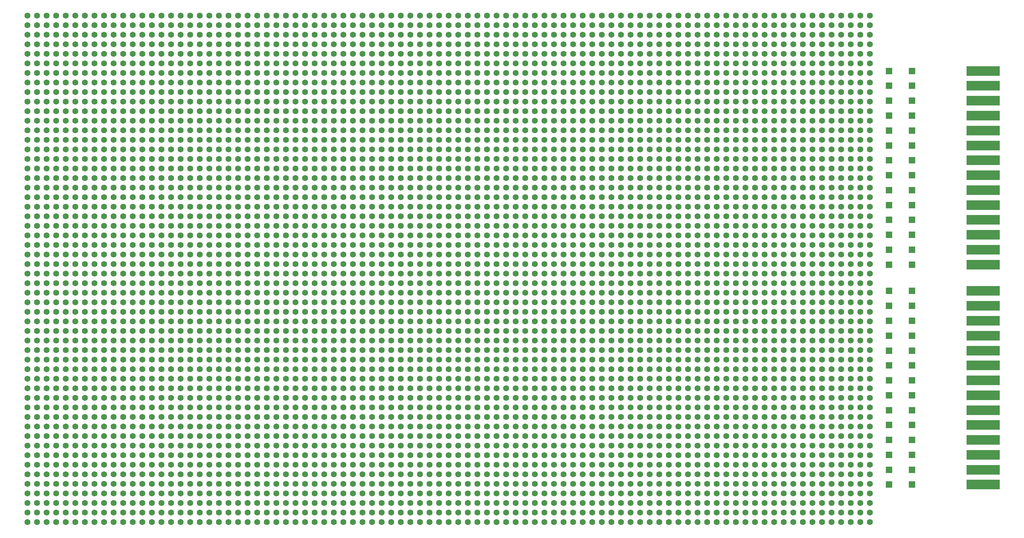
<source format=gbr>
%TF.GenerationSoftware,KiCad,Pcbnew,8.0.2*%
%TF.CreationDate,2024-05-20T22:27:28+02:00*%
%TF.ProjectId,Breadboard_56pin,42726561-6462-46f6-9172-645f35367069,rev?*%
%TF.SameCoordinates,Original*%
%TF.FileFunction,Soldermask,Bot*%
%TF.FilePolarity,Negative*%
%FSLAX46Y46*%
G04 Gerber Fmt 4.6, Leading zero omitted, Abs format (unit mm)*
G04 Created by KiCad (PCBNEW 8.0.2) date 2024-05-20 22:27:28*
%MOMM*%
%LPD*%
G01*
G04 APERTURE LIST*
%ADD10C,1.600000*%
%ADD11R,1.700000X1.700000*%
%ADD12R,8.800000X2.600000*%
G04 APERTURE END LIST*
D10*
%TO.C,R*%
X332740000Y-205740000D03*
%TD*%
%TO.C,R*%
X332740000Y-78740000D03*
%TD*%
%TO.C,R*%
X332740000Y-76200000D03*
%TD*%
%TO.C,R*%
X132080000Y-81280000D03*
%TD*%
%TO.C,R*%
X124460000Y-81280000D03*
%TD*%
%TO.C,R*%
X127000000Y-81280000D03*
%TD*%
%TO.C,R*%
X121920000Y-81280000D03*
%TD*%
%TO.C,R*%
X129540000Y-81280000D03*
%TD*%
%TO.C,R*%
X134620000Y-81280000D03*
%TD*%
%TO.C,R*%
X162560000Y-81280000D03*
%TD*%
%TO.C,R*%
X154940000Y-81280000D03*
%TD*%
%TO.C,R*%
X157480000Y-81280000D03*
%TD*%
%TO.C,R*%
X152400000Y-81280000D03*
%TD*%
%TO.C,R*%
X160020000Y-81280000D03*
%TD*%
%TO.C,R*%
X165100000Y-81280000D03*
%TD*%
%TO.C,R*%
X177800000Y-81280000D03*
%TD*%
%TO.C,R*%
X170180000Y-81280000D03*
%TD*%
%TO.C,R*%
X172720000Y-81280000D03*
%TD*%
%TO.C,R*%
X167640000Y-81280000D03*
%TD*%
%TO.C,R*%
X175260000Y-81280000D03*
%TD*%
%TO.C,R*%
X180340000Y-81280000D03*
%TD*%
%TO.C,R*%
X193040000Y-81280000D03*
%TD*%
%TO.C,R*%
X185420000Y-81280000D03*
%TD*%
%TO.C,R*%
X187960000Y-81280000D03*
%TD*%
%TO.C,R*%
X182880000Y-81280000D03*
%TD*%
%TO.C,R*%
X190500000Y-81280000D03*
%TD*%
%TO.C,R*%
X195580000Y-81280000D03*
%TD*%
%TO.C,R*%
X208280000Y-81280000D03*
%TD*%
%TO.C,R*%
X200660000Y-81280000D03*
%TD*%
%TO.C,R*%
X203200000Y-81280000D03*
%TD*%
%TO.C,R*%
X198120000Y-81280000D03*
%TD*%
%TO.C,R*%
X205740000Y-81280000D03*
%TD*%
%TO.C,R*%
X210820000Y-81280000D03*
%TD*%
%TO.C,R*%
X223520000Y-81280000D03*
%TD*%
%TO.C,R*%
X215900000Y-81280000D03*
%TD*%
%TO.C,R*%
X218440000Y-81280000D03*
%TD*%
%TO.C,R*%
X213360000Y-81280000D03*
%TD*%
%TO.C,R*%
X220980000Y-81280000D03*
%TD*%
%TO.C,R*%
X226060000Y-81280000D03*
%TD*%
%TO.C,R*%
X238760000Y-81280000D03*
%TD*%
%TO.C,R*%
X231140000Y-81280000D03*
%TD*%
%TO.C,R*%
X233680000Y-81280000D03*
%TD*%
%TO.C,R*%
X228600000Y-81280000D03*
%TD*%
%TO.C,R*%
X236220000Y-81280000D03*
%TD*%
%TO.C,R*%
X241300000Y-81280000D03*
%TD*%
%TO.C,R*%
X254000000Y-81280000D03*
%TD*%
%TO.C,R*%
X246380000Y-81280000D03*
%TD*%
%TO.C,R*%
X248920000Y-81280000D03*
%TD*%
%TO.C,R*%
X243840000Y-81280000D03*
%TD*%
%TO.C,R*%
X251460000Y-81280000D03*
%TD*%
%TO.C,R*%
X269240000Y-81280000D03*
%TD*%
%TO.C,R*%
X261620000Y-81280000D03*
%TD*%
%TO.C,R*%
X264160000Y-81280000D03*
%TD*%
%TO.C,R*%
X259080000Y-81280000D03*
%TD*%
%TO.C,R*%
X266700000Y-81280000D03*
%TD*%
%TO.C,R*%
X271780000Y-81280000D03*
%TD*%
%TO.C,R*%
X256540000Y-81280000D03*
%TD*%
%TO.C,R*%
X284480000Y-81280000D03*
%TD*%
%TO.C,R*%
X276860000Y-81280000D03*
%TD*%
%TO.C,R*%
X279400000Y-81280000D03*
%TD*%
%TO.C,R*%
X274320000Y-81280000D03*
%TD*%
%TO.C,R*%
X281940000Y-81280000D03*
%TD*%
%TO.C,R*%
X287020000Y-81280000D03*
%TD*%
%TO.C,R*%
X307340000Y-81280000D03*
%TD*%
%TO.C,R*%
X309880000Y-81280000D03*
%TD*%
%TO.C,R*%
X304800000Y-81280000D03*
%TD*%
%TO.C,R*%
X312420000Y-81280000D03*
%TD*%
%TO.C,R*%
X317500000Y-81280000D03*
%TD*%
%TO.C,R*%
X330200000Y-81280000D03*
%TD*%
%TO.C,R*%
X147320000Y-81280000D03*
%TD*%
%TO.C,R*%
X139700000Y-81280000D03*
%TD*%
%TO.C,R*%
X142240000Y-81280000D03*
%TD*%
%TO.C,R*%
X137160000Y-81280000D03*
%TD*%
%TO.C,R*%
X144780000Y-81280000D03*
%TD*%
%TO.C,R*%
X149860000Y-81280000D03*
%TD*%
%TO.C,R*%
X292100000Y-81280000D03*
%TD*%
%TO.C,R*%
X299720000Y-81280000D03*
%TD*%
%TO.C,R*%
X289560000Y-81280000D03*
%TD*%
%TO.C,R*%
X314960000Y-81280000D03*
%TD*%
%TO.C,R*%
X294640000Y-81280000D03*
%TD*%
%TO.C,R*%
X297180000Y-81280000D03*
%TD*%
%TO.C,R*%
X302260000Y-81280000D03*
%TD*%
%TO.C,R*%
X322580000Y-81280000D03*
%TD*%
%TO.C,R*%
X325120000Y-81280000D03*
%TD*%
%TO.C,R*%
X320040000Y-81280000D03*
%TD*%
%TO.C,R*%
X327660000Y-81280000D03*
%TD*%
%TO.C,R*%
X332740000Y-81280000D03*
%TD*%
%TO.C,R*%
X129540000Y-195580000D03*
%TD*%
%TO.C,R*%
X314960000Y-195580000D03*
%TD*%
%TO.C,R*%
X297180000Y-203200000D03*
%TD*%
%TO.C,R*%
X297180000Y-198120000D03*
%TD*%
%TO.C,R*%
X317500000Y-182880000D03*
%TD*%
%TO.C,R*%
X312420000Y-195580000D03*
%TD*%
%TO.C,R*%
X330200000Y-195580000D03*
%TD*%
%TO.C,R*%
X302260000Y-203200000D03*
%TD*%
%TO.C,R*%
X281940000Y-195580000D03*
%TD*%
%TO.C,R*%
X251460000Y-195580000D03*
%TD*%
%TO.C,R*%
X330200000Y-182880000D03*
%TD*%
%TO.C,R*%
X132080000Y-195580000D03*
%TD*%
%TO.C,R*%
X132080000Y-182880000D03*
%TD*%
%TO.C,R*%
X132080000Y-175260000D03*
%TD*%
%TO.C,R*%
X132080000Y-177800000D03*
%TD*%
%TO.C,R*%
X132080000Y-198120000D03*
%TD*%
%TO.C,R*%
X132080000Y-203200000D03*
%TD*%
%TO.C,R*%
X132080000Y-180340000D03*
%TD*%
%TO.C,R*%
X132080000Y-187960000D03*
%TD*%
%TO.C,R*%
X132080000Y-190500000D03*
%TD*%
%TO.C,R*%
X132080000Y-200660000D03*
%TD*%
%TO.C,R*%
X132080000Y-185420000D03*
%TD*%
%TO.C,R*%
X132080000Y-193040000D03*
%TD*%
%TO.C,R*%
X124460000Y-180340000D03*
%TD*%
%TO.C,R*%
X124460000Y-187960000D03*
%TD*%
%TO.C,R*%
X124460000Y-190500000D03*
%TD*%
%TO.C,R*%
X124460000Y-200660000D03*
%TD*%
%TO.C,R*%
X124460000Y-198120000D03*
%TD*%
%TO.C,R*%
X124460000Y-203200000D03*
%TD*%
%TO.C,R*%
X124460000Y-177800000D03*
%TD*%
%TO.C,R*%
X124460000Y-175260000D03*
%TD*%
%TO.C,R*%
X124460000Y-182880000D03*
%TD*%
%TO.C,R*%
X124460000Y-195580000D03*
%TD*%
%TO.C,R*%
X124460000Y-193040000D03*
%TD*%
%TO.C,R*%
X129540000Y-180340000D03*
%TD*%
%TO.C,R*%
X129540000Y-193040000D03*
%TD*%
%TO.C,R*%
X124460000Y-185420000D03*
%TD*%
%TO.C,R*%
X127000000Y-203200000D03*
%TD*%
%TO.C,R*%
X127000000Y-177800000D03*
%TD*%
%TO.C,R*%
X127000000Y-175260000D03*
%TD*%
%TO.C,R*%
X127000000Y-182880000D03*
%TD*%
%TO.C,R*%
X127000000Y-195580000D03*
%TD*%
%TO.C,R*%
X127000000Y-187960000D03*
%TD*%
%TO.C,R*%
X127000000Y-190500000D03*
%TD*%
%TO.C,R*%
X127000000Y-200660000D03*
%TD*%
%TO.C,R*%
X127000000Y-185420000D03*
%TD*%
%TO.C,R*%
X127000000Y-180340000D03*
%TD*%
%TO.C,R*%
X127000000Y-198120000D03*
%TD*%
%TO.C,R*%
X134620000Y-193040000D03*
%TD*%
%TO.C,R*%
X121920000Y-180340000D03*
%TD*%
%TO.C,R*%
X121920000Y-187960000D03*
%TD*%
%TO.C,R*%
X121920000Y-190500000D03*
%TD*%
%TO.C,R*%
X121920000Y-200660000D03*
%TD*%
%TO.C,R*%
X121920000Y-185420000D03*
%TD*%
%TO.C,R*%
X121920000Y-198120000D03*
%TD*%
%TO.C,R*%
X121920000Y-203200000D03*
%TD*%
%TO.C,R*%
X121920000Y-175260000D03*
%TD*%
%TO.C,R*%
X121920000Y-182880000D03*
%TD*%
%TO.C,R*%
X121920000Y-195580000D03*
%TD*%
%TO.C,R*%
X121920000Y-193040000D03*
%TD*%
%TO.C,R*%
X129540000Y-187960000D03*
%TD*%
%TO.C,R*%
X129540000Y-190500000D03*
%TD*%
%TO.C,R*%
X129540000Y-200660000D03*
%TD*%
%TO.C,R*%
X129540000Y-185420000D03*
%TD*%
%TO.C,R*%
X129540000Y-198120000D03*
%TD*%
%TO.C,R*%
X129540000Y-203200000D03*
%TD*%
%TO.C,R*%
X121920000Y-177800000D03*
%TD*%
%TO.C,R*%
X127000000Y-193040000D03*
%TD*%
%TO.C,R*%
X129540000Y-177800000D03*
%TD*%
%TO.C,R*%
X129540000Y-175260000D03*
%TD*%
%TO.C,R*%
X129540000Y-182880000D03*
%TD*%
%TO.C,R*%
X134620000Y-195580000D03*
%TD*%
%TO.C,R*%
X134620000Y-187960000D03*
%TD*%
%TO.C,R*%
X134620000Y-190500000D03*
%TD*%
%TO.C,R*%
X134620000Y-200660000D03*
%TD*%
%TO.C,R*%
X134620000Y-185420000D03*
%TD*%
%TO.C,R*%
X134620000Y-180340000D03*
%TD*%
%TO.C,R*%
X134620000Y-203200000D03*
%TD*%
%TO.C,R*%
X330200000Y-175260000D03*
%TD*%
%TO.C,R*%
X330200000Y-177800000D03*
%TD*%
%TO.C,R*%
X134620000Y-198120000D03*
%TD*%
%TO.C,R*%
X134620000Y-177800000D03*
%TD*%
%TO.C,R*%
X134620000Y-175260000D03*
%TD*%
%TO.C,R*%
X134620000Y-182880000D03*
%TD*%
%TO.C,R*%
X160020000Y-195580000D03*
%TD*%
%TO.C,R*%
X162560000Y-195580000D03*
%TD*%
%TO.C,R*%
X162560000Y-182880000D03*
%TD*%
%TO.C,R*%
X162560000Y-175260000D03*
%TD*%
%TO.C,R*%
X162560000Y-177800000D03*
%TD*%
%TO.C,R*%
X162560000Y-198120000D03*
%TD*%
%TO.C,R*%
X162560000Y-203200000D03*
%TD*%
%TO.C,R*%
X162560000Y-180340000D03*
%TD*%
%TO.C,R*%
X162560000Y-187960000D03*
%TD*%
%TO.C,R*%
X162560000Y-190500000D03*
%TD*%
%TO.C,R*%
X162560000Y-200660000D03*
%TD*%
%TO.C,R*%
X162560000Y-185420000D03*
%TD*%
%TO.C,R*%
X162560000Y-193040000D03*
%TD*%
%TO.C,R*%
X154940000Y-180340000D03*
%TD*%
%TO.C,R*%
X154940000Y-187960000D03*
%TD*%
%TO.C,R*%
X154940000Y-190500000D03*
%TD*%
%TO.C,R*%
X154940000Y-200660000D03*
%TD*%
%TO.C,R*%
X154940000Y-198120000D03*
%TD*%
%TO.C,R*%
X154940000Y-203200000D03*
%TD*%
%TO.C,R*%
X154940000Y-177800000D03*
%TD*%
%TO.C,R*%
X154940000Y-175260000D03*
%TD*%
%TO.C,R*%
X154940000Y-182880000D03*
%TD*%
%TO.C,R*%
X154940000Y-195580000D03*
%TD*%
%TO.C,R*%
X154940000Y-193040000D03*
%TD*%
%TO.C,R*%
X160020000Y-180340000D03*
%TD*%
%TO.C,R*%
X160020000Y-193040000D03*
%TD*%
%TO.C,R*%
X154940000Y-185420000D03*
%TD*%
%TO.C,R*%
X157480000Y-203200000D03*
%TD*%
%TO.C,R*%
X157480000Y-177800000D03*
%TD*%
%TO.C,R*%
X157480000Y-175260000D03*
%TD*%
%TO.C,R*%
X157480000Y-182880000D03*
%TD*%
%TO.C,R*%
X157480000Y-195580000D03*
%TD*%
%TO.C,R*%
X157480000Y-187960000D03*
%TD*%
%TO.C,R*%
X157480000Y-190500000D03*
%TD*%
%TO.C,R*%
X157480000Y-200660000D03*
%TD*%
%TO.C,R*%
X157480000Y-185420000D03*
%TD*%
%TO.C,R*%
X157480000Y-180340000D03*
%TD*%
%TO.C,R*%
X157480000Y-198120000D03*
%TD*%
%TO.C,R*%
X165100000Y-193040000D03*
%TD*%
%TO.C,R*%
X152400000Y-180340000D03*
%TD*%
%TO.C,R*%
X152400000Y-187960000D03*
%TD*%
%TO.C,R*%
X152400000Y-190500000D03*
%TD*%
%TO.C,R*%
X152400000Y-200660000D03*
%TD*%
%TO.C,R*%
X152400000Y-185420000D03*
%TD*%
%TO.C,R*%
X152400000Y-198120000D03*
%TD*%
%TO.C,R*%
X152400000Y-203200000D03*
%TD*%
%TO.C,R*%
X152400000Y-175260000D03*
%TD*%
%TO.C,R*%
X152400000Y-182880000D03*
%TD*%
%TO.C,R*%
X152400000Y-195580000D03*
%TD*%
%TO.C,R*%
X152400000Y-193040000D03*
%TD*%
%TO.C,R*%
X160020000Y-187960000D03*
%TD*%
%TO.C,R*%
X160020000Y-190500000D03*
%TD*%
%TO.C,R*%
X160020000Y-200660000D03*
%TD*%
%TO.C,R*%
X160020000Y-185420000D03*
%TD*%
%TO.C,R*%
X160020000Y-198120000D03*
%TD*%
%TO.C,R*%
X160020000Y-203200000D03*
%TD*%
%TO.C,R*%
X152400000Y-177800000D03*
%TD*%
%TO.C,R*%
X157480000Y-193040000D03*
%TD*%
%TO.C,R*%
X160020000Y-177800000D03*
%TD*%
%TO.C,R*%
X160020000Y-175260000D03*
%TD*%
%TO.C,R*%
X160020000Y-182880000D03*
%TD*%
%TO.C,R*%
X165100000Y-190500000D03*
%TD*%
%TO.C,R*%
X165100000Y-200660000D03*
%TD*%
%TO.C,R*%
X165100000Y-185420000D03*
%TD*%
%TO.C,R*%
X165100000Y-203200000D03*
%TD*%
%TO.C,R*%
X165100000Y-177800000D03*
%TD*%
%TO.C,R*%
X165100000Y-175260000D03*
%TD*%
%TO.C,R*%
X165100000Y-182880000D03*
%TD*%
%TO.C,R*%
X165100000Y-195580000D03*
%TD*%
%TO.C,R*%
X165100000Y-187960000D03*
%TD*%
%TO.C,R*%
X165100000Y-198120000D03*
%TD*%
%TO.C,R*%
X175260000Y-195580000D03*
%TD*%
%TO.C,R*%
X177800000Y-195580000D03*
%TD*%
%TO.C,R*%
X177800000Y-182880000D03*
%TD*%
%TO.C,R*%
X177800000Y-175260000D03*
%TD*%
%TO.C,R*%
X177800000Y-177800000D03*
%TD*%
%TO.C,R*%
X177800000Y-198120000D03*
%TD*%
%TO.C,R*%
X177800000Y-203200000D03*
%TD*%
%TO.C,R*%
X177800000Y-180340000D03*
%TD*%
%TO.C,R*%
X177800000Y-187960000D03*
%TD*%
%TO.C,R*%
X177800000Y-190500000D03*
%TD*%
%TO.C,R*%
X177800000Y-200660000D03*
%TD*%
%TO.C,R*%
X177800000Y-185420000D03*
%TD*%
%TO.C,R*%
X177800000Y-193040000D03*
%TD*%
%TO.C,R*%
X170180000Y-180340000D03*
%TD*%
%TO.C,R*%
X170180000Y-187960000D03*
%TD*%
%TO.C,R*%
X170180000Y-190500000D03*
%TD*%
%TO.C,R*%
X170180000Y-200660000D03*
%TD*%
%TO.C,R*%
X170180000Y-198120000D03*
%TD*%
%TO.C,R*%
X170180000Y-203200000D03*
%TD*%
%TO.C,R*%
X170180000Y-177800000D03*
%TD*%
%TO.C,R*%
X170180000Y-175260000D03*
%TD*%
%TO.C,R*%
X170180000Y-182880000D03*
%TD*%
%TO.C,R*%
X170180000Y-195580000D03*
%TD*%
%TO.C,R*%
X170180000Y-193040000D03*
%TD*%
%TO.C,R*%
X175260000Y-180340000D03*
%TD*%
%TO.C,R*%
X175260000Y-193040000D03*
%TD*%
%TO.C,R*%
X170180000Y-185420000D03*
%TD*%
%TO.C,R*%
X172720000Y-203200000D03*
%TD*%
%TO.C,R*%
X172720000Y-177800000D03*
%TD*%
%TO.C,R*%
X172720000Y-175260000D03*
%TD*%
%TO.C,R*%
X172720000Y-182880000D03*
%TD*%
%TO.C,R*%
X172720000Y-195580000D03*
%TD*%
%TO.C,R*%
X172720000Y-187960000D03*
%TD*%
%TO.C,R*%
X172720000Y-190500000D03*
%TD*%
%TO.C,R*%
X172720000Y-200660000D03*
%TD*%
%TO.C,R*%
X172720000Y-185420000D03*
%TD*%
%TO.C,R*%
X172720000Y-180340000D03*
%TD*%
%TO.C,R*%
X172720000Y-198120000D03*
%TD*%
%TO.C,R*%
X180340000Y-193040000D03*
%TD*%
%TO.C,R*%
X167640000Y-180340000D03*
%TD*%
%TO.C,R*%
X167640000Y-187960000D03*
%TD*%
%TO.C,R*%
X167640000Y-190500000D03*
%TD*%
%TO.C,R*%
X167640000Y-200660000D03*
%TD*%
%TO.C,R*%
X167640000Y-185420000D03*
%TD*%
%TO.C,R*%
X167640000Y-198120000D03*
%TD*%
%TO.C,R*%
X167640000Y-203200000D03*
%TD*%
%TO.C,R*%
X167640000Y-175260000D03*
%TD*%
%TO.C,R*%
X167640000Y-182880000D03*
%TD*%
%TO.C,R*%
X167640000Y-195580000D03*
%TD*%
%TO.C,R*%
X167640000Y-193040000D03*
%TD*%
%TO.C,R*%
X175260000Y-187960000D03*
%TD*%
%TO.C,R*%
X175260000Y-190500000D03*
%TD*%
%TO.C,R*%
X175260000Y-200660000D03*
%TD*%
%TO.C,R*%
X175260000Y-185420000D03*
%TD*%
%TO.C,R*%
X175260000Y-198120000D03*
%TD*%
%TO.C,R*%
X175260000Y-203200000D03*
%TD*%
%TO.C,R*%
X167640000Y-177800000D03*
%TD*%
%TO.C,R*%
X172720000Y-193040000D03*
%TD*%
%TO.C,R*%
X175260000Y-177800000D03*
%TD*%
%TO.C,R*%
X175260000Y-175260000D03*
%TD*%
%TO.C,R*%
X175260000Y-182880000D03*
%TD*%
%TO.C,R*%
X165100000Y-180340000D03*
%TD*%
%TO.C,R*%
X180340000Y-203200000D03*
%TD*%
%TO.C,R*%
X180340000Y-177800000D03*
%TD*%
%TO.C,R*%
X180340000Y-175260000D03*
%TD*%
%TO.C,R*%
X180340000Y-182880000D03*
%TD*%
%TO.C,R*%
X180340000Y-195580000D03*
%TD*%
%TO.C,R*%
X180340000Y-187960000D03*
%TD*%
%TO.C,R*%
X180340000Y-190500000D03*
%TD*%
%TO.C,R*%
X180340000Y-200660000D03*
%TD*%
%TO.C,R*%
X190500000Y-195580000D03*
%TD*%
%TO.C,R*%
X193040000Y-195580000D03*
%TD*%
%TO.C,R*%
X193040000Y-182880000D03*
%TD*%
%TO.C,R*%
X193040000Y-175260000D03*
%TD*%
%TO.C,R*%
X193040000Y-177800000D03*
%TD*%
%TO.C,R*%
X193040000Y-198120000D03*
%TD*%
%TO.C,R*%
X193040000Y-203200000D03*
%TD*%
%TO.C,R*%
X193040000Y-180340000D03*
%TD*%
%TO.C,R*%
X193040000Y-187960000D03*
%TD*%
%TO.C,R*%
X193040000Y-190500000D03*
%TD*%
%TO.C,R*%
X193040000Y-200660000D03*
%TD*%
%TO.C,R*%
X193040000Y-185420000D03*
%TD*%
%TO.C,R*%
X193040000Y-193040000D03*
%TD*%
%TO.C,R*%
X185420000Y-180340000D03*
%TD*%
%TO.C,R*%
X185420000Y-187960000D03*
%TD*%
%TO.C,R*%
X185420000Y-190500000D03*
%TD*%
%TO.C,R*%
X185420000Y-200660000D03*
%TD*%
%TO.C,R*%
X185420000Y-198120000D03*
%TD*%
%TO.C,R*%
X185420000Y-203200000D03*
%TD*%
%TO.C,R*%
X185420000Y-177800000D03*
%TD*%
%TO.C,R*%
X185420000Y-175260000D03*
%TD*%
%TO.C,R*%
X185420000Y-182880000D03*
%TD*%
%TO.C,R*%
X185420000Y-195580000D03*
%TD*%
%TO.C,R*%
X185420000Y-193040000D03*
%TD*%
%TO.C,R*%
X190500000Y-180340000D03*
%TD*%
%TO.C,R*%
X190500000Y-193040000D03*
%TD*%
%TO.C,R*%
X185420000Y-185420000D03*
%TD*%
%TO.C,R*%
X187960000Y-203200000D03*
%TD*%
%TO.C,R*%
X187960000Y-177800000D03*
%TD*%
%TO.C,R*%
X187960000Y-175260000D03*
%TD*%
%TO.C,R*%
X187960000Y-182880000D03*
%TD*%
%TO.C,R*%
X187960000Y-195580000D03*
%TD*%
%TO.C,R*%
X187960000Y-187960000D03*
%TD*%
%TO.C,R*%
X187960000Y-190500000D03*
%TD*%
%TO.C,R*%
X187960000Y-200660000D03*
%TD*%
%TO.C,R*%
X187960000Y-185420000D03*
%TD*%
%TO.C,R*%
X187960000Y-180340000D03*
%TD*%
%TO.C,R*%
X187960000Y-198120000D03*
%TD*%
%TO.C,R*%
X195580000Y-193040000D03*
%TD*%
%TO.C,R*%
X182880000Y-180340000D03*
%TD*%
%TO.C,R*%
X182880000Y-187960000D03*
%TD*%
%TO.C,R*%
X182880000Y-190500000D03*
%TD*%
%TO.C,R*%
X182880000Y-200660000D03*
%TD*%
%TO.C,R*%
X182880000Y-185420000D03*
%TD*%
%TO.C,R*%
X182880000Y-198120000D03*
%TD*%
%TO.C,R*%
X182880000Y-203200000D03*
%TD*%
%TO.C,R*%
X182880000Y-175260000D03*
%TD*%
%TO.C,R*%
X182880000Y-182880000D03*
%TD*%
%TO.C,R*%
X182880000Y-195580000D03*
%TD*%
%TO.C,R*%
X182880000Y-193040000D03*
%TD*%
%TO.C,R*%
X190500000Y-187960000D03*
%TD*%
%TO.C,R*%
X190500000Y-190500000D03*
%TD*%
%TO.C,R*%
X190500000Y-200660000D03*
%TD*%
%TO.C,R*%
X190500000Y-185420000D03*
%TD*%
%TO.C,R*%
X190500000Y-198120000D03*
%TD*%
%TO.C,R*%
X190500000Y-203200000D03*
%TD*%
%TO.C,R*%
X182880000Y-177800000D03*
%TD*%
%TO.C,R*%
X187960000Y-193040000D03*
%TD*%
%TO.C,R*%
X190500000Y-177800000D03*
%TD*%
%TO.C,R*%
X190500000Y-175260000D03*
%TD*%
%TO.C,R*%
X190500000Y-182880000D03*
%TD*%
%TO.C,R*%
X195580000Y-180340000D03*
%TD*%
%TO.C,R*%
X195580000Y-177800000D03*
%TD*%
%TO.C,R*%
X195580000Y-175260000D03*
%TD*%
%TO.C,R*%
X195580000Y-182880000D03*
%TD*%
%TO.C,R*%
X195580000Y-195580000D03*
%TD*%
%TO.C,R*%
X195580000Y-187960000D03*
%TD*%
%TO.C,R*%
X195580000Y-190500000D03*
%TD*%
%TO.C,R*%
X195580000Y-200660000D03*
%TD*%
%TO.C,R*%
X195580000Y-185420000D03*
%TD*%
%TO.C,R*%
X180340000Y-180340000D03*
%TD*%
%TO.C,R*%
X195580000Y-198120000D03*
%TD*%
%TO.C,R*%
X205740000Y-195580000D03*
%TD*%
%TO.C,R*%
X208280000Y-195580000D03*
%TD*%
%TO.C,R*%
X208280000Y-182880000D03*
%TD*%
%TO.C,R*%
X208280000Y-175260000D03*
%TD*%
%TO.C,R*%
X208280000Y-177800000D03*
%TD*%
%TO.C,R*%
X208280000Y-198120000D03*
%TD*%
%TO.C,R*%
X208280000Y-203200000D03*
%TD*%
%TO.C,R*%
X208280000Y-180340000D03*
%TD*%
%TO.C,R*%
X208280000Y-187960000D03*
%TD*%
%TO.C,R*%
X208280000Y-190500000D03*
%TD*%
%TO.C,R*%
X208280000Y-200660000D03*
%TD*%
%TO.C,R*%
X208280000Y-185420000D03*
%TD*%
%TO.C,R*%
X208280000Y-193040000D03*
%TD*%
%TO.C,R*%
X200660000Y-180340000D03*
%TD*%
%TO.C,R*%
X200660000Y-187960000D03*
%TD*%
%TO.C,R*%
X200660000Y-190500000D03*
%TD*%
%TO.C,R*%
X200660000Y-200660000D03*
%TD*%
%TO.C,R*%
X200660000Y-198120000D03*
%TD*%
%TO.C,R*%
X200660000Y-203200000D03*
%TD*%
%TO.C,R*%
X200660000Y-177800000D03*
%TD*%
%TO.C,R*%
X200660000Y-175260000D03*
%TD*%
%TO.C,R*%
X200660000Y-182880000D03*
%TD*%
%TO.C,R*%
X200660000Y-195580000D03*
%TD*%
%TO.C,R*%
X200660000Y-193040000D03*
%TD*%
%TO.C,R*%
X205740000Y-180340000D03*
%TD*%
%TO.C,R*%
X205740000Y-193040000D03*
%TD*%
%TO.C,R*%
X200660000Y-185420000D03*
%TD*%
%TO.C,R*%
X203200000Y-203200000D03*
%TD*%
%TO.C,R*%
X203200000Y-177800000D03*
%TD*%
%TO.C,R*%
X203200000Y-175260000D03*
%TD*%
%TO.C,R*%
X203200000Y-182880000D03*
%TD*%
%TO.C,R*%
X203200000Y-195580000D03*
%TD*%
%TO.C,R*%
X203200000Y-187960000D03*
%TD*%
%TO.C,R*%
X203200000Y-190500000D03*
%TD*%
%TO.C,R*%
X203200000Y-200660000D03*
%TD*%
%TO.C,R*%
X203200000Y-185420000D03*
%TD*%
%TO.C,R*%
X203200000Y-180340000D03*
%TD*%
%TO.C,R*%
X203200000Y-198120000D03*
%TD*%
%TO.C,R*%
X210820000Y-193040000D03*
%TD*%
%TO.C,R*%
X198120000Y-180340000D03*
%TD*%
%TO.C,R*%
X198120000Y-187960000D03*
%TD*%
%TO.C,R*%
X198120000Y-190500000D03*
%TD*%
%TO.C,R*%
X198120000Y-200660000D03*
%TD*%
%TO.C,R*%
X198120000Y-185420000D03*
%TD*%
%TO.C,R*%
X198120000Y-198120000D03*
%TD*%
%TO.C,R*%
X198120000Y-203200000D03*
%TD*%
%TO.C,R*%
X198120000Y-175260000D03*
%TD*%
%TO.C,R*%
X198120000Y-182880000D03*
%TD*%
%TO.C,R*%
X198120000Y-195580000D03*
%TD*%
%TO.C,R*%
X198120000Y-193040000D03*
%TD*%
%TO.C,R*%
X205740000Y-187960000D03*
%TD*%
%TO.C,R*%
X205740000Y-190500000D03*
%TD*%
%TO.C,R*%
X205740000Y-200660000D03*
%TD*%
%TO.C,R*%
X205740000Y-185420000D03*
%TD*%
%TO.C,R*%
X205740000Y-198120000D03*
%TD*%
%TO.C,R*%
X205740000Y-203200000D03*
%TD*%
%TO.C,R*%
X198120000Y-177800000D03*
%TD*%
%TO.C,R*%
X203200000Y-193040000D03*
%TD*%
%TO.C,R*%
X205740000Y-177800000D03*
%TD*%
%TO.C,R*%
X205740000Y-175260000D03*
%TD*%
%TO.C,R*%
X205740000Y-182880000D03*
%TD*%
%TO.C,R*%
X210820000Y-180340000D03*
%TD*%
%TO.C,R*%
X210820000Y-177800000D03*
%TD*%
%TO.C,R*%
X210820000Y-175260000D03*
%TD*%
%TO.C,R*%
X210820000Y-182880000D03*
%TD*%
%TO.C,R*%
X210820000Y-195580000D03*
%TD*%
%TO.C,R*%
X210820000Y-187960000D03*
%TD*%
%TO.C,R*%
X210820000Y-190500000D03*
%TD*%
%TO.C,R*%
X210820000Y-200660000D03*
%TD*%
%TO.C,R*%
X210820000Y-185420000D03*
%TD*%
%TO.C,R*%
X195580000Y-203200000D03*
%TD*%
%TO.C,R*%
X220980000Y-195580000D03*
%TD*%
%TO.C,R*%
X223520000Y-195580000D03*
%TD*%
%TO.C,R*%
X223520000Y-182880000D03*
%TD*%
%TO.C,R*%
X223520000Y-175260000D03*
%TD*%
%TO.C,R*%
X223520000Y-177800000D03*
%TD*%
%TO.C,R*%
X223520000Y-198120000D03*
%TD*%
%TO.C,R*%
X223520000Y-203200000D03*
%TD*%
%TO.C,R*%
X223520000Y-180340000D03*
%TD*%
%TO.C,R*%
X223520000Y-187960000D03*
%TD*%
%TO.C,R*%
X223520000Y-190500000D03*
%TD*%
%TO.C,R*%
X223520000Y-200660000D03*
%TD*%
%TO.C,R*%
X223520000Y-185420000D03*
%TD*%
%TO.C,R*%
X223520000Y-193040000D03*
%TD*%
%TO.C,R*%
X215900000Y-180340000D03*
%TD*%
%TO.C,R*%
X215900000Y-187960000D03*
%TD*%
%TO.C,R*%
X215900000Y-190500000D03*
%TD*%
%TO.C,R*%
X215900000Y-200660000D03*
%TD*%
%TO.C,R*%
X215900000Y-198120000D03*
%TD*%
%TO.C,R*%
X215900000Y-203200000D03*
%TD*%
%TO.C,R*%
X215900000Y-177800000D03*
%TD*%
%TO.C,R*%
X215900000Y-175260000D03*
%TD*%
%TO.C,R*%
X215900000Y-182880000D03*
%TD*%
%TO.C,R*%
X215900000Y-195580000D03*
%TD*%
%TO.C,R*%
X215900000Y-193040000D03*
%TD*%
%TO.C,R*%
X220980000Y-180340000D03*
%TD*%
%TO.C,R*%
X220980000Y-193040000D03*
%TD*%
%TO.C,R*%
X215900000Y-185420000D03*
%TD*%
%TO.C,R*%
X218440000Y-203200000D03*
%TD*%
%TO.C,R*%
X218440000Y-177800000D03*
%TD*%
%TO.C,R*%
X218440000Y-175260000D03*
%TD*%
%TO.C,R*%
X218440000Y-182880000D03*
%TD*%
%TO.C,R*%
X218440000Y-195580000D03*
%TD*%
%TO.C,R*%
X218440000Y-187960000D03*
%TD*%
%TO.C,R*%
X218440000Y-190500000D03*
%TD*%
%TO.C,R*%
X218440000Y-200660000D03*
%TD*%
%TO.C,R*%
X218440000Y-185420000D03*
%TD*%
%TO.C,R*%
X218440000Y-180340000D03*
%TD*%
%TO.C,R*%
X218440000Y-198120000D03*
%TD*%
%TO.C,R*%
X226060000Y-193040000D03*
%TD*%
%TO.C,R*%
X213360000Y-180340000D03*
%TD*%
%TO.C,R*%
X213360000Y-187960000D03*
%TD*%
%TO.C,R*%
X213360000Y-190500000D03*
%TD*%
%TO.C,R*%
X213360000Y-200660000D03*
%TD*%
%TO.C,R*%
X213360000Y-185420000D03*
%TD*%
%TO.C,R*%
X213360000Y-198120000D03*
%TD*%
%TO.C,R*%
X213360000Y-203200000D03*
%TD*%
%TO.C,R*%
X213360000Y-175260000D03*
%TD*%
%TO.C,R*%
X213360000Y-182880000D03*
%TD*%
%TO.C,R*%
X213360000Y-195580000D03*
%TD*%
%TO.C,R*%
X213360000Y-193040000D03*
%TD*%
%TO.C,R*%
X220980000Y-187960000D03*
%TD*%
%TO.C,R*%
X220980000Y-190500000D03*
%TD*%
%TO.C,R*%
X220980000Y-200660000D03*
%TD*%
%TO.C,R*%
X220980000Y-185420000D03*
%TD*%
%TO.C,R*%
X220980000Y-198120000D03*
%TD*%
%TO.C,R*%
X220980000Y-203200000D03*
%TD*%
%TO.C,R*%
X213360000Y-177800000D03*
%TD*%
%TO.C,R*%
X218440000Y-193040000D03*
%TD*%
%TO.C,R*%
X220980000Y-177800000D03*
%TD*%
%TO.C,R*%
X220980000Y-175260000D03*
%TD*%
%TO.C,R*%
X220980000Y-182880000D03*
%TD*%
%TO.C,R*%
X226060000Y-180340000D03*
%TD*%
%TO.C,R*%
X226060000Y-203200000D03*
%TD*%
%TO.C,R*%
X226060000Y-177800000D03*
%TD*%
%TO.C,R*%
X226060000Y-175260000D03*
%TD*%
%TO.C,R*%
X226060000Y-182880000D03*
%TD*%
%TO.C,R*%
X226060000Y-195580000D03*
%TD*%
%TO.C,R*%
X226060000Y-187960000D03*
%TD*%
%TO.C,R*%
X226060000Y-190500000D03*
%TD*%
%TO.C,R*%
X226060000Y-200660000D03*
%TD*%
%TO.C,R*%
X210820000Y-198120000D03*
%TD*%
%TO.C,R*%
X210820000Y-203200000D03*
%TD*%
%TO.C,R*%
X236220000Y-195580000D03*
%TD*%
%TO.C,R*%
X238760000Y-195580000D03*
%TD*%
%TO.C,R*%
X238760000Y-182880000D03*
%TD*%
%TO.C,R*%
X238760000Y-175260000D03*
%TD*%
%TO.C,R*%
X238760000Y-177800000D03*
%TD*%
%TO.C,R*%
X238760000Y-198120000D03*
%TD*%
%TO.C,R*%
X238760000Y-203200000D03*
%TD*%
%TO.C,R*%
X238760000Y-180340000D03*
%TD*%
%TO.C,R*%
X238760000Y-187960000D03*
%TD*%
%TO.C,R*%
X238760000Y-190500000D03*
%TD*%
%TO.C,R*%
X238760000Y-200660000D03*
%TD*%
%TO.C,R*%
X238760000Y-185420000D03*
%TD*%
%TO.C,R*%
X238760000Y-193040000D03*
%TD*%
%TO.C,R*%
X231140000Y-180340000D03*
%TD*%
%TO.C,R*%
X231140000Y-187960000D03*
%TD*%
%TO.C,R*%
X231140000Y-190500000D03*
%TD*%
%TO.C,R*%
X231140000Y-200660000D03*
%TD*%
%TO.C,R*%
X231140000Y-198120000D03*
%TD*%
%TO.C,R*%
X231140000Y-203200000D03*
%TD*%
%TO.C,R*%
X231140000Y-177800000D03*
%TD*%
%TO.C,R*%
X231140000Y-175260000D03*
%TD*%
%TO.C,R*%
X231140000Y-182880000D03*
%TD*%
%TO.C,R*%
X231140000Y-195580000D03*
%TD*%
%TO.C,R*%
X231140000Y-193040000D03*
%TD*%
%TO.C,R*%
X236220000Y-180340000D03*
%TD*%
%TO.C,R*%
X236220000Y-193040000D03*
%TD*%
%TO.C,R*%
X231140000Y-185420000D03*
%TD*%
%TO.C,R*%
X233680000Y-203200000D03*
%TD*%
%TO.C,R*%
X233680000Y-177800000D03*
%TD*%
%TO.C,R*%
X233680000Y-175260000D03*
%TD*%
%TO.C,R*%
X233680000Y-182880000D03*
%TD*%
%TO.C,R*%
X233680000Y-195580000D03*
%TD*%
%TO.C,R*%
X233680000Y-187960000D03*
%TD*%
%TO.C,R*%
X233680000Y-190500000D03*
%TD*%
%TO.C,R*%
X233680000Y-200660000D03*
%TD*%
%TO.C,R*%
X233680000Y-185420000D03*
%TD*%
%TO.C,R*%
X233680000Y-180340000D03*
%TD*%
%TO.C,R*%
X233680000Y-198120000D03*
%TD*%
%TO.C,R*%
X241300000Y-193040000D03*
%TD*%
%TO.C,R*%
X228600000Y-180340000D03*
%TD*%
%TO.C,R*%
X228600000Y-187960000D03*
%TD*%
%TO.C,R*%
X228600000Y-190500000D03*
%TD*%
%TO.C,R*%
X228600000Y-200660000D03*
%TD*%
%TO.C,R*%
X228600000Y-185420000D03*
%TD*%
%TO.C,R*%
X228600000Y-198120000D03*
%TD*%
%TO.C,R*%
X228600000Y-203200000D03*
%TD*%
%TO.C,R*%
X228600000Y-175260000D03*
%TD*%
%TO.C,R*%
X228600000Y-182880000D03*
%TD*%
%TO.C,R*%
X228600000Y-195580000D03*
%TD*%
%TO.C,R*%
X228600000Y-193040000D03*
%TD*%
%TO.C,R*%
X236220000Y-187960000D03*
%TD*%
%TO.C,R*%
X236220000Y-190500000D03*
%TD*%
%TO.C,R*%
X236220000Y-200660000D03*
%TD*%
%TO.C,R*%
X236220000Y-185420000D03*
%TD*%
%TO.C,R*%
X236220000Y-198120000D03*
%TD*%
%TO.C,R*%
X236220000Y-203200000D03*
%TD*%
%TO.C,R*%
X228600000Y-177800000D03*
%TD*%
%TO.C,R*%
X233680000Y-193040000D03*
%TD*%
%TO.C,R*%
X236220000Y-177800000D03*
%TD*%
%TO.C,R*%
X236220000Y-175260000D03*
%TD*%
%TO.C,R*%
X236220000Y-182880000D03*
%TD*%
%TO.C,R*%
X241300000Y-180340000D03*
%TD*%
%TO.C,R*%
X241300000Y-203200000D03*
%TD*%
%TO.C,R*%
X241300000Y-177800000D03*
%TD*%
%TO.C,R*%
X241300000Y-175260000D03*
%TD*%
%TO.C,R*%
X241300000Y-182880000D03*
%TD*%
%TO.C,R*%
X241300000Y-195580000D03*
%TD*%
%TO.C,R*%
X241300000Y-187960000D03*
%TD*%
%TO.C,R*%
X241300000Y-190500000D03*
%TD*%
%TO.C,R*%
X241300000Y-200660000D03*
%TD*%
%TO.C,R*%
X241300000Y-185420000D03*
%TD*%
%TO.C,R*%
X226060000Y-185420000D03*
%TD*%
%TO.C,R*%
X254000000Y-195580000D03*
%TD*%
%TO.C,R*%
X254000000Y-182880000D03*
%TD*%
%TO.C,R*%
X254000000Y-175260000D03*
%TD*%
%TO.C,R*%
X254000000Y-177800000D03*
%TD*%
%TO.C,R*%
X254000000Y-198120000D03*
%TD*%
%TO.C,R*%
X254000000Y-203200000D03*
%TD*%
%TO.C,R*%
X254000000Y-180340000D03*
%TD*%
%TO.C,R*%
X254000000Y-187960000D03*
%TD*%
%TO.C,R*%
X254000000Y-190500000D03*
%TD*%
%TO.C,R*%
X254000000Y-200660000D03*
%TD*%
%TO.C,R*%
X254000000Y-185420000D03*
%TD*%
%TO.C,R*%
X254000000Y-193040000D03*
%TD*%
%TO.C,R*%
X246380000Y-180340000D03*
%TD*%
%TO.C,R*%
X246380000Y-187960000D03*
%TD*%
%TO.C,R*%
X246380000Y-190500000D03*
%TD*%
%TO.C,R*%
X246380000Y-200660000D03*
%TD*%
%TO.C,R*%
X246380000Y-198120000D03*
%TD*%
%TO.C,R*%
X246380000Y-203200000D03*
%TD*%
%TO.C,R*%
X246380000Y-177800000D03*
%TD*%
%TO.C,R*%
X246380000Y-175260000D03*
%TD*%
%TO.C,R*%
X246380000Y-182880000D03*
%TD*%
%TO.C,R*%
X246380000Y-195580000D03*
%TD*%
%TO.C,R*%
X246380000Y-193040000D03*
%TD*%
%TO.C,R*%
X251460000Y-180340000D03*
%TD*%
%TO.C,R*%
X251460000Y-193040000D03*
%TD*%
%TO.C,R*%
X246380000Y-185420000D03*
%TD*%
%TO.C,R*%
X248920000Y-203200000D03*
%TD*%
%TO.C,R*%
X248920000Y-177800000D03*
%TD*%
%TO.C,R*%
X248920000Y-175260000D03*
%TD*%
%TO.C,R*%
X248920000Y-182880000D03*
%TD*%
%TO.C,R*%
X248920000Y-195580000D03*
%TD*%
%TO.C,R*%
X248920000Y-187960000D03*
%TD*%
%TO.C,R*%
X248920000Y-190500000D03*
%TD*%
%TO.C,R*%
X248920000Y-200660000D03*
%TD*%
%TO.C,R*%
X248920000Y-185420000D03*
%TD*%
%TO.C,R*%
X248920000Y-180340000D03*
%TD*%
%TO.C,R*%
X248920000Y-198120000D03*
%TD*%
%TO.C,R*%
X256540000Y-193040000D03*
%TD*%
%TO.C,R*%
X243840000Y-180340000D03*
%TD*%
%TO.C,R*%
X243840000Y-187960000D03*
%TD*%
%TO.C,R*%
X243840000Y-190500000D03*
%TD*%
%TO.C,R*%
X243840000Y-200660000D03*
%TD*%
%TO.C,R*%
X243840000Y-185420000D03*
%TD*%
%TO.C,R*%
X243840000Y-198120000D03*
%TD*%
%TO.C,R*%
X243840000Y-203200000D03*
%TD*%
%TO.C,R*%
X243840000Y-175260000D03*
%TD*%
%TO.C,R*%
X243840000Y-182880000D03*
%TD*%
%TO.C,R*%
X243840000Y-195580000D03*
%TD*%
%TO.C,R*%
X243840000Y-193040000D03*
%TD*%
%TO.C,R*%
X251460000Y-187960000D03*
%TD*%
%TO.C,R*%
X251460000Y-190500000D03*
%TD*%
%TO.C,R*%
X251460000Y-200660000D03*
%TD*%
%TO.C,R*%
X251460000Y-185420000D03*
%TD*%
%TO.C,R*%
X251460000Y-198120000D03*
%TD*%
%TO.C,R*%
X251460000Y-203200000D03*
%TD*%
%TO.C,R*%
X243840000Y-177800000D03*
%TD*%
%TO.C,R*%
X248920000Y-193040000D03*
%TD*%
%TO.C,R*%
X251460000Y-177800000D03*
%TD*%
%TO.C,R*%
X251460000Y-175260000D03*
%TD*%
%TO.C,R*%
X251460000Y-182880000D03*
%TD*%
%TO.C,R*%
X256540000Y-180340000D03*
%TD*%
%TO.C,R*%
X256540000Y-203200000D03*
%TD*%
%TO.C,R*%
X256540000Y-177800000D03*
%TD*%
%TO.C,R*%
X256540000Y-175260000D03*
%TD*%
%TO.C,R*%
X256540000Y-182880000D03*
%TD*%
%TO.C,R*%
X256540000Y-195580000D03*
%TD*%
%TO.C,R*%
X269240000Y-195580000D03*
%TD*%
%TO.C,R*%
X269240000Y-182880000D03*
%TD*%
%TO.C,R*%
X269240000Y-175260000D03*
%TD*%
%TO.C,R*%
X269240000Y-177800000D03*
%TD*%
%TO.C,R*%
X269240000Y-198120000D03*
%TD*%
%TO.C,R*%
X269240000Y-203200000D03*
%TD*%
%TO.C,R*%
X269240000Y-180340000D03*
%TD*%
%TO.C,R*%
X269240000Y-187960000D03*
%TD*%
%TO.C,R*%
X269240000Y-190500000D03*
%TD*%
%TO.C,R*%
X269240000Y-200660000D03*
%TD*%
%TO.C,R*%
X269240000Y-185420000D03*
%TD*%
%TO.C,R*%
X269240000Y-193040000D03*
%TD*%
%TO.C,R*%
X261620000Y-180340000D03*
%TD*%
%TO.C,R*%
X261620000Y-187960000D03*
%TD*%
%TO.C,R*%
X261620000Y-190500000D03*
%TD*%
%TO.C,R*%
X261620000Y-200660000D03*
%TD*%
%TO.C,R*%
X261620000Y-198120000D03*
%TD*%
%TO.C,R*%
X261620000Y-203200000D03*
%TD*%
%TO.C,R*%
X261620000Y-177800000D03*
%TD*%
%TO.C,R*%
X261620000Y-175260000D03*
%TD*%
%TO.C,R*%
X261620000Y-182880000D03*
%TD*%
%TO.C,R*%
X261620000Y-195580000D03*
%TD*%
%TO.C,R*%
X261620000Y-193040000D03*
%TD*%
%TO.C,R*%
X266700000Y-180340000D03*
%TD*%
%TO.C,R*%
X266700000Y-193040000D03*
%TD*%
%TO.C,R*%
X261620000Y-185420000D03*
%TD*%
%TO.C,R*%
X264160000Y-203200000D03*
%TD*%
%TO.C,R*%
X264160000Y-177800000D03*
%TD*%
%TO.C,R*%
X264160000Y-175260000D03*
%TD*%
%TO.C,R*%
X264160000Y-182880000D03*
%TD*%
%TO.C,R*%
X264160000Y-195580000D03*
%TD*%
%TO.C,R*%
X264160000Y-187960000D03*
%TD*%
%TO.C,R*%
X264160000Y-190500000D03*
%TD*%
%TO.C,R*%
X264160000Y-200660000D03*
%TD*%
%TO.C,R*%
X264160000Y-185420000D03*
%TD*%
%TO.C,R*%
X264160000Y-180340000D03*
%TD*%
%TO.C,R*%
X264160000Y-198120000D03*
%TD*%
%TO.C,R*%
X271780000Y-193040000D03*
%TD*%
%TO.C,R*%
X259080000Y-180340000D03*
%TD*%
%TO.C,R*%
X259080000Y-187960000D03*
%TD*%
%TO.C,R*%
X259080000Y-190500000D03*
%TD*%
%TO.C,R*%
X259080000Y-200660000D03*
%TD*%
%TO.C,R*%
X259080000Y-185420000D03*
%TD*%
%TO.C,R*%
X259080000Y-198120000D03*
%TD*%
%TO.C,R*%
X259080000Y-203200000D03*
%TD*%
%TO.C,R*%
X259080000Y-175260000D03*
%TD*%
%TO.C,R*%
X259080000Y-182880000D03*
%TD*%
%TO.C,R*%
X259080000Y-195580000D03*
%TD*%
%TO.C,R*%
X259080000Y-193040000D03*
%TD*%
%TO.C,R*%
X266700000Y-187960000D03*
%TD*%
%TO.C,R*%
X266700000Y-190500000D03*
%TD*%
%TO.C,R*%
X266700000Y-200660000D03*
%TD*%
%TO.C,R*%
X266700000Y-185420000D03*
%TD*%
%TO.C,R*%
X266700000Y-198120000D03*
%TD*%
%TO.C,R*%
X266700000Y-203200000D03*
%TD*%
%TO.C,R*%
X259080000Y-177800000D03*
%TD*%
%TO.C,R*%
X264160000Y-193040000D03*
%TD*%
%TO.C,R*%
X266700000Y-177800000D03*
%TD*%
%TO.C,R*%
X266700000Y-175260000D03*
%TD*%
%TO.C,R*%
X266700000Y-182880000D03*
%TD*%
%TO.C,R*%
X271780000Y-180340000D03*
%TD*%
%TO.C,R*%
X271780000Y-187960000D03*
%TD*%
%TO.C,R*%
X271780000Y-190500000D03*
%TD*%
%TO.C,R*%
X271780000Y-200660000D03*
%TD*%
%TO.C,R*%
X271780000Y-185420000D03*
%TD*%
%TO.C,R*%
X271780000Y-198120000D03*
%TD*%
%TO.C,R*%
X271780000Y-203200000D03*
%TD*%
%TO.C,R*%
X271780000Y-177800000D03*
%TD*%
%TO.C,R*%
X271780000Y-175260000D03*
%TD*%
%TO.C,R*%
X271780000Y-182880000D03*
%TD*%
%TO.C,R*%
X256540000Y-187960000D03*
%TD*%
%TO.C,R*%
X256540000Y-190500000D03*
%TD*%
%TO.C,R*%
X256540000Y-200660000D03*
%TD*%
%TO.C,R*%
X271780000Y-195580000D03*
%TD*%
%TO.C,R*%
X226060000Y-198120000D03*
%TD*%
%TO.C,R*%
X284480000Y-195580000D03*
%TD*%
%TO.C,R*%
X284480000Y-182880000D03*
%TD*%
%TO.C,R*%
X284480000Y-175260000D03*
%TD*%
%TO.C,R*%
X284480000Y-177800000D03*
%TD*%
%TO.C,R*%
X284480000Y-198120000D03*
%TD*%
%TO.C,R*%
X284480000Y-203200000D03*
%TD*%
%TO.C,R*%
X284480000Y-180340000D03*
%TD*%
%TO.C,R*%
X284480000Y-187960000D03*
%TD*%
%TO.C,R*%
X284480000Y-190500000D03*
%TD*%
%TO.C,R*%
X284480000Y-200660000D03*
%TD*%
%TO.C,R*%
X284480000Y-185420000D03*
%TD*%
%TO.C,R*%
X284480000Y-193040000D03*
%TD*%
%TO.C,R*%
X276860000Y-180340000D03*
%TD*%
%TO.C,R*%
X276860000Y-187960000D03*
%TD*%
%TO.C,R*%
X276860000Y-190500000D03*
%TD*%
%TO.C,R*%
X276860000Y-200660000D03*
%TD*%
%TO.C,R*%
X276860000Y-198120000D03*
%TD*%
%TO.C,R*%
X276860000Y-203200000D03*
%TD*%
%TO.C,R*%
X276860000Y-177800000D03*
%TD*%
%TO.C,R*%
X276860000Y-175260000D03*
%TD*%
%TO.C,R*%
X276860000Y-182880000D03*
%TD*%
%TO.C,R*%
X276860000Y-195580000D03*
%TD*%
%TO.C,R*%
X276860000Y-193040000D03*
%TD*%
%TO.C,R*%
X281940000Y-180340000D03*
%TD*%
%TO.C,R*%
X281940000Y-193040000D03*
%TD*%
%TO.C,R*%
X276860000Y-185420000D03*
%TD*%
%TO.C,R*%
X279400000Y-203200000D03*
%TD*%
%TO.C,R*%
X279400000Y-177800000D03*
%TD*%
%TO.C,R*%
X279400000Y-175260000D03*
%TD*%
%TO.C,R*%
X279400000Y-182880000D03*
%TD*%
%TO.C,R*%
X279400000Y-195580000D03*
%TD*%
%TO.C,R*%
X279400000Y-187960000D03*
%TD*%
%TO.C,R*%
X279400000Y-190500000D03*
%TD*%
%TO.C,R*%
X279400000Y-200660000D03*
%TD*%
%TO.C,R*%
X279400000Y-185420000D03*
%TD*%
%TO.C,R*%
X279400000Y-180340000D03*
%TD*%
%TO.C,R*%
X279400000Y-198120000D03*
%TD*%
%TO.C,R*%
X287020000Y-193040000D03*
%TD*%
%TO.C,R*%
X274320000Y-180340000D03*
%TD*%
%TO.C,R*%
X274320000Y-187960000D03*
%TD*%
%TO.C,R*%
X274320000Y-190500000D03*
%TD*%
%TO.C,R*%
X274320000Y-200660000D03*
%TD*%
%TO.C,R*%
X274320000Y-185420000D03*
%TD*%
%TO.C,R*%
X274320000Y-198120000D03*
%TD*%
%TO.C,R*%
X274320000Y-203200000D03*
%TD*%
%TO.C,R*%
X274320000Y-175260000D03*
%TD*%
%TO.C,R*%
X274320000Y-182880000D03*
%TD*%
%TO.C,R*%
X274320000Y-195580000D03*
%TD*%
%TO.C,R*%
X274320000Y-193040000D03*
%TD*%
%TO.C,R*%
X281940000Y-187960000D03*
%TD*%
%TO.C,R*%
X281940000Y-190500000D03*
%TD*%
%TO.C,R*%
X281940000Y-200660000D03*
%TD*%
%TO.C,R*%
X281940000Y-185420000D03*
%TD*%
%TO.C,R*%
X281940000Y-198120000D03*
%TD*%
%TO.C,R*%
X281940000Y-203200000D03*
%TD*%
%TO.C,R*%
X274320000Y-177800000D03*
%TD*%
%TO.C,R*%
X279400000Y-193040000D03*
%TD*%
%TO.C,R*%
X281940000Y-177800000D03*
%TD*%
%TO.C,R*%
X281940000Y-175260000D03*
%TD*%
%TO.C,R*%
X281940000Y-182880000D03*
%TD*%
%TO.C,R*%
X287020000Y-180340000D03*
%TD*%
%TO.C,R*%
X287020000Y-187960000D03*
%TD*%
%TO.C,R*%
X287020000Y-190500000D03*
%TD*%
%TO.C,R*%
X287020000Y-200660000D03*
%TD*%
%TO.C,R*%
X287020000Y-185420000D03*
%TD*%
%TO.C,R*%
X180340000Y-198120000D03*
%TD*%
%TO.C,R*%
X317500000Y-177800000D03*
%TD*%
%TO.C,R*%
X297180000Y-195580000D03*
%TD*%
%TO.C,R*%
X294640000Y-177800000D03*
%TD*%
%TO.C,R*%
X294640000Y-175260000D03*
%TD*%
%TO.C,R*%
X294640000Y-182880000D03*
%TD*%
%TO.C,R*%
X330200000Y-198120000D03*
%TD*%
%TO.C,R*%
X330200000Y-203200000D03*
%TD*%
%TO.C,R*%
X297180000Y-180340000D03*
%TD*%
%TO.C,R*%
X297180000Y-193040000D03*
%TD*%
%TO.C,R*%
X292100000Y-185420000D03*
%TD*%
%TO.C,R*%
X294640000Y-203200000D03*
%TD*%
%TO.C,R*%
X292100000Y-195580000D03*
%TD*%
%TO.C,R*%
X292100000Y-193040000D03*
%TD*%
%TO.C,R*%
X241300000Y-198120000D03*
%TD*%
%TO.C,R*%
X302260000Y-177800000D03*
%TD*%
%TO.C,R*%
X180340000Y-185420000D03*
%TD*%
%TO.C,R*%
X292100000Y-177800000D03*
%TD*%
%TO.C,R*%
X292100000Y-175260000D03*
%TD*%
%TO.C,R*%
X292100000Y-182880000D03*
%TD*%
%TO.C,R*%
X314960000Y-185420000D03*
%TD*%
%TO.C,R*%
X314960000Y-193040000D03*
%TD*%
%TO.C,R*%
X307340000Y-180340000D03*
%TD*%
%TO.C,R*%
X307340000Y-187960000D03*
%TD*%
%TO.C,R*%
X307340000Y-190500000D03*
%TD*%
%TO.C,R*%
X307340000Y-200660000D03*
%TD*%
%TO.C,R*%
X302260000Y-195580000D03*
%TD*%
%TO.C,R*%
X302260000Y-185420000D03*
%TD*%
%TO.C,R*%
X302260000Y-198120000D03*
%TD*%
%TO.C,R*%
X317500000Y-195580000D03*
%TD*%
%TO.C,R*%
X307340000Y-198120000D03*
%TD*%
%TO.C,R*%
X307340000Y-203200000D03*
%TD*%
%TO.C,R*%
X307340000Y-177800000D03*
%TD*%
%TO.C,R*%
X307340000Y-175260000D03*
%TD*%
%TO.C,R*%
X307340000Y-182880000D03*
%TD*%
%TO.C,R*%
X307340000Y-195580000D03*
%TD*%
%TO.C,R*%
X307340000Y-193040000D03*
%TD*%
%TO.C,R*%
X312420000Y-180340000D03*
%TD*%
%TO.C,R*%
X312420000Y-193040000D03*
%TD*%
%TO.C,R*%
X307340000Y-185420000D03*
%TD*%
%TO.C,R*%
X309880000Y-203200000D03*
%TD*%
%TO.C,R*%
X309880000Y-177800000D03*
%TD*%
%TO.C,R*%
X309880000Y-175260000D03*
%TD*%
%TO.C,R*%
X309880000Y-182880000D03*
%TD*%
%TO.C,R*%
X309880000Y-195580000D03*
%TD*%
%TO.C,R*%
X309880000Y-187960000D03*
%TD*%
%TO.C,R*%
X309880000Y-190500000D03*
%TD*%
%TO.C,R*%
X309880000Y-200660000D03*
%TD*%
%TO.C,R*%
X309880000Y-185420000D03*
%TD*%
%TO.C,R*%
X309880000Y-180340000D03*
%TD*%
%TO.C,R*%
X309880000Y-198120000D03*
%TD*%
%TO.C,R*%
X317500000Y-193040000D03*
%TD*%
%TO.C,R*%
X304800000Y-180340000D03*
%TD*%
%TO.C,R*%
X304800000Y-187960000D03*
%TD*%
%TO.C,R*%
X304800000Y-190500000D03*
%TD*%
%TO.C,R*%
X304800000Y-200660000D03*
%TD*%
%TO.C,R*%
X304800000Y-185420000D03*
%TD*%
%TO.C,R*%
X304800000Y-198120000D03*
%TD*%
%TO.C,R*%
X304800000Y-203200000D03*
%TD*%
%TO.C,R*%
X304800000Y-175260000D03*
%TD*%
%TO.C,R*%
X304800000Y-182880000D03*
%TD*%
%TO.C,R*%
X304800000Y-195580000D03*
%TD*%
%TO.C,R*%
X304800000Y-193040000D03*
%TD*%
%TO.C,R*%
X312420000Y-187960000D03*
%TD*%
%TO.C,R*%
X312420000Y-190500000D03*
%TD*%
%TO.C,R*%
X312420000Y-200660000D03*
%TD*%
%TO.C,R*%
X312420000Y-185420000D03*
%TD*%
%TO.C,R*%
X312420000Y-198120000D03*
%TD*%
%TO.C,R*%
X312420000Y-203200000D03*
%TD*%
%TO.C,R*%
X304800000Y-177800000D03*
%TD*%
%TO.C,R*%
X309880000Y-193040000D03*
%TD*%
%TO.C,R*%
X312420000Y-177800000D03*
%TD*%
%TO.C,R*%
X312420000Y-175260000D03*
%TD*%
%TO.C,R*%
X312420000Y-182880000D03*
%TD*%
%TO.C,R*%
X317500000Y-180340000D03*
%TD*%
%TO.C,R*%
X317500000Y-187960000D03*
%TD*%
%TO.C,R*%
X317500000Y-190500000D03*
%TD*%
%TO.C,R*%
X317500000Y-200660000D03*
%TD*%
%TO.C,R*%
X317500000Y-185420000D03*
%TD*%
%TO.C,R*%
X317500000Y-198120000D03*
%TD*%
%TO.C,R*%
X330200000Y-180340000D03*
%TD*%
%TO.C,R*%
X330200000Y-187960000D03*
%TD*%
%TO.C,R*%
X330200000Y-190500000D03*
%TD*%
%TO.C,R*%
X330200000Y-200660000D03*
%TD*%
%TO.C,R*%
X330200000Y-185420000D03*
%TD*%
%TO.C,R*%
X317500000Y-175260000D03*
%TD*%
%TO.C,R*%
X302260000Y-175260000D03*
%TD*%
%TO.C,R*%
X144780000Y-195580000D03*
%TD*%
%TO.C,R*%
X147320000Y-195580000D03*
%TD*%
%TO.C,R*%
X147320000Y-182880000D03*
%TD*%
%TO.C,R*%
X147320000Y-175260000D03*
%TD*%
%TO.C,R*%
X147320000Y-177800000D03*
%TD*%
%TO.C,R*%
X147320000Y-198120000D03*
%TD*%
%TO.C,R*%
X147320000Y-203200000D03*
%TD*%
%TO.C,R*%
X147320000Y-180340000D03*
%TD*%
%TO.C,R*%
X147320000Y-187960000D03*
%TD*%
%TO.C,R*%
X147320000Y-190500000D03*
%TD*%
%TO.C,R*%
X147320000Y-200660000D03*
%TD*%
%TO.C,R*%
X147320000Y-185420000D03*
%TD*%
%TO.C,R*%
X147320000Y-193040000D03*
%TD*%
%TO.C,R*%
X139700000Y-180340000D03*
%TD*%
%TO.C,R*%
X139700000Y-187960000D03*
%TD*%
%TO.C,R*%
X139700000Y-190500000D03*
%TD*%
%TO.C,R*%
X139700000Y-200660000D03*
%TD*%
%TO.C,R*%
X139700000Y-198120000D03*
%TD*%
%TO.C,R*%
X139700000Y-203200000D03*
%TD*%
%TO.C,R*%
X139700000Y-177800000D03*
%TD*%
%TO.C,R*%
X139700000Y-175260000D03*
%TD*%
%TO.C,R*%
X139700000Y-182880000D03*
%TD*%
%TO.C,R*%
X139700000Y-195580000D03*
%TD*%
%TO.C,R*%
X139700000Y-193040000D03*
%TD*%
%TO.C,R*%
X144780000Y-180340000D03*
%TD*%
%TO.C,R*%
X144780000Y-193040000D03*
%TD*%
%TO.C,R*%
X139700000Y-185420000D03*
%TD*%
%TO.C,R*%
X142240000Y-203200000D03*
%TD*%
%TO.C,R*%
X142240000Y-177800000D03*
%TD*%
%TO.C,R*%
X142240000Y-175260000D03*
%TD*%
%TO.C,R*%
X142240000Y-182880000D03*
%TD*%
%TO.C,R*%
X142240000Y-195580000D03*
%TD*%
%TO.C,R*%
X142240000Y-187960000D03*
%TD*%
%TO.C,R*%
X142240000Y-190500000D03*
%TD*%
%TO.C,R*%
X142240000Y-200660000D03*
%TD*%
%TO.C,R*%
X142240000Y-185420000D03*
%TD*%
%TO.C,R*%
X142240000Y-180340000D03*
%TD*%
%TO.C,R*%
X142240000Y-198120000D03*
%TD*%
%TO.C,R*%
X149860000Y-193040000D03*
%TD*%
%TO.C,R*%
X137160000Y-180340000D03*
%TD*%
%TO.C,R*%
X137160000Y-187960000D03*
%TD*%
%TO.C,R*%
X137160000Y-190500000D03*
%TD*%
%TO.C,R*%
X137160000Y-200660000D03*
%TD*%
%TO.C,R*%
X137160000Y-185420000D03*
%TD*%
%TO.C,R*%
X137160000Y-198120000D03*
%TD*%
%TO.C,R*%
X137160000Y-203200000D03*
%TD*%
%TO.C,R*%
X137160000Y-175260000D03*
%TD*%
%TO.C,R*%
X137160000Y-182880000D03*
%TD*%
%TO.C,R*%
X137160000Y-195580000D03*
%TD*%
%TO.C,R*%
X137160000Y-193040000D03*
%TD*%
%TO.C,R*%
X144780000Y-187960000D03*
%TD*%
%TO.C,R*%
X144780000Y-190500000D03*
%TD*%
%TO.C,R*%
X144780000Y-200660000D03*
%TD*%
%TO.C,R*%
X149860000Y-195580000D03*
%TD*%
%TO.C,R*%
X149860000Y-177800000D03*
%TD*%
%TO.C,R*%
X149860000Y-175260000D03*
%TD*%
%TO.C,R*%
X149860000Y-185420000D03*
%TD*%
%TO.C,R*%
X149860000Y-190500000D03*
%TD*%
%TO.C,R*%
X149860000Y-187960000D03*
%TD*%
%TO.C,R*%
X149860000Y-198120000D03*
%TD*%
%TO.C,R*%
X149860000Y-200660000D03*
%TD*%
%TO.C,R*%
X149860000Y-182880000D03*
%TD*%
%TO.C,R*%
X292100000Y-198120000D03*
%TD*%
%TO.C,R*%
X292100000Y-203200000D03*
%TD*%
%TO.C,R*%
X299720000Y-193040000D03*
%TD*%
%TO.C,R*%
X292100000Y-180340000D03*
%TD*%
%TO.C,R*%
X292100000Y-187960000D03*
%TD*%
%TO.C,R*%
X292100000Y-190500000D03*
%TD*%
%TO.C,R*%
X292100000Y-200660000D03*
%TD*%
%TO.C,R*%
X287020000Y-198120000D03*
%TD*%
%TO.C,R*%
X287020000Y-203200000D03*
%TD*%
%TO.C,R*%
X287020000Y-177800000D03*
%TD*%
%TO.C,R*%
X287020000Y-175260000D03*
%TD*%
%TO.C,R*%
X287020000Y-182880000D03*
%TD*%
%TO.C,R*%
X287020000Y-195580000D03*
%TD*%
%TO.C,R*%
X256540000Y-185420000D03*
%TD*%
%TO.C,R*%
X256540000Y-198120000D03*
%TD*%
%TO.C,R*%
X266700000Y-195580000D03*
%TD*%
%TO.C,R*%
X299720000Y-195580000D03*
%TD*%
%TO.C,R*%
X299720000Y-182880000D03*
%TD*%
%TO.C,R*%
X299720000Y-175260000D03*
%TD*%
%TO.C,R*%
X299720000Y-177800000D03*
%TD*%
%TO.C,R*%
X299720000Y-198120000D03*
%TD*%
%TO.C,R*%
X299720000Y-203200000D03*
%TD*%
%TO.C,R*%
X299720000Y-180340000D03*
%TD*%
%TO.C,R*%
X299720000Y-187960000D03*
%TD*%
%TO.C,R*%
X299720000Y-190500000D03*
%TD*%
%TO.C,R*%
X299720000Y-200660000D03*
%TD*%
%TO.C,R*%
X299720000Y-185420000D03*
%TD*%
%TO.C,R*%
X317500000Y-203200000D03*
%TD*%
%TO.C,R*%
X314960000Y-182880000D03*
%TD*%
%TO.C,R*%
X314960000Y-175260000D03*
%TD*%
%TO.C,R*%
X314960000Y-177800000D03*
%TD*%
%TO.C,R*%
X297180000Y-187960000D03*
%TD*%
%TO.C,R*%
X297180000Y-190500000D03*
%TD*%
%TO.C,R*%
X289560000Y-195580000D03*
%TD*%
%TO.C,R*%
X289560000Y-193040000D03*
%TD*%
%TO.C,R*%
X297180000Y-177800000D03*
%TD*%
%TO.C,R*%
X297180000Y-175260000D03*
%TD*%
%TO.C,R*%
X297180000Y-182880000D03*
%TD*%
%TO.C,R*%
X302260000Y-180340000D03*
%TD*%
%TO.C,R*%
X289560000Y-175260000D03*
%TD*%
%TO.C,R*%
X289560000Y-182880000D03*
%TD*%
%TO.C,R*%
X289560000Y-198120000D03*
%TD*%
%TO.C,R*%
X289560000Y-203200000D03*
%TD*%
%TO.C,R*%
X289560000Y-185420000D03*
%TD*%
%TO.C,R*%
X289560000Y-187960000D03*
%TD*%
%TO.C,R*%
X289560000Y-190500000D03*
%TD*%
%TO.C,R*%
X289560000Y-200660000D03*
%TD*%
%TO.C,R*%
X314960000Y-198120000D03*
%TD*%
%TO.C,R*%
X314960000Y-203200000D03*
%TD*%
%TO.C,R*%
X314960000Y-180340000D03*
%TD*%
%TO.C,R*%
X314960000Y-187960000D03*
%TD*%
%TO.C,R*%
X314960000Y-190500000D03*
%TD*%
%TO.C,R*%
X314960000Y-200660000D03*
%TD*%
%TO.C,R*%
X294640000Y-198120000D03*
%TD*%
%TO.C,R*%
X302260000Y-193040000D03*
%TD*%
%TO.C,R*%
X289560000Y-180340000D03*
%TD*%
%TO.C,R*%
X294640000Y-195580000D03*
%TD*%
%TO.C,R*%
X294640000Y-187960000D03*
%TD*%
%TO.C,R*%
X294640000Y-190500000D03*
%TD*%
%TO.C,R*%
X294640000Y-200660000D03*
%TD*%
%TO.C,R*%
X294640000Y-185420000D03*
%TD*%
%TO.C,R*%
X294640000Y-180340000D03*
%TD*%
%TO.C,R*%
X302260000Y-182880000D03*
%TD*%
%TO.C,R*%
X289560000Y-177800000D03*
%TD*%
%TO.C,R*%
X294640000Y-193040000D03*
%TD*%
%TO.C,R*%
X297180000Y-200660000D03*
%TD*%
%TO.C,R*%
X297180000Y-185420000D03*
%TD*%
%TO.C,R*%
X302260000Y-187960000D03*
%TD*%
%TO.C,R*%
X302260000Y-190500000D03*
%TD*%
%TO.C,R*%
X302260000Y-200660000D03*
%TD*%
%TO.C,R*%
X330200000Y-193040000D03*
%TD*%
%TO.C,R*%
X322580000Y-180340000D03*
%TD*%
%TO.C,R*%
X322580000Y-187960000D03*
%TD*%
%TO.C,R*%
X322580000Y-190500000D03*
%TD*%
%TO.C,R*%
X322580000Y-200660000D03*
%TD*%
%TO.C,R*%
X322580000Y-198120000D03*
%TD*%
%TO.C,R*%
X322580000Y-203200000D03*
%TD*%
%TO.C,R*%
X322580000Y-177800000D03*
%TD*%
%TO.C,R*%
X322580000Y-175260000D03*
%TD*%
%TO.C,R*%
X322580000Y-182880000D03*
%TD*%
%TO.C,R*%
X322580000Y-195580000D03*
%TD*%
%TO.C,R*%
X322580000Y-193040000D03*
%TD*%
%TO.C,R*%
X327660000Y-180340000D03*
%TD*%
%TO.C,R*%
X327660000Y-193040000D03*
%TD*%
%TO.C,R*%
X322580000Y-185420000D03*
%TD*%
%TO.C,R*%
X144780000Y-177800000D03*
%TD*%
%TO.C,R*%
X144780000Y-175260000D03*
%TD*%
%TO.C,R*%
X144780000Y-182880000D03*
%TD*%
%TO.C,R*%
X149860000Y-180340000D03*
%TD*%
%TO.C,R*%
X149860000Y-203200000D03*
%TD*%
%TO.C,R*%
X144780000Y-203200000D03*
%TD*%
%TO.C,R*%
X137160000Y-177800000D03*
%TD*%
%TO.C,R*%
X142240000Y-193040000D03*
%TD*%
%TO.C,R*%
X144780000Y-185420000D03*
%TD*%
%TO.C,R*%
X144780000Y-198120000D03*
%TD*%
%TO.C,R*%
X325120000Y-203200000D03*
%TD*%
%TO.C,R*%
X325120000Y-177800000D03*
%TD*%
%TO.C,R*%
X325120000Y-175260000D03*
%TD*%
%TO.C,R*%
X325120000Y-182880000D03*
%TD*%
%TO.C,R*%
X325120000Y-195580000D03*
%TD*%
%TO.C,R*%
X325120000Y-187960000D03*
%TD*%
%TO.C,R*%
X325120000Y-190500000D03*
%TD*%
%TO.C,R*%
X325120000Y-200660000D03*
%TD*%
%TO.C,R*%
X325120000Y-185420000D03*
%TD*%
%TO.C,R*%
X325120000Y-180340000D03*
%TD*%
%TO.C,R*%
X325120000Y-198120000D03*
%TD*%
%TO.C,R*%
X332740000Y-193040000D03*
%TD*%
%TO.C,R*%
X320040000Y-180340000D03*
%TD*%
%TO.C,R*%
X320040000Y-187960000D03*
%TD*%
%TO.C,R*%
X320040000Y-190500000D03*
%TD*%
%TO.C,R*%
X320040000Y-200660000D03*
%TD*%
%TO.C,R*%
X320040000Y-185420000D03*
%TD*%
%TO.C,R*%
X320040000Y-198120000D03*
%TD*%
%TO.C,R*%
X320040000Y-203200000D03*
%TD*%
%TO.C,R*%
X320040000Y-175260000D03*
%TD*%
%TO.C,R*%
X320040000Y-182880000D03*
%TD*%
%TO.C,R*%
X320040000Y-195580000D03*
%TD*%
%TO.C,R*%
X320040000Y-193040000D03*
%TD*%
%TO.C,R*%
X327660000Y-187960000D03*
%TD*%
%TO.C,R*%
X327660000Y-190500000D03*
%TD*%
%TO.C,R*%
X327660000Y-200660000D03*
%TD*%
%TO.C,R*%
X327660000Y-185420000D03*
%TD*%
%TO.C,R*%
X327660000Y-198120000D03*
%TD*%
%TO.C,R*%
X327660000Y-203200000D03*
%TD*%
%TO.C,R*%
X320040000Y-177800000D03*
%TD*%
%TO.C,R*%
X325120000Y-193040000D03*
%TD*%
%TO.C,R*%
X327660000Y-177800000D03*
%TD*%
%TO.C,R*%
X327660000Y-175260000D03*
%TD*%
%TO.C,R*%
X327660000Y-182880000D03*
%TD*%
%TO.C,R*%
X332740000Y-180340000D03*
%TD*%
%TO.C,R*%
X332740000Y-187960000D03*
%TD*%
%TO.C,R*%
X332740000Y-190500000D03*
%TD*%
%TO.C,R*%
X332740000Y-200660000D03*
%TD*%
%TO.C,R*%
X332740000Y-185420000D03*
%TD*%
%TO.C,R*%
X332740000Y-198120000D03*
%TD*%
%TO.C,R*%
X332740000Y-203200000D03*
%TD*%
%TO.C,R*%
X332740000Y-177800000D03*
%TD*%
%TO.C,R*%
X332740000Y-175260000D03*
%TD*%
%TO.C,R*%
X332740000Y-182880000D03*
%TD*%
%TO.C,R*%
X332740000Y-195580000D03*
%TD*%
%TO.C,R*%
X327660000Y-195580000D03*
%TD*%
%TO.C,R*%
X132080000Y-76200000D03*
%TD*%
%TO.C,R*%
X124460000Y-76200000D03*
%TD*%
%TO.C,R*%
X129540000Y-76200000D03*
%TD*%
%TO.C,R*%
X127000000Y-76200000D03*
%TD*%
%TO.C,R*%
X121920000Y-76200000D03*
%TD*%
%TO.C,R*%
X134620000Y-76200000D03*
%TD*%
%TO.C,R*%
X162560000Y-76200000D03*
%TD*%
%TO.C,R*%
X154940000Y-76200000D03*
%TD*%
%TO.C,R*%
X160020000Y-76200000D03*
%TD*%
%TO.C,R*%
X157480000Y-76200000D03*
%TD*%
%TO.C,R*%
X152400000Y-76200000D03*
%TD*%
%TO.C,R*%
X177800000Y-76200000D03*
%TD*%
%TO.C,R*%
X170180000Y-76200000D03*
%TD*%
%TO.C,R*%
X175260000Y-76200000D03*
%TD*%
%TO.C,R*%
X172720000Y-76200000D03*
%TD*%
%TO.C,R*%
X167640000Y-76200000D03*
%TD*%
%TO.C,R*%
X165100000Y-76200000D03*
%TD*%
%TO.C,R*%
X193040000Y-76200000D03*
%TD*%
%TO.C,R*%
X185420000Y-76200000D03*
%TD*%
%TO.C,R*%
X190500000Y-76200000D03*
%TD*%
%TO.C,R*%
X187960000Y-76200000D03*
%TD*%
%TO.C,R*%
X182880000Y-76200000D03*
%TD*%
%TO.C,R*%
X195580000Y-76200000D03*
%TD*%
%TO.C,R*%
X180340000Y-76200000D03*
%TD*%
%TO.C,R*%
X208280000Y-76200000D03*
%TD*%
%TO.C,R*%
X200660000Y-76200000D03*
%TD*%
%TO.C,R*%
X205740000Y-76200000D03*
%TD*%
%TO.C,R*%
X203200000Y-76200000D03*
%TD*%
%TO.C,R*%
X198120000Y-76200000D03*
%TD*%
%TO.C,R*%
X210820000Y-76200000D03*
%TD*%
%TO.C,R*%
X223520000Y-76200000D03*
%TD*%
%TO.C,R*%
X215900000Y-76200000D03*
%TD*%
%TO.C,R*%
X220980000Y-76200000D03*
%TD*%
%TO.C,R*%
X218440000Y-76200000D03*
%TD*%
%TO.C,R*%
X213360000Y-76200000D03*
%TD*%
%TO.C,R*%
X226060000Y-76200000D03*
%TD*%
%TO.C,R*%
X238760000Y-76200000D03*
%TD*%
%TO.C,R*%
X231140000Y-76200000D03*
%TD*%
%TO.C,R*%
X236220000Y-76200000D03*
%TD*%
%TO.C,R*%
X233680000Y-76200000D03*
%TD*%
%TO.C,R*%
X228600000Y-76200000D03*
%TD*%
%TO.C,R*%
X241300000Y-76200000D03*
%TD*%
%TO.C,R*%
X254000000Y-76200000D03*
%TD*%
%TO.C,R*%
X246380000Y-76200000D03*
%TD*%
%TO.C,R*%
X251460000Y-76200000D03*
%TD*%
%TO.C,R*%
X248920000Y-76200000D03*
%TD*%
%TO.C,R*%
X243840000Y-76200000D03*
%TD*%
%TO.C,R*%
X256540000Y-76200000D03*
%TD*%
%TO.C,R*%
X269240000Y-76200000D03*
%TD*%
%TO.C,R*%
X261620000Y-76200000D03*
%TD*%
%TO.C,R*%
X266700000Y-76200000D03*
%TD*%
%TO.C,R*%
X264160000Y-76200000D03*
%TD*%
%TO.C,R*%
X259080000Y-76200000D03*
%TD*%
%TO.C,R*%
X271780000Y-76200000D03*
%TD*%
%TO.C,R*%
X284480000Y-76200000D03*
%TD*%
%TO.C,R*%
X276860000Y-76200000D03*
%TD*%
%TO.C,R*%
X281940000Y-76200000D03*
%TD*%
%TO.C,R*%
X279400000Y-76200000D03*
%TD*%
%TO.C,R*%
X274320000Y-76200000D03*
%TD*%
%TO.C,R*%
X287020000Y-76200000D03*
%TD*%
%TO.C,R*%
X299720000Y-76200000D03*
%TD*%
%TO.C,R*%
X302260000Y-76200000D03*
%TD*%
%TO.C,R*%
X314960000Y-76200000D03*
%TD*%
%TO.C,R*%
X289560000Y-76200000D03*
%TD*%
%TO.C,R*%
X322580000Y-76200000D03*
%TD*%
%TO.C,R*%
X297180000Y-76200000D03*
%TD*%
%TO.C,R*%
X307340000Y-76200000D03*
%TD*%
%TO.C,R*%
X312420000Y-76200000D03*
%TD*%
%TO.C,R*%
X309880000Y-76200000D03*
%TD*%
%TO.C,R*%
X304800000Y-76200000D03*
%TD*%
%TO.C,R*%
X317500000Y-76200000D03*
%TD*%
%TO.C,R*%
X330200000Y-76200000D03*
%TD*%
%TO.C,R*%
X147320000Y-76200000D03*
%TD*%
%TO.C,R*%
X139700000Y-76200000D03*
%TD*%
%TO.C,R*%
X144780000Y-76200000D03*
%TD*%
%TO.C,R*%
X142240000Y-76200000D03*
%TD*%
%TO.C,R*%
X137160000Y-76200000D03*
%TD*%
%TO.C,R*%
X292100000Y-76200000D03*
%TD*%
%TO.C,R*%
X327660000Y-76200000D03*
%TD*%
%TO.C,R*%
X325120000Y-76200000D03*
%TD*%
%TO.C,R*%
X320040000Y-76200000D03*
%TD*%
%TO.C,R*%
X149860000Y-76200000D03*
%TD*%
%TO.C,R*%
X294640000Y-76200000D03*
%TD*%
%TO.C,R*%
X132080000Y-78740000D03*
%TD*%
%TO.C,R*%
X132080000Y-205740000D03*
%TD*%
%TO.C,R*%
X124460000Y-78740000D03*
%TD*%
%TO.C,R*%
X124460000Y-205740000D03*
%TD*%
%TO.C,R*%
X129540000Y-78740000D03*
%TD*%
%TO.C,R*%
X127000000Y-205740000D03*
%TD*%
%TO.C,R*%
X127000000Y-78740000D03*
%TD*%
%TO.C,R*%
X121920000Y-78740000D03*
%TD*%
%TO.C,R*%
X121920000Y-205740000D03*
%TD*%
%TO.C,R*%
X129540000Y-205740000D03*
%TD*%
%TO.C,R*%
X134620000Y-205740000D03*
%TD*%
%TO.C,R*%
X134620000Y-78740000D03*
%TD*%
%TO.C,R*%
X162560000Y-78740000D03*
%TD*%
%TO.C,R*%
X162560000Y-205740000D03*
%TD*%
%TO.C,R*%
X154940000Y-78740000D03*
%TD*%
%TO.C,R*%
X154940000Y-205740000D03*
%TD*%
%TO.C,R*%
X160020000Y-78740000D03*
%TD*%
%TO.C,R*%
X157480000Y-205740000D03*
%TD*%
%TO.C,R*%
X157480000Y-78740000D03*
%TD*%
%TO.C,R*%
X152400000Y-78740000D03*
%TD*%
%TO.C,R*%
X152400000Y-205740000D03*
%TD*%
%TO.C,R*%
X160020000Y-205740000D03*
%TD*%
%TO.C,R*%
X165100000Y-205740000D03*
%TD*%
%TO.C,R*%
X177800000Y-78740000D03*
%TD*%
%TO.C,R*%
X177800000Y-205740000D03*
%TD*%
%TO.C,R*%
X170180000Y-78740000D03*
%TD*%
%TO.C,R*%
X170180000Y-205740000D03*
%TD*%
%TO.C,R*%
X175260000Y-78740000D03*
%TD*%
%TO.C,R*%
X172720000Y-205740000D03*
%TD*%
%TO.C,R*%
X172720000Y-78740000D03*
%TD*%
%TO.C,R*%
X167640000Y-78740000D03*
%TD*%
%TO.C,R*%
X167640000Y-205740000D03*
%TD*%
%TO.C,R*%
X175260000Y-205740000D03*
%TD*%
%TO.C,R*%
X165100000Y-78740000D03*
%TD*%
%TO.C,R*%
X180340000Y-205740000D03*
%TD*%
%TO.C,R*%
X193040000Y-78740000D03*
%TD*%
%TO.C,R*%
X193040000Y-205740000D03*
%TD*%
%TO.C,R*%
X185420000Y-78740000D03*
%TD*%
%TO.C,R*%
X185420000Y-205740000D03*
%TD*%
%TO.C,R*%
X190500000Y-78740000D03*
%TD*%
%TO.C,R*%
X187960000Y-205740000D03*
%TD*%
%TO.C,R*%
X187960000Y-78740000D03*
%TD*%
%TO.C,R*%
X182880000Y-78740000D03*
%TD*%
%TO.C,R*%
X182880000Y-205740000D03*
%TD*%
%TO.C,R*%
X190500000Y-205740000D03*
%TD*%
%TO.C,R*%
X195580000Y-78740000D03*
%TD*%
%TO.C,R*%
X195580000Y-205740000D03*
%TD*%
%TO.C,R*%
X180340000Y-78740000D03*
%TD*%
%TO.C,R*%
X208280000Y-78740000D03*
%TD*%
%TO.C,R*%
X208280000Y-205740000D03*
%TD*%
%TO.C,R*%
X200660000Y-78740000D03*
%TD*%
%TO.C,R*%
X200660000Y-205740000D03*
%TD*%
%TO.C,R*%
X205740000Y-78740000D03*
%TD*%
%TO.C,R*%
X203200000Y-205740000D03*
%TD*%
%TO.C,R*%
X203200000Y-78740000D03*
%TD*%
%TO.C,R*%
X198120000Y-78740000D03*
%TD*%
%TO.C,R*%
X198120000Y-205740000D03*
%TD*%
%TO.C,R*%
X205740000Y-205740000D03*
%TD*%
%TO.C,R*%
X210820000Y-78740000D03*
%TD*%
%TO.C,R*%
X210820000Y-205740000D03*
%TD*%
%TO.C,R*%
X223520000Y-78740000D03*
%TD*%
%TO.C,R*%
X223520000Y-205740000D03*
%TD*%
%TO.C,R*%
X215900000Y-78740000D03*
%TD*%
%TO.C,R*%
X215900000Y-205740000D03*
%TD*%
%TO.C,R*%
X220980000Y-78740000D03*
%TD*%
%TO.C,R*%
X218440000Y-205740000D03*
%TD*%
%TO.C,R*%
X218440000Y-78740000D03*
%TD*%
%TO.C,R*%
X213360000Y-78740000D03*
%TD*%
%TO.C,R*%
X213360000Y-205740000D03*
%TD*%
%TO.C,R*%
X220980000Y-205740000D03*
%TD*%
%TO.C,R*%
X226060000Y-78740000D03*
%TD*%
%TO.C,R*%
X226060000Y-205740000D03*
%TD*%
%TO.C,R*%
X238760000Y-78740000D03*
%TD*%
%TO.C,R*%
X238760000Y-205740000D03*
%TD*%
%TO.C,R*%
X231140000Y-78740000D03*
%TD*%
%TO.C,R*%
X231140000Y-205740000D03*
%TD*%
%TO.C,R*%
X236220000Y-78740000D03*
%TD*%
%TO.C,R*%
X233680000Y-205740000D03*
%TD*%
%TO.C,R*%
X233680000Y-78740000D03*
%TD*%
%TO.C,R*%
X228600000Y-78740000D03*
%TD*%
%TO.C,R*%
X228600000Y-205740000D03*
%TD*%
%TO.C,R*%
X236220000Y-205740000D03*
%TD*%
%TO.C,R*%
X241300000Y-78740000D03*
%TD*%
%TO.C,R*%
X241300000Y-205740000D03*
%TD*%
%TO.C,R*%
X254000000Y-78740000D03*
%TD*%
%TO.C,R*%
X254000000Y-205740000D03*
%TD*%
%TO.C,R*%
X246380000Y-78740000D03*
%TD*%
%TO.C,R*%
X246380000Y-205740000D03*
%TD*%
%TO.C,R*%
X251460000Y-78740000D03*
%TD*%
%TO.C,R*%
X248920000Y-205740000D03*
%TD*%
%TO.C,R*%
X248920000Y-78740000D03*
%TD*%
%TO.C,R*%
X243840000Y-78740000D03*
%TD*%
%TO.C,R*%
X243840000Y-205740000D03*
%TD*%
%TO.C,R*%
X251460000Y-205740000D03*
%TD*%
%TO.C,R*%
X256540000Y-78740000D03*
%TD*%
%TO.C,R*%
X269240000Y-78740000D03*
%TD*%
%TO.C,R*%
X269240000Y-205740000D03*
%TD*%
%TO.C,R*%
X261620000Y-78740000D03*
%TD*%
%TO.C,R*%
X261620000Y-205740000D03*
%TD*%
%TO.C,R*%
X266700000Y-78740000D03*
%TD*%
%TO.C,R*%
X264160000Y-205740000D03*
%TD*%
%TO.C,R*%
X264160000Y-78740000D03*
%TD*%
%TO.C,R*%
X259080000Y-78740000D03*
%TD*%
%TO.C,R*%
X259080000Y-205740000D03*
%TD*%
%TO.C,R*%
X266700000Y-205740000D03*
%TD*%
%TO.C,R*%
X271780000Y-78740000D03*
%TD*%
%TO.C,R*%
X271780000Y-205740000D03*
%TD*%
%TO.C,R*%
X256540000Y-205740000D03*
%TD*%
%TO.C,R*%
X284480000Y-78740000D03*
%TD*%
%TO.C,R*%
X284480000Y-205740000D03*
%TD*%
%TO.C,R*%
X276860000Y-78740000D03*
%TD*%
%TO.C,R*%
X276860000Y-205740000D03*
%TD*%
%TO.C,R*%
X281940000Y-78740000D03*
%TD*%
%TO.C,R*%
X279400000Y-205740000D03*
%TD*%
%TO.C,R*%
X279400000Y-78740000D03*
%TD*%
%TO.C,R*%
X274320000Y-78740000D03*
%TD*%
%TO.C,R*%
X274320000Y-205740000D03*
%TD*%
%TO.C,R*%
X281940000Y-205740000D03*
%TD*%
%TO.C,R*%
X287020000Y-78740000D03*
%TD*%
%TO.C,R*%
X287020000Y-205740000D03*
%TD*%
%TO.C,R*%
X297180000Y-78740000D03*
%TD*%
%TO.C,R*%
X307340000Y-78740000D03*
%TD*%
%TO.C,R*%
X307340000Y-205740000D03*
%TD*%
%TO.C,R*%
X312420000Y-78740000D03*
%TD*%
%TO.C,R*%
X309880000Y-205740000D03*
%TD*%
%TO.C,R*%
X309880000Y-78740000D03*
%TD*%
%TO.C,R*%
X304800000Y-78740000D03*
%TD*%
%TO.C,R*%
X304800000Y-205740000D03*
%TD*%
%TO.C,R*%
X312420000Y-205740000D03*
%TD*%
%TO.C,R*%
X317500000Y-78740000D03*
%TD*%
%TO.C,R*%
X317500000Y-205740000D03*
%TD*%
%TO.C,R*%
X330200000Y-78740000D03*
%TD*%
%TO.C,R*%
X330200000Y-205740000D03*
%TD*%
%TO.C,R*%
X147320000Y-78740000D03*
%TD*%
%TO.C,R*%
X147320000Y-205740000D03*
%TD*%
%TO.C,R*%
X139700000Y-78740000D03*
%TD*%
%TO.C,R*%
X139700000Y-205740000D03*
%TD*%
%TO.C,R*%
X144780000Y-78740000D03*
%TD*%
%TO.C,R*%
X142240000Y-205740000D03*
%TD*%
%TO.C,R*%
X142240000Y-78740000D03*
%TD*%
%TO.C,R*%
X137160000Y-78740000D03*
%TD*%
%TO.C,R*%
X137160000Y-205740000D03*
%TD*%
%TO.C,R*%
X144780000Y-205740000D03*
%TD*%
%TO.C,R*%
X149860000Y-205740000D03*
%TD*%
%TO.C,R*%
X292100000Y-78740000D03*
%TD*%
%TO.C,R*%
X292100000Y-205740000D03*
%TD*%
%TO.C,R*%
X299720000Y-78740000D03*
%TD*%
%TO.C,R*%
X299720000Y-205740000D03*
%TD*%
%TO.C,*%
X332740000Y-205740000D03*
%TD*%
%TO.C,R*%
X302260000Y-78740000D03*
%TD*%
%TO.C,R*%
X289560000Y-205740000D03*
%TD*%
%TO.C,R*%
X314960000Y-78740000D03*
%TD*%
%TO.C,R*%
X314960000Y-205740000D03*
%TD*%
%TO.C,R*%
X289560000Y-78740000D03*
%TD*%
%TO.C,R*%
X294640000Y-205740000D03*
%TD*%
%TO.C,R*%
X294640000Y-78740000D03*
%TD*%
%TO.C,R*%
X297180000Y-205740000D03*
%TD*%
%TO.C,R*%
X302260000Y-205740000D03*
%TD*%
%TO.C,R*%
X322580000Y-78740000D03*
%TD*%
%TO.C,R*%
X322580000Y-205740000D03*
%TD*%
%TO.C,R*%
X327660000Y-78740000D03*
%TD*%
%TO.C,R*%
X149860000Y-78740000D03*
%TD*%
%TO.C,R*%
X325120000Y-205740000D03*
%TD*%
%TO.C,R*%
X325120000Y-78740000D03*
%TD*%
%TO.C,R*%
X320040000Y-78740000D03*
%TD*%
%TO.C,R*%
X320040000Y-205740000D03*
%TD*%
%TO.C,R*%
X327660000Y-205740000D03*
%TD*%
%TO.C,R*%
X129540000Y-165100000D03*
%TD*%
%TO.C,R*%
X132080000Y-165100000D03*
%TD*%
%TO.C,R*%
X132080000Y-104140000D03*
%TD*%
%TO.C,R*%
X132080000Y-129540000D03*
%TD*%
%TO.C,R*%
X132080000Y-132080000D03*
%TD*%
%TO.C,R*%
X132080000Y-152400000D03*
%TD*%
%TO.C,R*%
X132080000Y-134620000D03*
%TD*%
%TO.C,R*%
X132080000Y-144780000D03*
%TD*%
%TO.C,R*%
X132080000Y-127000000D03*
%TD*%
%TO.C,R*%
X132080000Y-147320000D03*
%TD*%
%TO.C,R*%
X132080000Y-124460000D03*
%TD*%
%TO.C,R*%
X132080000Y-139700000D03*
%TD*%
%TO.C,R*%
X132080000Y-142240000D03*
%TD*%
%TO.C,R*%
X132080000Y-86360000D03*
%TD*%
%TO.C,R*%
X132080000Y-91440000D03*
%TD*%
%TO.C,R*%
X132080000Y-88900000D03*
%TD*%
%TO.C,R*%
X132080000Y-93980000D03*
%TD*%
%TO.C,R*%
X132080000Y-106680000D03*
%TD*%
%TO.C,R*%
X132080000Y-167640000D03*
%TD*%
%TO.C,R*%
X132080000Y-114300000D03*
%TD*%
%TO.C,R*%
X132080000Y-172720000D03*
%TD*%
%TO.C,R*%
X132080000Y-101600000D03*
%TD*%
%TO.C,R*%
X132080000Y-99060000D03*
%TD*%
%TO.C,R*%
X132080000Y-149860000D03*
%TD*%
%TO.C,R*%
X132080000Y-208280000D03*
%TD*%
%TO.C,R*%
X132080000Y-157480000D03*
%TD*%
%TO.C,R*%
X132080000Y-160020000D03*
%TD*%
%TO.C,R*%
X132080000Y-210820000D03*
%TD*%
%TO.C,R*%
X132080000Y-170180000D03*
%TD*%
%TO.C,R*%
X132080000Y-137160000D03*
%TD*%
%TO.C,R*%
X132080000Y-154940000D03*
%TD*%
%TO.C,R*%
X132080000Y-121920000D03*
%TD*%
%TO.C,R*%
X132080000Y-111760000D03*
%TD*%
%TO.C,R*%
X132080000Y-96520000D03*
%TD*%
%TO.C,R*%
X132080000Y-119380000D03*
%TD*%
%TO.C,R*%
X132080000Y-83820000D03*
%TD*%
%TO.C,R*%
X132080000Y-116840000D03*
%TD*%
%TO.C,R*%
X132080000Y-162560000D03*
%TD*%
%TO.C,R*%
X132080000Y-109220000D03*
%TD*%
%TO.C,R*%
X124460000Y-149860000D03*
%TD*%
%TO.C,R*%
X124460000Y-208280000D03*
%TD*%
%TO.C,R*%
X124460000Y-157480000D03*
%TD*%
%TO.C,R*%
X124460000Y-160020000D03*
%TD*%
%TO.C,R*%
X124460000Y-210820000D03*
%TD*%
%TO.C,R*%
X124460000Y-170180000D03*
%TD*%
%TO.C,R*%
X124460000Y-137160000D03*
%TD*%
%TO.C,R*%
X124460000Y-96520000D03*
%TD*%
%TO.C,R*%
X124460000Y-99060000D03*
%TD*%
%TO.C,R*%
X124460000Y-86360000D03*
%TD*%
%TO.C,R*%
X124460000Y-111760000D03*
%TD*%
%TO.C,R*%
X124460000Y-167640000D03*
%TD*%
%TO.C,R*%
X124460000Y-142240000D03*
%TD*%
%TO.C,R*%
X124460000Y-88900000D03*
%TD*%
%TO.C,R*%
X124460000Y-93980000D03*
%TD*%
%TO.C,R*%
X124460000Y-106680000D03*
%TD*%
%TO.C,R*%
X124460000Y-139700000D03*
%TD*%
%TO.C,R*%
X124460000Y-172720000D03*
%TD*%
%TO.C,R*%
X124460000Y-91440000D03*
%TD*%
%TO.C,R*%
X124460000Y-134620000D03*
%TD*%
%TO.C,R*%
X124460000Y-124460000D03*
%TD*%
%TO.C,R*%
X124460000Y-104140000D03*
%TD*%
%TO.C,R*%
X124460000Y-147320000D03*
%TD*%
%TO.C,R*%
X124460000Y-144780000D03*
%TD*%
%TO.C,R*%
X124460000Y-152400000D03*
%TD*%
%TO.C,R*%
X124460000Y-132080000D03*
%TD*%
%TO.C,R*%
X124460000Y-129540000D03*
%TD*%
%TO.C,R*%
X124460000Y-127000000D03*
%TD*%
%TO.C,R*%
X124460000Y-165100000D03*
%TD*%
%TO.C,R*%
X124460000Y-116840000D03*
%TD*%
%TO.C,R*%
X124460000Y-162560000D03*
%TD*%
%TO.C,R*%
X124460000Y-114300000D03*
%TD*%
%TO.C,R*%
X124460000Y-83820000D03*
%TD*%
%TO.C,R*%
X129540000Y-149860000D03*
%TD*%
%TO.C,R*%
X129540000Y-208280000D03*
%TD*%
%TO.C,R*%
X129540000Y-116840000D03*
%TD*%
%TO.C,R*%
X129540000Y-162560000D03*
%TD*%
%TO.C,R*%
X129540000Y-114300000D03*
%TD*%
%TO.C,R*%
X129540000Y-83820000D03*
%TD*%
%TO.C,R*%
X124460000Y-154940000D03*
%TD*%
%TO.C,R*%
X124460000Y-121920000D03*
%TD*%
%TO.C,R*%
X124460000Y-119380000D03*
%TD*%
%TO.C,R*%
X124460000Y-101600000D03*
%TD*%
%TO.C,R*%
X127000000Y-172720000D03*
%TD*%
%TO.C,R*%
X127000000Y-91440000D03*
%TD*%
%TO.C,R*%
X127000000Y-134620000D03*
%TD*%
%TO.C,R*%
X127000000Y-124460000D03*
%TD*%
%TO.C,R*%
X127000000Y-104140000D03*
%TD*%
%TO.C,R*%
X127000000Y-147320000D03*
%TD*%
%TO.C,R*%
X127000000Y-144780000D03*
%TD*%
%TO.C,R*%
X127000000Y-152400000D03*
%TD*%
%TO.C,R*%
X127000000Y-132080000D03*
%TD*%
%TO.C,R*%
X127000000Y-129540000D03*
%TD*%
%TO.C,R*%
X127000000Y-88900000D03*
%TD*%
%TO.C,R*%
X127000000Y-93980000D03*
%TD*%
%TO.C,R*%
X127000000Y-106680000D03*
%TD*%
%TO.C,R*%
X127000000Y-139700000D03*
%TD*%
%TO.C,R*%
X127000000Y-127000000D03*
%TD*%
%TO.C,R*%
X127000000Y-165100000D03*
%TD*%
%TO.C,R*%
X127000000Y-114300000D03*
%TD*%
%TO.C,R*%
X127000000Y-157480000D03*
%TD*%
%TO.C,R*%
X127000000Y-160020000D03*
%TD*%
%TO.C,R*%
X127000000Y-210820000D03*
%TD*%
%TO.C,R*%
X127000000Y-170180000D03*
%TD*%
%TO.C,R*%
X127000000Y-137160000D03*
%TD*%
%TO.C,R*%
X127000000Y-154940000D03*
%TD*%
%TO.C,R*%
X127000000Y-149860000D03*
%TD*%
%TO.C,R*%
X127000000Y-208280000D03*
%TD*%
%TO.C,R*%
X134620000Y-114300000D03*
%TD*%
%TO.C,R*%
X127000000Y-99060000D03*
%TD*%
%TO.C,R*%
X127000000Y-109220000D03*
%TD*%
%TO.C,R*%
X127000000Y-86360000D03*
%TD*%
%TO.C,R*%
X127000000Y-111760000D03*
%TD*%
%TO.C,R*%
X127000000Y-121920000D03*
%TD*%
%TO.C,R*%
X127000000Y-119380000D03*
%TD*%
%TO.C,R*%
X127000000Y-101600000D03*
%TD*%
%TO.C,R*%
X127000000Y-96520000D03*
%TD*%
%TO.C,R*%
X127000000Y-167640000D03*
%TD*%
%TO.C,R*%
X127000000Y-142240000D03*
%TD*%
%TO.C,R*%
X134620000Y-162560000D03*
%TD*%
%TO.C,R*%
X121920000Y-149860000D03*
%TD*%
%TO.C,R*%
X121920000Y-208280000D03*
%TD*%
%TO.C,R*%
X121920000Y-157480000D03*
%TD*%
%TO.C,R*%
X121920000Y-160020000D03*
%TD*%
%TO.C,R*%
X121920000Y-210820000D03*
%TD*%
%TO.C,R*%
X121920000Y-170180000D03*
%TD*%
%TO.C,R*%
X121920000Y-137160000D03*
%TD*%
%TO.C,R*%
X121920000Y-154940000D03*
%TD*%
%TO.C,R*%
X121920000Y-121920000D03*
%TD*%
%TO.C,R*%
X121920000Y-119380000D03*
%TD*%
%TO.C,R*%
X121920000Y-101600000D03*
%TD*%
%TO.C,R*%
X121920000Y-96520000D03*
%TD*%
%TO.C,R*%
X121920000Y-99060000D03*
%TD*%
%TO.C,R*%
X121920000Y-109220000D03*
%TD*%
%TO.C,R*%
X121920000Y-86360000D03*
%TD*%
%TO.C,R*%
X121920000Y-111760000D03*
%TD*%
%TO.C,R*%
X121920000Y-167640000D03*
%TD*%
%TO.C,R*%
X121920000Y-142240000D03*
%TD*%
%TO.C,R*%
X121920000Y-88900000D03*
%TD*%
%TO.C,R*%
X121920000Y-93980000D03*
%TD*%
%TO.C,R*%
X124460000Y-109220000D03*
%TD*%
%TO.C,R*%
X121920000Y-106680000D03*
%TD*%
%TO.C,R*%
X121920000Y-139700000D03*
%TD*%
%TO.C,R*%
X121920000Y-172720000D03*
%TD*%
%TO.C,R*%
X121920000Y-91440000D03*
%TD*%
%TO.C,R*%
X121920000Y-144780000D03*
%TD*%
%TO.C,R*%
X121920000Y-152400000D03*
%TD*%
%TO.C,R*%
X121920000Y-132080000D03*
%TD*%
%TO.C,R*%
X121920000Y-129540000D03*
%TD*%
%TO.C,R*%
X121920000Y-127000000D03*
%TD*%
%TO.C,R*%
X121920000Y-165100000D03*
%TD*%
%TO.C,R*%
X121920000Y-116840000D03*
%TD*%
%TO.C,R*%
X121920000Y-162560000D03*
%TD*%
%TO.C,R*%
X121920000Y-114300000D03*
%TD*%
%TO.C,R*%
X121920000Y-83820000D03*
%TD*%
%TO.C,R*%
X129540000Y-157480000D03*
%TD*%
%TO.C,R*%
X129540000Y-160020000D03*
%TD*%
%TO.C,R*%
X129540000Y-210820000D03*
%TD*%
%TO.C,R*%
X129540000Y-170180000D03*
%TD*%
%TO.C,R*%
X129540000Y-137160000D03*
%TD*%
%TO.C,R*%
X129540000Y-154940000D03*
%TD*%
%TO.C,R*%
X129540000Y-121920000D03*
%TD*%
%TO.C,R*%
X129540000Y-119380000D03*
%TD*%
%TO.C,R*%
X129540000Y-101600000D03*
%TD*%
%TO.C,R*%
X129540000Y-96520000D03*
%TD*%
%TO.C,R*%
X129540000Y-99060000D03*
%TD*%
%TO.C,R*%
X129540000Y-109220000D03*
%TD*%
%TO.C,R*%
X129540000Y-86360000D03*
%TD*%
%TO.C,R*%
X129540000Y-111760000D03*
%TD*%
%TO.C,R*%
X129540000Y-167640000D03*
%TD*%
%TO.C,R*%
X129540000Y-142240000D03*
%TD*%
%TO.C,R*%
X129540000Y-88900000D03*
%TD*%
%TO.C,R*%
X129540000Y-93980000D03*
%TD*%
%TO.C,R*%
X129540000Y-106680000D03*
%TD*%
%TO.C,R*%
X129540000Y-139700000D03*
%TD*%
%TO.C,R*%
X129540000Y-172720000D03*
%TD*%
%TO.C,R*%
X129540000Y-91440000D03*
%TD*%
%TO.C,R*%
X129540000Y-134620000D03*
%TD*%
%TO.C,R*%
X129540000Y-124460000D03*
%TD*%
%TO.C,R*%
X129540000Y-104140000D03*
%TD*%
%TO.C,R*%
X121920000Y-134620000D03*
%TD*%
%TO.C,R*%
X121920000Y-124460000D03*
%TD*%
%TO.C,R*%
X121920000Y-104140000D03*
%TD*%
%TO.C,R*%
X121920000Y-147320000D03*
%TD*%
%TO.C,R*%
X127000000Y-116840000D03*
%TD*%
%TO.C,R*%
X127000000Y-162560000D03*
%TD*%
%TO.C,R*%
X127000000Y-83820000D03*
%TD*%
%TO.C,R*%
X129540000Y-127000000D03*
%TD*%
%TO.C,R*%
X129540000Y-147320000D03*
%TD*%
%TO.C,R*%
X129540000Y-144780000D03*
%TD*%
%TO.C,R*%
X129540000Y-152400000D03*
%TD*%
%TO.C,R*%
X129540000Y-132080000D03*
%TD*%
%TO.C,R*%
X129540000Y-129540000D03*
%TD*%
%TO.C,R*%
X134620000Y-149860000D03*
%TD*%
%TO.C,R*%
X134620000Y-208280000D03*
%TD*%
%TO.C,R*%
X134620000Y-106680000D03*
%TD*%
%TO.C,R*%
X134620000Y-139700000D03*
%TD*%
%TO.C,R*%
X134620000Y-172720000D03*
%TD*%
%TO.C,R*%
X134620000Y-91440000D03*
%TD*%
%TO.C,R*%
X134620000Y-134620000D03*
%TD*%
%TO.C,R*%
X134620000Y-124460000D03*
%TD*%
%TO.C,R*%
X134620000Y-104140000D03*
%TD*%
%TO.C,R*%
X134620000Y-147320000D03*
%TD*%
%TO.C,R*%
X134620000Y-144780000D03*
%TD*%
%TO.C,R*%
X134620000Y-152400000D03*
%TD*%
%TO.C,R*%
X134620000Y-132080000D03*
%TD*%
%TO.C,R*%
X134620000Y-83820000D03*
%TD*%
%TO.C,R*%
X134620000Y-116840000D03*
%TD*%
%TO.C,R*%
X134620000Y-127000000D03*
%TD*%
%TO.C,R*%
X134620000Y-165100000D03*
%TD*%
%TO.C,R*%
X134620000Y-157480000D03*
%TD*%
%TO.C,R*%
X134620000Y-160020000D03*
%TD*%
%TO.C,R*%
X134620000Y-210820000D03*
%TD*%
%TO.C,R*%
X134620000Y-170180000D03*
%TD*%
%TO.C,R*%
X134620000Y-129540000D03*
%TD*%
%TO.C,R*%
X134620000Y-137160000D03*
%TD*%
%TO.C,R*%
X134620000Y-154940000D03*
%TD*%
%TO.C,R*%
X134620000Y-121920000D03*
%TD*%
%TO.C,R*%
X134620000Y-119380000D03*
%TD*%
%TO.C,R*%
X134620000Y-101600000D03*
%TD*%
%TO.C,R*%
X134620000Y-96520000D03*
%TD*%
%TO.C,R*%
X134620000Y-99060000D03*
%TD*%
%TO.C,R*%
X134620000Y-109220000D03*
%TD*%
%TO.C,R*%
X134620000Y-86360000D03*
%TD*%
%TO.C,R*%
X134620000Y-111760000D03*
%TD*%
%TO.C,R*%
X134620000Y-167640000D03*
%TD*%
%TO.C,R*%
X134620000Y-142240000D03*
%TD*%
%TO.C,R*%
X134620000Y-88900000D03*
%TD*%
%TO.C,R*%
X134620000Y-93980000D03*
%TD*%
%TO.C,R*%
X144780000Y-165100000D03*
%TD*%
%TO.C,R*%
X147320000Y-165100000D03*
%TD*%
%TO.C,R*%
X147320000Y-104140000D03*
%TD*%
%TO.C,R*%
X147320000Y-129540000D03*
%TD*%
%TO.C,R*%
X147320000Y-132080000D03*
%TD*%
%TO.C,R*%
X147320000Y-152400000D03*
%TD*%
%TO.C,R*%
X147320000Y-134620000D03*
%TD*%
%TO.C,R*%
X147320000Y-144780000D03*
%TD*%
%TO.C,R*%
X147320000Y-127000000D03*
%TD*%
%TO.C,R*%
X147320000Y-147320000D03*
%TD*%
%TO.C,R*%
X147320000Y-124460000D03*
%TD*%
%TO.C,R*%
X147320000Y-139700000D03*
%TD*%
%TO.C,R*%
X147320000Y-142240000D03*
%TD*%
%TO.C,R*%
X147320000Y-86360000D03*
%TD*%
%TO.C,R*%
X147320000Y-91440000D03*
%TD*%
%TO.C,R*%
X147320000Y-88900000D03*
%TD*%
%TO.C,R*%
X147320000Y-93980000D03*
%TD*%
%TO.C,R*%
X147320000Y-106680000D03*
%TD*%
%TO.C,R*%
X147320000Y-167640000D03*
%TD*%
%TO.C,R*%
X147320000Y-114300000D03*
%TD*%
%TO.C,R*%
X147320000Y-172720000D03*
%TD*%
%TO.C,R*%
X147320000Y-101600000D03*
%TD*%
%TO.C,R*%
X147320000Y-99060000D03*
%TD*%
%TO.C,R*%
X147320000Y-149860000D03*
%TD*%
%TO.C,R*%
X147320000Y-208280000D03*
%TD*%
%TO.C,R*%
X147320000Y-157480000D03*
%TD*%
%TO.C,R*%
X147320000Y-160020000D03*
%TD*%
%TO.C,R*%
X147320000Y-210820000D03*
%TD*%
%TO.C,R*%
X147320000Y-170180000D03*
%TD*%
%TO.C,R*%
X147320000Y-137160000D03*
%TD*%
%TO.C,R*%
X147320000Y-154940000D03*
%TD*%
%TO.C,R*%
X147320000Y-121920000D03*
%TD*%
%TO.C,R*%
X147320000Y-111760000D03*
%TD*%
%TO.C,R*%
X147320000Y-96520000D03*
%TD*%
%TO.C,R*%
X147320000Y-119380000D03*
%TD*%
%TO.C,R*%
X147320000Y-83820000D03*
%TD*%
%TO.C,R*%
X147320000Y-116840000D03*
%TD*%
%TO.C,R*%
X147320000Y-162560000D03*
%TD*%
%TO.C,R*%
X147320000Y-109220000D03*
%TD*%
%TO.C,R*%
X139700000Y-149860000D03*
%TD*%
%TO.C,R*%
X139700000Y-208280000D03*
%TD*%
%TO.C,R*%
X139700000Y-157480000D03*
%TD*%
%TO.C,R*%
X139700000Y-160020000D03*
%TD*%
%TO.C,R*%
X139700000Y-210820000D03*
%TD*%
%TO.C,R*%
X139700000Y-170180000D03*
%TD*%
%TO.C,R*%
X139700000Y-137160000D03*
%TD*%
%TO.C,R*%
X139700000Y-96520000D03*
%TD*%
%TO.C,R*%
X139700000Y-99060000D03*
%TD*%
%TO.C,R*%
X139700000Y-86360000D03*
%TD*%
%TO.C,R*%
X139700000Y-111760000D03*
%TD*%
%TO.C,R*%
X139700000Y-167640000D03*
%TD*%
%TO.C,R*%
X139700000Y-142240000D03*
%TD*%
%TO.C,R*%
X139700000Y-88900000D03*
%TD*%
%TO.C,R*%
X139700000Y-93980000D03*
%TD*%
%TO.C,R*%
X139700000Y-106680000D03*
%TD*%
%TO.C,R*%
X139700000Y-139700000D03*
%TD*%
%TO.C,R*%
X139700000Y-172720000D03*
%TD*%
%TO.C,R*%
X139700000Y-91440000D03*
%TD*%
%TO.C,R*%
X139700000Y-134620000D03*
%TD*%
%TO.C,R*%
X139700000Y-124460000D03*
%TD*%
%TO.C,R*%
X139700000Y-104140000D03*
%TD*%
%TO.C,R*%
X139700000Y-147320000D03*
%TD*%
%TO.C,R*%
X139700000Y-144780000D03*
%TD*%
%TO.C,R*%
X139700000Y-152400000D03*
%TD*%
%TO.C,R*%
X139700000Y-132080000D03*
%TD*%
%TO.C,R*%
X139700000Y-129540000D03*
%TD*%
%TO.C,R*%
X139700000Y-127000000D03*
%TD*%
%TO.C,R*%
X139700000Y-165100000D03*
%TD*%
%TO.C,R*%
X139700000Y-116840000D03*
%TD*%
%TO.C,R*%
X139700000Y-162560000D03*
%TD*%
%TO.C,R*%
X139700000Y-114300000D03*
%TD*%
%TO.C,R*%
X139700000Y-83820000D03*
%TD*%
%TO.C,R*%
X144780000Y-149860000D03*
%TD*%
%TO.C,R*%
X144780000Y-208280000D03*
%TD*%
%TO.C,R*%
X144780000Y-116840000D03*
%TD*%
%TO.C,R*%
X144780000Y-162560000D03*
%TD*%
%TO.C,R*%
X144780000Y-114300000D03*
%TD*%
%TO.C,R*%
X144780000Y-83820000D03*
%TD*%
%TO.C,R*%
X139700000Y-154940000D03*
%TD*%
%TO.C,R*%
X139700000Y-121920000D03*
%TD*%
%TO.C,R*%
X139700000Y-119380000D03*
%TD*%
%TO.C,R*%
X139700000Y-101600000D03*
%TD*%
%TO.C,R*%
X142240000Y-172720000D03*
%TD*%
%TO.C,R*%
X142240000Y-91440000D03*
%TD*%
%TO.C,R*%
X142240000Y-134620000D03*
%TD*%
%TO.C,R*%
X142240000Y-124460000D03*
%TD*%
%TO.C,R*%
X142240000Y-104140000D03*
%TD*%
%TO.C,R*%
X142240000Y-147320000D03*
%TD*%
%TO.C,R*%
X142240000Y-144780000D03*
%TD*%
%TO.C,R*%
X142240000Y-152400000D03*
%TD*%
%TO.C,R*%
X142240000Y-132080000D03*
%TD*%
%TO.C,R*%
X142240000Y-129540000D03*
%TD*%
%TO.C,R*%
X142240000Y-88900000D03*
%TD*%
%TO.C,R*%
X142240000Y-93980000D03*
%TD*%
%TO.C,R*%
X142240000Y-106680000D03*
%TD*%
%TO.C,R*%
X142240000Y-139700000D03*
%TD*%
%TO.C,R*%
X142240000Y-127000000D03*
%TD*%
%TO.C,R*%
X142240000Y-165100000D03*
%TD*%
%TO.C,R*%
X142240000Y-114300000D03*
%TD*%
%TO.C,R*%
X142240000Y-157480000D03*
%TD*%
%TO.C,R*%
X142240000Y-160020000D03*
%TD*%
%TO.C,R*%
X142240000Y-210820000D03*
%TD*%
%TO.C,R*%
X142240000Y-170180000D03*
%TD*%
%TO.C,R*%
X142240000Y-137160000D03*
%TD*%
%TO.C,R*%
X142240000Y-154940000D03*
%TD*%
%TO.C,R*%
X142240000Y-149860000D03*
%TD*%
%TO.C,R*%
X142240000Y-208280000D03*
%TD*%
%TO.C,R*%
X149860000Y-114300000D03*
%TD*%
%TO.C,R*%
X142240000Y-99060000D03*
%TD*%
%TO.C,R*%
X142240000Y-109220000D03*
%TD*%
%TO.C,R*%
X142240000Y-86360000D03*
%TD*%
%TO.C,R*%
X142240000Y-111760000D03*
%TD*%
%TO.C,R*%
X142240000Y-121920000D03*
%TD*%
%TO.C,R*%
X142240000Y-119380000D03*
%TD*%
%TO.C,R*%
X142240000Y-101600000D03*
%TD*%
%TO.C,R*%
X142240000Y-96520000D03*
%TD*%
%TO.C,R*%
X142240000Y-167640000D03*
%TD*%
%TO.C,R*%
X142240000Y-142240000D03*
%TD*%
%TO.C,R*%
X149860000Y-162560000D03*
%TD*%
%TO.C,R*%
X137160000Y-149860000D03*
%TD*%
%TO.C,R*%
X137160000Y-208280000D03*
%TD*%
%TO.C,R*%
X137160000Y-157480000D03*
%TD*%
%TO.C,R*%
X137160000Y-160020000D03*
%TD*%
%TO.C,R*%
X137160000Y-210820000D03*
%TD*%
%TO.C,R*%
X137160000Y-170180000D03*
%TD*%
%TO.C,R*%
X137160000Y-137160000D03*
%TD*%
%TO.C,R*%
X137160000Y-154940000D03*
%TD*%
%TO.C,R*%
X137160000Y-121920000D03*
%TD*%
%TO.C,R*%
X137160000Y-119380000D03*
%TD*%
%TO.C,R*%
X137160000Y-101600000D03*
%TD*%
%TO.C,R*%
X137160000Y-96520000D03*
%TD*%
%TO.C,R*%
X137160000Y-99060000D03*
%TD*%
%TO.C,R*%
X137160000Y-109220000D03*
%TD*%
%TO.C,R*%
X137160000Y-86360000D03*
%TD*%
%TO.C,R*%
X137160000Y-111760000D03*
%TD*%
%TO.C,R*%
X137160000Y-167640000D03*
%TD*%
%TO.C,R*%
X137160000Y-142240000D03*
%TD*%
%TO.C,R*%
X137160000Y-88900000D03*
%TD*%
%TO.C,R*%
X137160000Y-93980000D03*
%TD*%
%TO.C,R*%
X139700000Y-109220000D03*
%TD*%
%TO.C,R*%
X137160000Y-106680000D03*
%TD*%
%TO.C,R*%
X137160000Y-139700000D03*
%TD*%
%TO.C,R*%
X137160000Y-172720000D03*
%TD*%
%TO.C,R*%
X137160000Y-91440000D03*
%TD*%
%TO.C,R*%
X137160000Y-144780000D03*
%TD*%
%TO.C,R*%
X137160000Y-152400000D03*
%TD*%
%TO.C,R*%
X137160000Y-132080000D03*
%TD*%
%TO.C,R*%
X137160000Y-129540000D03*
%TD*%
%TO.C,R*%
X137160000Y-127000000D03*
%TD*%
%TO.C,R*%
X137160000Y-165100000D03*
%TD*%
%TO.C,R*%
X137160000Y-116840000D03*
%TD*%
%TO.C,R*%
X137160000Y-162560000D03*
%TD*%
%TO.C,R*%
X137160000Y-114300000D03*
%TD*%
%TO.C,R*%
X137160000Y-83820000D03*
%TD*%
%TO.C,R*%
X144780000Y-157480000D03*
%TD*%
%TO.C,R*%
X144780000Y-160020000D03*
%TD*%
%TO.C,R*%
X144780000Y-210820000D03*
%TD*%
%TO.C,R*%
X144780000Y-170180000D03*
%TD*%
%TO.C,R*%
X144780000Y-137160000D03*
%TD*%
%TO.C,R*%
X144780000Y-154940000D03*
%TD*%
%TO.C,R*%
X144780000Y-121920000D03*
%TD*%
%TO.C,R*%
X144780000Y-119380000D03*
%TD*%
%TO.C,R*%
X144780000Y-101600000D03*
%TD*%
%TO.C,R*%
X144780000Y-96520000D03*
%TD*%
%TO.C,R*%
X144780000Y-99060000D03*
%TD*%
%TO.C,R*%
X144780000Y-109220000D03*
%TD*%
%TO.C,R*%
X144780000Y-86360000D03*
%TD*%
%TO.C,R*%
X144780000Y-111760000D03*
%TD*%
%TO.C,R*%
X144780000Y-167640000D03*
%TD*%
%TO.C,R*%
X144780000Y-142240000D03*
%TD*%
%TO.C,R*%
X144780000Y-88900000D03*
%TD*%
%TO.C,R*%
X144780000Y-93980000D03*
%TD*%
%TO.C,R*%
X144780000Y-106680000D03*
%TD*%
%TO.C,R*%
X144780000Y-139700000D03*
%TD*%
%TO.C,R*%
X144780000Y-172720000D03*
%TD*%
%TO.C,R*%
X144780000Y-91440000D03*
%TD*%
%TO.C,R*%
X144780000Y-134620000D03*
%TD*%
%TO.C,R*%
X144780000Y-124460000D03*
%TD*%
%TO.C,R*%
X144780000Y-104140000D03*
%TD*%
%TO.C,R*%
X137160000Y-134620000D03*
%TD*%
%TO.C,R*%
X137160000Y-124460000D03*
%TD*%
%TO.C,R*%
X137160000Y-104140000D03*
%TD*%
%TO.C,R*%
X137160000Y-147320000D03*
%TD*%
%TO.C,R*%
X142240000Y-116840000D03*
%TD*%
%TO.C,R*%
X142240000Y-162560000D03*
%TD*%
%TO.C,R*%
X142240000Y-83820000D03*
%TD*%
%TO.C,R*%
X144780000Y-127000000D03*
%TD*%
%TO.C,R*%
X144780000Y-147320000D03*
%TD*%
%TO.C,R*%
X144780000Y-144780000D03*
%TD*%
%TO.C,R*%
X144780000Y-152400000D03*
%TD*%
%TO.C,R*%
X144780000Y-132080000D03*
%TD*%
%TO.C,R*%
X144780000Y-129540000D03*
%TD*%
%TO.C,R*%
X149860000Y-149860000D03*
%TD*%
%TO.C,R*%
X149860000Y-208280000D03*
%TD*%
%TO.C,R*%
X149860000Y-106680000D03*
%TD*%
%TO.C,R*%
X149860000Y-139700000D03*
%TD*%
%TO.C,R*%
X149860000Y-172720000D03*
%TD*%
%TO.C,R*%
X149860000Y-91440000D03*
%TD*%
%TO.C,R*%
X149860000Y-134620000D03*
%TD*%
%TO.C,R*%
X149860000Y-124460000D03*
%TD*%
%TO.C,R*%
X149860000Y-104140000D03*
%TD*%
%TO.C,R*%
X149860000Y-147320000D03*
%TD*%
%TO.C,R*%
X149860000Y-144780000D03*
%TD*%
%TO.C,R*%
X149860000Y-152400000D03*
%TD*%
%TO.C,R*%
X149860000Y-132080000D03*
%TD*%
%TO.C,R*%
X149860000Y-83820000D03*
%TD*%
%TO.C,R*%
X149860000Y-116840000D03*
%TD*%
%TO.C,R*%
X149860000Y-127000000D03*
%TD*%
%TO.C,R*%
X149860000Y-165100000D03*
%TD*%
%TO.C,R*%
X149860000Y-157480000D03*
%TD*%
%TO.C,R*%
X149860000Y-160020000D03*
%TD*%
%TO.C,R*%
X149860000Y-210820000D03*
%TD*%
%TO.C,R*%
X149860000Y-170180000D03*
%TD*%
%TO.C,R*%
X149860000Y-129540000D03*
%TD*%
%TO.C,R*%
X149860000Y-137160000D03*
%TD*%
%TO.C,R*%
X149860000Y-154940000D03*
%TD*%
%TO.C,R*%
X149860000Y-121920000D03*
%TD*%
%TO.C,R*%
X149860000Y-119380000D03*
%TD*%
%TO.C,R*%
X149860000Y-101600000D03*
%TD*%
%TO.C,R*%
X149860000Y-96520000D03*
%TD*%
%TO.C,R*%
X149860000Y-99060000D03*
%TD*%
%TO.C,R*%
X149860000Y-109220000D03*
%TD*%
%TO.C,R*%
X149860000Y-86360000D03*
%TD*%
%TO.C,R*%
X149860000Y-111760000D03*
%TD*%
%TO.C,R*%
X149860000Y-167640000D03*
%TD*%
%TO.C,R*%
X149860000Y-142240000D03*
%TD*%
%TO.C,R*%
X149860000Y-88900000D03*
%TD*%
%TO.C,R*%
X149860000Y-93980000D03*
%TD*%
%TO.C,R*%
X160020000Y-165100000D03*
%TD*%
%TO.C,R*%
X162560000Y-165100000D03*
%TD*%
%TO.C,R*%
X162560000Y-104140000D03*
%TD*%
%TO.C,R*%
X162560000Y-129540000D03*
%TD*%
%TO.C,R*%
X162560000Y-132080000D03*
%TD*%
%TO.C,R*%
X162560000Y-152400000D03*
%TD*%
%TO.C,R*%
X162560000Y-134620000D03*
%TD*%
%TO.C,R*%
X162560000Y-144780000D03*
%TD*%
%TO.C,R*%
X162560000Y-127000000D03*
%TD*%
%TO.C,R*%
X162560000Y-147320000D03*
%TD*%
%TO.C,R*%
X162560000Y-124460000D03*
%TD*%
%TO.C,R*%
X162560000Y-139700000D03*
%TD*%
%TO.C,R*%
X162560000Y-142240000D03*
%TD*%
%TO.C,R*%
X162560000Y-86360000D03*
%TD*%
%TO.C,R*%
X162560000Y-91440000D03*
%TD*%
%TO.C,R*%
X162560000Y-88900000D03*
%TD*%
%TO.C,R*%
X162560000Y-93980000D03*
%TD*%
%TO.C,R*%
X162560000Y-106680000D03*
%TD*%
%TO.C,R*%
X162560000Y-167640000D03*
%TD*%
%TO.C,R*%
X162560000Y-114300000D03*
%TD*%
%TO.C,R*%
X162560000Y-172720000D03*
%TD*%
%TO.C,R*%
X162560000Y-101600000D03*
%TD*%
%TO.C,R*%
X162560000Y-99060000D03*
%TD*%
%TO.C,R*%
X162560000Y-149860000D03*
%TD*%
%TO.C,R*%
X162560000Y-208280000D03*
%TD*%
%TO.C,R*%
X162560000Y-157480000D03*
%TD*%
%TO.C,R*%
X162560000Y-160020000D03*
%TD*%
%TO.C,R*%
X162560000Y-210820000D03*
%TD*%
%TO.C,R*%
X162560000Y-170180000D03*
%TD*%
%TO.C,R*%
X162560000Y-137160000D03*
%TD*%
%TO.C,R*%
X162560000Y-154940000D03*
%TD*%
%TO.C,R*%
X162560000Y-121920000D03*
%TD*%
%TO.C,R*%
X162560000Y-111760000D03*
%TD*%
%TO.C,R*%
X162560000Y-96520000D03*
%TD*%
%TO.C,R*%
X162560000Y-119380000D03*
%TD*%
%TO.C,R*%
X162560000Y-83820000D03*
%TD*%
%TO.C,R*%
X162560000Y-116840000D03*
%TD*%
%TO.C,R*%
X162560000Y-162560000D03*
%TD*%
%TO.C,R*%
X162560000Y-109220000D03*
%TD*%
%TO.C,R*%
X154940000Y-149860000D03*
%TD*%
%TO.C,R*%
X154940000Y-208280000D03*
%TD*%
%TO.C,R*%
X154940000Y-157480000D03*
%TD*%
%TO.C,R*%
X154940000Y-160020000D03*
%TD*%
%TO.C,R*%
X154940000Y-210820000D03*
%TD*%
%TO.C,R*%
X154940000Y-170180000D03*
%TD*%
%TO.C,R*%
X154940000Y-137160000D03*
%TD*%
%TO.C,R*%
X154940000Y-96520000D03*
%TD*%
%TO.C,R*%
X154940000Y-99060000D03*
%TD*%
%TO.C,R*%
X154940000Y-86360000D03*
%TD*%
%TO.C,R*%
X154940000Y-111760000D03*
%TD*%
%TO.C,R*%
X154940000Y-167640000D03*
%TD*%
%TO.C,R*%
X154940000Y-142240000D03*
%TD*%
%TO.C,R*%
X154940000Y-88900000D03*
%TD*%
%TO.C,R*%
X154940000Y-93980000D03*
%TD*%
%TO.C,R*%
X154940000Y-106680000D03*
%TD*%
%TO.C,R*%
X154940000Y-139700000D03*
%TD*%
%TO.C,R*%
X154940000Y-172720000D03*
%TD*%
%TO.C,R*%
X154940000Y-91440000D03*
%TD*%
%TO.C,R*%
X154940000Y-134620000D03*
%TD*%
%TO.C,R*%
X154940000Y-124460000D03*
%TD*%
%TO.C,R*%
X154940000Y-104140000D03*
%TD*%
%TO.C,R*%
X154940000Y-147320000D03*
%TD*%
%TO.C,R*%
X154940000Y-144780000D03*
%TD*%
%TO.C,R*%
X154940000Y-152400000D03*
%TD*%
%TO.C,R*%
X154940000Y-132080000D03*
%TD*%
%TO.C,R*%
X154940000Y-129540000D03*
%TD*%
%TO.C,R*%
X154940000Y-127000000D03*
%TD*%
%TO.C,R*%
X154940000Y-165100000D03*
%TD*%
%TO.C,R*%
X154940000Y-116840000D03*
%TD*%
%TO.C,R*%
X154940000Y-162560000D03*
%TD*%
%TO.C,R*%
X154940000Y-114300000D03*
%TD*%
%TO.C,R*%
X154940000Y-83820000D03*
%TD*%
%TO.C,R*%
X160020000Y-149860000D03*
%TD*%
%TO.C,R*%
X160020000Y-208280000D03*
%TD*%
%TO.C,R*%
X160020000Y-116840000D03*
%TD*%
%TO.C,R*%
X160020000Y-162560000D03*
%TD*%
%TO.C,R*%
X160020000Y-114300000D03*
%TD*%
%TO.C,R*%
X160020000Y-83820000D03*
%TD*%
%TO.C,R*%
X154940000Y-154940000D03*
%TD*%
%TO.C,R*%
X154940000Y-121920000D03*
%TD*%
%TO.C,R*%
X154940000Y-119380000D03*
%TD*%
%TO.C,R*%
X154940000Y-101600000D03*
%TD*%
%TO.C,R*%
X157480000Y-172720000D03*
%TD*%
%TO.C,R*%
X157480000Y-91440000D03*
%TD*%
%TO.C,R*%
X157480000Y-134620000D03*
%TD*%
%TO.C,R*%
X157480000Y-124460000D03*
%TD*%
%TO.C,R*%
X157480000Y-104140000D03*
%TD*%
%TO.C,R*%
X157480000Y-147320000D03*
%TD*%
%TO.C,R*%
X157480000Y-144780000D03*
%TD*%
%TO.C,R*%
X157480000Y-152400000D03*
%TD*%
%TO.C,R*%
X157480000Y-132080000D03*
%TD*%
%TO.C,R*%
X157480000Y-129540000D03*
%TD*%
%TO.C,R*%
X157480000Y-88900000D03*
%TD*%
%TO.C,R*%
X157480000Y-93980000D03*
%TD*%
%TO.C,R*%
X157480000Y-106680000D03*
%TD*%
%TO.C,R*%
X157480000Y-139700000D03*
%TD*%
%TO.C,R*%
X157480000Y-127000000D03*
%TD*%
%TO.C,R*%
X157480000Y-165100000D03*
%TD*%
%TO.C,R*%
X157480000Y-114300000D03*
%TD*%
%TO.C,R*%
X157480000Y-157480000D03*
%TD*%
%TO.C,R*%
X157480000Y-160020000D03*
%TD*%
%TO.C,R*%
X157480000Y-210820000D03*
%TD*%
%TO.C,R*%
X157480000Y-170180000D03*
%TD*%
%TO.C,R*%
X157480000Y-137160000D03*
%TD*%
%TO.C,R*%
X157480000Y-154940000D03*
%TD*%
%TO.C,R*%
X157480000Y-149860000D03*
%TD*%
%TO.C,R*%
X157480000Y-208280000D03*
%TD*%
%TO.C,R*%
X165100000Y-114300000D03*
%TD*%
%TO.C,R*%
X157480000Y-99060000D03*
%TD*%
%TO.C,R*%
X157480000Y-109220000D03*
%TD*%
%TO.C,R*%
X157480000Y-86360000D03*
%TD*%
%TO.C,R*%
X157480000Y-111760000D03*
%TD*%
%TO.C,R*%
X157480000Y-121920000D03*
%TD*%
%TO.C,R*%
X157480000Y-119380000D03*
%TD*%
%TO.C,R*%
X157480000Y-101600000D03*
%TD*%
%TO.C,R*%
X157480000Y-96520000D03*
%TD*%
%TO.C,R*%
X157480000Y-167640000D03*
%TD*%
%TO.C,R*%
X157480000Y-142240000D03*
%TD*%
%TO.C,R*%
X165100000Y-162560000D03*
%TD*%
%TO.C,R*%
X152400000Y-149860000D03*
%TD*%
%TO.C,R*%
X152400000Y-208280000D03*
%TD*%
%TO.C,R*%
X152400000Y-157480000D03*
%TD*%
%TO.C,R*%
X152400000Y-160020000D03*
%TD*%
%TO.C,R*%
X152400000Y-210820000D03*
%TD*%
%TO.C,R*%
X152400000Y-170180000D03*
%TD*%
%TO.C,R*%
X152400000Y-137160000D03*
%TD*%
%TO.C,R*%
X152400000Y-154940000D03*
%TD*%
%TO.C,R*%
X152400000Y-121920000D03*
%TD*%
%TO.C,R*%
X152400000Y-119380000D03*
%TD*%
%TO.C,R*%
X152400000Y-101600000D03*
%TD*%
%TO.C,R*%
X152400000Y-96520000D03*
%TD*%
%TO.C,R*%
X152400000Y-99060000D03*
%TD*%
%TO.C,R*%
X152400000Y-109220000D03*
%TD*%
%TO.C,R*%
X152400000Y-86360000D03*
%TD*%
%TO.C,R*%
X152400000Y-111760000D03*
%TD*%
%TO.C,R*%
X152400000Y-167640000D03*
%TD*%
%TO.C,R*%
X152400000Y-142240000D03*
%TD*%
%TO.C,R*%
X152400000Y-88900000D03*
%TD*%
%TO.C,R*%
X152400000Y-93980000D03*
%TD*%
%TO.C,R*%
X154940000Y-109220000D03*
%TD*%
%TO.C,R*%
X152400000Y-106680000D03*
%TD*%
%TO.C,R*%
X152400000Y-139700000D03*
%TD*%
%TO.C,R*%
X152400000Y-172720000D03*
%TD*%
%TO.C,R*%
X152400000Y-91440000D03*
%TD*%
%TO.C,R*%
X152400000Y-144780000D03*
%TD*%
%TO.C,R*%
X152400000Y-152400000D03*
%TD*%
%TO.C,R*%
X152400000Y-132080000D03*
%TD*%
%TO.C,R*%
X152400000Y-129540000D03*
%TD*%
%TO.C,R*%
X152400000Y-127000000D03*
%TD*%
%TO.C,R*%
X152400000Y-165100000D03*
%TD*%
%TO.C,R*%
X152400000Y-116840000D03*
%TD*%
%TO.C,R*%
X152400000Y-162560000D03*
%TD*%
%TO.C,R*%
X152400000Y-114300000D03*
%TD*%
%TO.C,R*%
X152400000Y-83820000D03*
%TD*%
%TO.C,R*%
X160020000Y-157480000D03*
%TD*%
%TO.C,R*%
X160020000Y-160020000D03*
%TD*%
%TO.C,R*%
X160020000Y-210820000D03*
%TD*%
%TO.C,R*%
X160020000Y-170180000D03*
%TD*%
%TO.C,R*%
X160020000Y-137160000D03*
%TD*%
%TO.C,R*%
X160020000Y-154940000D03*
%TD*%
%TO.C,R*%
X160020000Y-121920000D03*
%TD*%
%TO.C,R*%
X160020000Y-119380000D03*
%TD*%
%TO.C,R*%
X160020000Y-101600000D03*
%TD*%
%TO.C,R*%
X160020000Y-96520000D03*
%TD*%
%TO.C,R*%
X160020000Y-99060000D03*
%TD*%
%TO.C,R*%
X160020000Y-109220000D03*
%TD*%
%TO.C,R*%
X160020000Y-86360000D03*
%TD*%
%TO.C,R*%
X160020000Y-111760000D03*
%TD*%
%TO.C,R*%
X160020000Y-167640000D03*
%TD*%
%TO.C,R*%
X160020000Y-142240000D03*
%TD*%
%TO.C,R*%
X160020000Y-88900000D03*
%TD*%
%TO.C,R*%
X160020000Y-93980000D03*
%TD*%
%TO.C,R*%
X160020000Y-106680000D03*
%TD*%
%TO.C,R*%
X160020000Y-139700000D03*
%TD*%
%TO.C,R*%
X160020000Y-172720000D03*
%TD*%
%TO.C,R*%
X160020000Y-91440000D03*
%TD*%
%TO.C,R*%
X160020000Y-134620000D03*
%TD*%
%TO.C,R*%
X160020000Y-124460000D03*
%TD*%
%TO.C,R*%
X160020000Y-104140000D03*
%TD*%
%TO.C,R*%
X152400000Y-134620000D03*
%TD*%
%TO.C,R*%
X152400000Y-124460000D03*
%TD*%
%TO.C,R*%
X152400000Y-104140000D03*
%TD*%
%TO.C,R*%
X152400000Y-147320000D03*
%TD*%
%TO.C,R*%
X157480000Y-116840000D03*
%TD*%
%TO.C,R*%
X157480000Y-162560000D03*
%TD*%
%TO.C,R*%
X157480000Y-83820000D03*
%TD*%
%TO.C,R*%
X160020000Y-127000000D03*
%TD*%
%TO.C,R*%
X160020000Y-147320000D03*
%TD*%
%TO.C,R*%
X160020000Y-144780000D03*
%TD*%
%TO.C,R*%
X160020000Y-152400000D03*
%TD*%
%TO.C,R*%
X160020000Y-132080000D03*
%TD*%
%TO.C,R*%
X160020000Y-129540000D03*
%TD*%
%TO.C,R*%
X165100000Y-149860000D03*
%TD*%
%TO.C,R*%
X165100000Y-208280000D03*
%TD*%
%TO.C,R*%
X165100000Y-106680000D03*
%TD*%
%TO.C,R*%
X165100000Y-139700000D03*
%TD*%
%TO.C,R*%
X165100000Y-172720000D03*
%TD*%
%TO.C,R*%
X165100000Y-91440000D03*
%TD*%
%TO.C,R*%
X165100000Y-134620000D03*
%TD*%
%TO.C,R*%
X165100000Y-124460000D03*
%TD*%
%TO.C,R*%
X165100000Y-104140000D03*
%TD*%
%TO.C,R*%
X165100000Y-147320000D03*
%TD*%
%TO.C,R*%
X165100000Y-144780000D03*
%TD*%
%TO.C,R*%
X165100000Y-152400000D03*
%TD*%
%TO.C,R*%
X165100000Y-132080000D03*
%TD*%
%TO.C,R*%
X165100000Y-83820000D03*
%TD*%
%TO.C,R*%
X165100000Y-116840000D03*
%TD*%
%TO.C,R*%
X165100000Y-127000000D03*
%TD*%
%TO.C,R*%
X165100000Y-165100000D03*
%TD*%
%TO.C,R*%
X165100000Y-157480000D03*
%TD*%
%TO.C,R*%
X165100000Y-160020000D03*
%TD*%
%TO.C,R*%
X165100000Y-210820000D03*
%TD*%
%TO.C,R*%
X165100000Y-170180000D03*
%TD*%
%TO.C,R*%
X165100000Y-129540000D03*
%TD*%
%TO.C,R*%
X165100000Y-137160000D03*
%TD*%
%TO.C,R*%
X165100000Y-154940000D03*
%TD*%
%TO.C,R*%
X165100000Y-121920000D03*
%TD*%
%TO.C,R*%
X165100000Y-119380000D03*
%TD*%
%TO.C,R*%
X165100000Y-101600000D03*
%TD*%
%TO.C,R*%
X165100000Y-96520000D03*
%TD*%
%TO.C,R*%
X165100000Y-99060000D03*
%TD*%
%TO.C,R*%
X165100000Y-109220000D03*
%TD*%
%TO.C,R*%
X165100000Y-86360000D03*
%TD*%
%TO.C,R*%
X165100000Y-111760000D03*
%TD*%
%TO.C,R*%
X165100000Y-167640000D03*
%TD*%
%TO.C,R*%
X165100000Y-142240000D03*
%TD*%
%TO.C,R*%
X165100000Y-88900000D03*
%TD*%
%TO.C,R*%
X165100000Y-93980000D03*
%TD*%
%TO.C,R*%
X175260000Y-165100000D03*
%TD*%
%TO.C,R*%
X177800000Y-165100000D03*
%TD*%
%TO.C,R*%
X177800000Y-104140000D03*
%TD*%
%TO.C,R*%
X177800000Y-129540000D03*
%TD*%
%TO.C,R*%
X177800000Y-132080000D03*
%TD*%
%TO.C,R*%
X177800000Y-152400000D03*
%TD*%
%TO.C,R*%
X177800000Y-134620000D03*
%TD*%
%TO.C,R*%
X177800000Y-144780000D03*
%TD*%
%TO.C,R*%
X177800000Y-127000000D03*
%TD*%
%TO.C,R*%
X177800000Y-147320000D03*
%TD*%
%TO.C,R*%
X177800000Y-124460000D03*
%TD*%
%TO.C,R*%
X177800000Y-139700000D03*
%TD*%
%TO.C,R*%
X177800000Y-142240000D03*
%TD*%
%TO.C,R*%
X177800000Y-86360000D03*
%TD*%
%TO.C,R*%
X177800000Y-91440000D03*
%TD*%
%TO.C,R*%
X177800000Y-88900000D03*
%TD*%
%TO.C,R*%
X177800000Y-93980000D03*
%TD*%
%TO.C,R*%
X177800000Y-106680000D03*
%TD*%
%TO.C,R*%
X177800000Y-167640000D03*
%TD*%
%TO.C,R*%
X177800000Y-114300000D03*
%TD*%
%TO.C,R*%
X177800000Y-172720000D03*
%TD*%
%TO.C,R*%
X177800000Y-101600000D03*
%TD*%
%TO.C,R*%
X177800000Y-99060000D03*
%TD*%
%TO.C,R*%
X177800000Y-149860000D03*
%TD*%
%TO.C,R*%
X177800000Y-208280000D03*
%TD*%
%TO.C,R*%
X177800000Y-157480000D03*
%TD*%
%TO.C,R*%
X177800000Y-160020000D03*
%TD*%
%TO.C,R*%
X177800000Y-210820000D03*
%TD*%
%TO.C,R*%
X177800000Y-170180000D03*
%TD*%
%TO.C,R*%
X177800000Y-137160000D03*
%TD*%
%TO.C,R*%
X177800000Y-154940000D03*
%TD*%
%TO.C,R*%
X177800000Y-121920000D03*
%TD*%
%TO.C,R*%
X177800000Y-111760000D03*
%TD*%
%TO.C,R*%
X177800000Y-96520000D03*
%TD*%
%TO.C,R*%
X177800000Y-119380000D03*
%TD*%
%TO.C,R*%
X177800000Y-83820000D03*
%TD*%
%TO.C,R*%
X177800000Y-116840000D03*
%TD*%
%TO.C,R*%
X177800000Y-162560000D03*
%TD*%
%TO.C,R*%
X177800000Y-109220000D03*
%TD*%
%TO.C,R*%
X170180000Y-149860000D03*
%TD*%
%TO.C,R*%
X170180000Y-208280000D03*
%TD*%
%TO.C,R*%
X170180000Y-157480000D03*
%TD*%
%TO.C,R*%
X170180000Y-160020000D03*
%TD*%
%TO.C,R*%
X170180000Y-210820000D03*
%TD*%
%TO.C,R*%
X170180000Y-170180000D03*
%TD*%
%TO.C,R*%
X170180000Y-137160000D03*
%TD*%
%TO.C,R*%
X170180000Y-96520000D03*
%TD*%
%TO.C,R*%
X170180000Y-99060000D03*
%TD*%
%TO.C,R*%
X170180000Y-86360000D03*
%TD*%
%TO.C,R*%
X170180000Y-111760000D03*
%TD*%
%TO.C,R*%
X170180000Y-167640000D03*
%TD*%
%TO.C,R*%
X170180000Y-142240000D03*
%TD*%
%TO.C,R*%
X170180000Y-88900000D03*
%TD*%
%TO.C,R*%
X170180000Y-93980000D03*
%TD*%
%TO.C,R*%
X170180000Y-106680000D03*
%TD*%
%TO.C,R*%
X170180000Y-139700000D03*
%TD*%
%TO.C,R*%
X170180000Y-172720000D03*
%TD*%
%TO.C,R*%
X170180000Y-91440000D03*
%TD*%
%TO.C,R*%
X170180000Y-134620000D03*
%TD*%
%TO.C,R*%
X170180000Y-124460000D03*
%TD*%
%TO.C,R*%
X170180000Y-104140000D03*
%TD*%
%TO.C,R*%
X170180000Y-147320000D03*
%TD*%
%TO.C,R*%
X170180000Y-144780000D03*
%TD*%
%TO.C,R*%
X170180000Y-152400000D03*
%TD*%
%TO.C,R*%
X170180000Y-132080000D03*
%TD*%
%TO.C,R*%
X170180000Y-129540000D03*
%TD*%
%TO.C,R*%
X170180000Y-127000000D03*
%TD*%
%TO.C,R*%
X170180000Y-165100000D03*
%TD*%
%TO.C,R*%
X170180000Y-116840000D03*
%TD*%
%TO.C,R*%
X170180000Y-162560000D03*
%TD*%
%TO.C,R*%
X170180000Y-114300000D03*
%TD*%
%TO.C,R*%
X170180000Y-83820000D03*
%TD*%
%TO.C,R*%
X175260000Y-149860000D03*
%TD*%
%TO.C,R*%
X175260000Y-208280000D03*
%TD*%
%TO.C,R*%
X175260000Y-116840000D03*
%TD*%
%TO.C,R*%
X175260000Y-162560000D03*
%TD*%
%TO.C,R*%
X175260000Y-114300000D03*
%TD*%
%TO.C,R*%
X175260000Y-83820000D03*
%TD*%
%TO.C,R*%
X170180000Y-154940000D03*
%TD*%
%TO.C,R*%
X170180000Y-121920000D03*
%TD*%
%TO.C,R*%
X170180000Y-119380000D03*
%TD*%
%TO.C,R*%
X170180000Y-101600000D03*
%TD*%
%TO.C,R*%
X172720000Y-172720000D03*
%TD*%
%TO.C,R*%
X172720000Y-91440000D03*
%TD*%
%TO.C,R*%
X172720000Y-134620000D03*
%TD*%
%TO.C,R*%
X172720000Y-124460000D03*
%TD*%
%TO.C,R*%
X172720000Y-104140000D03*
%TD*%
%TO.C,R*%
X172720000Y-147320000D03*
%TD*%
%TO.C,R*%
X172720000Y-144780000D03*
%TD*%
%TO.C,R*%
X172720000Y-152400000D03*
%TD*%
%TO.C,R*%
X172720000Y-132080000D03*
%TD*%
%TO.C,R*%
X172720000Y-129540000D03*
%TD*%
%TO.C,R*%
X172720000Y-88900000D03*
%TD*%
%TO.C,R*%
X172720000Y-93980000D03*
%TD*%
%TO.C,R*%
X172720000Y-106680000D03*
%TD*%
%TO.C,R*%
X172720000Y-139700000D03*
%TD*%
%TO.C,R*%
X172720000Y-127000000D03*
%TD*%
%TO.C,R*%
X172720000Y-165100000D03*
%TD*%
%TO.C,R*%
X172720000Y-114300000D03*
%TD*%
%TO.C,R*%
X172720000Y-157480000D03*
%TD*%
%TO.C,R*%
X172720000Y-160020000D03*
%TD*%
%TO.C,R*%
X172720000Y-210820000D03*
%TD*%
%TO.C,R*%
X172720000Y-170180000D03*
%TD*%
%TO.C,R*%
X172720000Y-137160000D03*
%TD*%
%TO.C,R*%
X172720000Y-154940000D03*
%TD*%
%TO.C,R*%
X172720000Y-149860000D03*
%TD*%
%TO.C,R*%
X172720000Y-208280000D03*
%TD*%
%TO.C,R*%
X180340000Y-114300000D03*
%TD*%
%TO.C,R*%
X172720000Y-99060000D03*
%TD*%
%TO.C,R*%
X172720000Y-109220000D03*
%TD*%
%TO.C,R*%
X172720000Y-86360000D03*
%TD*%
%TO.C,R*%
X172720000Y-111760000D03*
%TD*%
%TO.C,R*%
X172720000Y-121920000D03*
%TD*%
%TO.C,R*%
X172720000Y-119380000D03*
%TD*%
%TO.C,R*%
X172720000Y-101600000D03*
%TD*%
%TO.C,R*%
X172720000Y-96520000D03*
%TD*%
%TO.C,R*%
X172720000Y-167640000D03*
%TD*%
%TO.C,R*%
X172720000Y-142240000D03*
%TD*%
%TO.C,R*%
X180340000Y-162560000D03*
%TD*%
%TO.C,R*%
X167640000Y-149860000D03*
%TD*%
%TO.C,R*%
X167640000Y-208280000D03*
%TD*%
%TO.C,R*%
X167640000Y-157480000D03*
%TD*%
%TO.C,R*%
X167640000Y-160020000D03*
%TD*%
%TO.C,R*%
X167640000Y-210820000D03*
%TD*%
%TO.C,R*%
X167640000Y-170180000D03*
%TD*%
%TO.C,R*%
X167640000Y-137160000D03*
%TD*%
%TO.C,R*%
X167640000Y-154940000D03*
%TD*%
%TO.C,R*%
X167640000Y-121920000D03*
%TD*%
%TO.C,R*%
X167640000Y-119380000D03*
%TD*%
%TO.C,R*%
X167640000Y-101600000D03*
%TD*%
%TO.C,R*%
X167640000Y-96520000D03*
%TD*%
%TO.C,R*%
X167640000Y-99060000D03*
%TD*%
%TO.C,R*%
X167640000Y-109220000D03*
%TD*%
%TO.C,R*%
X167640000Y-86360000D03*
%TD*%
%TO.C,R*%
X167640000Y-111760000D03*
%TD*%
%TO.C,R*%
X167640000Y-167640000D03*
%TD*%
%TO.C,R*%
X167640000Y-142240000D03*
%TD*%
%TO.C,R*%
X167640000Y-88900000D03*
%TD*%
%TO.C,R*%
X167640000Y-93980000D03*
%TD*%
%TO.C,R*%
X170180000Y-109220000D03*
%TD*%
%TO.C,R*%
X167640000Y-106680000D03*
%TD*%
%TO.C,R*%
X167640000Y-139700000D03*
%TD*%
%TO.C,R*%
X167640000Y-172720000D03*
%TD*%
%TO.C,R*%
X167640000Y-91440000D03*
%TD*%
%TO.C,R*%
X167640000Y-144780000D03*
%TD*%
%TO.C,R*%
X167640000Y-152400000D03*
%TD*%
%TO.C,R*%
X167640000Y-132080000D03*
%TD*%
%TO.C,R*%
X167640000Y-129540000D03*
%TD*%
%TO.C,R*%
X167640000Y-127000000D03*
%TD*%
%TO.C,R*%
X167640000Y-165100000D03*
%TD*%
%TO.C,R*%
X167640000Y-116840000D03*
%TD*%
%TO.C,R*%
X167640000Y-162560000D03*
%TD*%
%TO.C,R*%
X167640000Y-114300000D03*
%TD*%
%TO.C,R*%
X167640000Y-83820000D03*
%TD*%
%TO.C,R*%
X175260000Y-157480000D03*
%TD*%
%TO.C,R*%
X175260000Y-160020000D03*
%TD*%
%TO.C,R*%
X175260000Y-210820000D03*
%TD*%
%TO.C,R*%
X175260000Y-170180000D03*
%TD*%
%TO.C,R*%
X175260000Y-137160000D03*
%TD*%
%TO.C,R*%
X175260000Y-154940000D03*
%TD*%
%TO.C,R*%
X175260000Y-121920000D03*
%TD*%
%TO.C,R*%
X175260000Y-119380000D03*
%TD*%
%TO.C,R*%
X175260000Y-101600000D03*
%TD*%
%TO.C,R*%
X175260000Y-96520000D03*
%TD*%
%TO.C,R*%
X175260000Y-99060000D03*
%TD*%
%TO.C,R*%
X175260000Y-109220000D03*
%TD*%
%TO.C,R*%
X175260000Y-86360000D03*
%TD*%
%TO.C,R*%
X175260000Y-111760000D03*
%TD*%
%TO.C,R*%
X175260000Y-167640000D03*
%TD*%
%TO.C,R*%
X175260000Y-142240000D03*
%TD*%
%TO.C,R*%
X175260000Y-88900000D03*
%TD*%
%TO.C,R*%
X175260000Y-93980000D03*
%TD*%
%TO.C,R*%
X175260000Y-106680000D03*
%TD*%
%TO.C,R*%
X175260000Y-139700000D03*
%TD*%
%TO.C,R*%
X175260000Y-172720000D03*
%TD*%
%TO.C,R*%
X175260000Y-91440000D03*
%TD*%
%TO.C,R*%
X175260000Y-134620000D03*
%TD*%
%TO.C,R*%
X175260000Y-124460000D03*
%TD*%
%TO.C,R*%
X175260000Y-104140000D03*
%TD*%
%TO.C,R*%
X167640000Y-134620000D03*
%TD*%
%TO.C,R*%
X167640000Y-124460000D03*
%TD*%
%TO.C,R*%
X167640000Y-104140000D03*
%TD*%
%TO.C,R*%
X167640000Y-147320000D03*
%TD*%
%TO.C,R*%
X172720000Y-116840000D03*
%TD*%
%TO.C,R*%
X172720000Y-162560000D03*
%TD*%
%TO.C,R*%
X172720000Y-83820000D03*
%TD*%
%TO.C,R*%
X175260000Y-127000000D03*
%TD*%
%TO.C,R*%
X175260000Y-147320000D03*
%TD*%
%TO.C,R*%
X175260000Y-144780000D03*
%TD*%
%TO.C,R*%
X175260000Y-152400000D03*
%TD*%
%TO.C,R*%
X175260000Y-132080000D03*
%TD*%
%TO.C,R*%
X175260000Y-129540000D03*
%TD*%
%TO.C,R*%
X180340000Y-149860000D03*
%TD*%
%TO.C,R*%
X180340000Y-208280000D03*
%TD*%
%TO.C,R*%
X180340000Y-106680000D03*
%TD*%
%TO.C,R*%
X180340000Y-139700000D03*
%TD*%
%TO.C,R*%
X180340000Y-172720000D03*
%TD*%
%TO.C,R*%
X180340000Y-91440000D03*
%TD*%
%TO.C,R*%
X180340000Y-134620000D03*
%TD*%
%TO.C,R*%
X180340000Y-124460000D03*
%TD*%
%TO.C,R*%
X180340000Y-104140000D03*
%TD*%
%TO.C,R*%
X180340000Y-147320000D03*
%TD*%
%TO.C,R*%
X180340000Y-144780000D03*
%TD*%
%TO.C,R*%
X180340000Y-152400000D03*
%TD*%
%TO.C,R*%
X180340000Y-132080000D03*
%TD*%
%TO.C,R*%
X180340000Y-83820000D03*
%TD*%
%TO.C,R*%
X180340000Y-116840000D03*
%TD*%
%TO.C,R*%
X180340000Y-127000000D03*
%TD*%
%TO.C,R*%
X180340000Y-165100000D03*
%TD*%
%TO.C,R*%
X180340000Y-157480000D03*
%TD*%
%TO.C,R*%
X180340000Y-160020000D03*
%TD*%
%TO.C,R*%
X180340000Y-210820000D03*
%TD*%
%TO.C,R*%
X180340000Y-170180000D03*
%TD*%
%TO.C,R*%
X180340000Y-129540000D03*
%TD*%
%TO.C,R*%
X180340000Y-137160000D03*
%TD*%
%TO.C,R*%
X180340000Y-154940000D03*
%TD*%
%TO.C,R*%
X180340000Y-121920000D03*
%TD*%
%TO.C,R*%
X180340000Y-119380000D03*
%TD*%
%TO.C,R*%
X180340000Y-101600000D03*
%TD*%
%TO.C,R*%
X180340000Y-96520000D03*
%TD*%
%TO.C,R*%
X180340000Y-99060000D03*
%TD*%
%TO.C,R*%
X180340000Y-109220000D03*
%TD*%
%TO.C,R*%
X180340000Y-86360000D03*
%TD*%
%TO.C,R*%
X180340000Y-111760000D03*
%TD*%
%TO.C,R*%
X180340000Y-167640000D03*
%TD*%
%TO.C,R*%
X180340000Y-142240000D03*
%TD*%
%TO.C,R*%
X180340000Y-88900000D03*
%TD*%
%TO.C,R*%
X180340000Y-93980000D03*
%TD*%
%TO.C,R*%
X190500000Y-165100000D03*
%TD*%
%TO.C,R*%
X193040000Y-165100000D03*
%TD*%
%TO.C,R*%
X193040000Y-104140000D03*
%TD*%
%TO.C,R*%
X193040000Y-129540000D03*
%TD*%
%TO.C,R*%
X193040000Y-132080000D03*
%TD*%
%TO.C,R*%
X193040000Y-152400000D03*
%TD*%
%TO.C,R*%
X193040000Y-134620000D03*
%TD*%
%TO.C,R*%
X193040000Y-144780000D03*
%TD*%
%TO.C,R*%
X193040000Y-127000000D03*
%TD*%
%TO.C,R*%
X193040000Y-147320000D03*
%TD*%
%TO.C,R*%
X193040000Y-124460000D03*
%TD*%
%TO.C,R*%
X193040000Y-139700000D03*
%TD*%
%TO.C,R*%
X193040000Y-142240000D03*
%TD*%
%TO.C,R*%
X193040000Y-86360000D03*
%TD*%
%TO.C,R*%
X193040000Y-91440000D03*
%TD*%
%TO.C,R*%
X193040000Y-88900000D03*
%TD*%
%TO.C,R*%
X193040000Y-93980000D03*
%TD*%
%TO.C,R*%
X193040000Y-106680000D03*
%TD*%
%TO.C,R*%
X193040000Y-167640000D03*
%TD*%
%TO.C,R*%
X193040000Y-114300000D03*
%TD*%
%TO.C,R*%
X193040000Y-172720000D03*
%TD*%
%TO.C,R*%
X193040000Y-101600000D03*
%TD*%
%TO.C,R*%
X193040000Y-99060000D03*
%TD*%
%TO.C,R*%
X193040000Y-149860000D03*
%TD*%
%TO.C,R*%
X193040000Y-208280000D03*
%TD*%
%TO.C,R*%
X193040000Y-157480000D03*
%TD*%
%TO.C,R*%
X193040000Y-160020000D03*
%TD*%
%TO.C,R*%
X193040000Y-210820000D03*
%TD*%
%TO.C,R*%
X193040000Y-170180000D03*
%TD*%
%TO.C,R*%
X193040000Y-137160000D03*
%TD*%
%TO.C,R*%
X193040000Y-154940000D03*
%TD*%
%TO.C,R*%
X193040000Y-121920000D03*
%TD*%
%TO.C,R*%
X193040000Y-111760000D03*
%TD*%
%TO.C,R*%
X193040000Y-96520000D03*
%TD*%
%TO.C,R*%
X193040000Y-119380000D03*
%TD*%
%TO.C,R*%
X193040000Y-83820000D03*
%TD*%
%TO.C,R*%
X193040000Y-116840000D03*
%TD*%
%TO.C,R*%
X193040000Y-162560000D03*
%TD*%
%TO.C,R*%
X193040000Y-109220000D03*
%TD*%
%TO.C,R*%
X185420000Y-149860000D03*
%TD*%
%TO.C,R*%
X185420000Y-208280000D03*
%TD*%
%TO.C,R*%
X185420000Y-157480000D03*
%TD*%
%TO.C,R*%
X185420000Y-160020000D03*
%TD*%
%TO.C,R*%
X185420000Y-210820000D03*
%TD*%
%TO.C,R*%
X185420000Y-170180000D03*
%TD*%
%TO.C,R*%
X185420000Y-137160000D03*
%TD*%
%TO.C,R*%
X185420000Y-96520000D03*
%TD*%
%TO.C,R*%
X185420000Y-99060000D03*
%TD*%
%TO.C,R*%
X185420000Y-86360000D03*
%TD*%
%TO.C,R*%
X185420000Y-111760000D03*
%TD*%
%TO.C,R*%
X185420000Y-167640000D03*
%TD*%
%TO.C,R*%
X185420000Y-142240000D03*
%TD*%
%TO.C,R*%
X185420000Y-88900000D03*
%TD*%
%TO.C,R*%
X185420000Y-93980000D03*
%TD*%
%TO.C,R*%
X185420000Y-106680000D03*
%TD*%
%TO.C,R*%
X185420000Y-139700000D03*
%TD*%
%TO.C,R*%
X185420000Y-172720000D03*
%TD*%
%TO.C,R*%
X185420000Y-91440000D03*
%TD*%
%TO.C,R*%
X185420000Y-134620000D03*
%TD*%
%TO.C,R*%
X185420000Y-124460000D03*
%TD*%
%TO.C,R*%
X185420000Y-104140000D03*
%TD*%
%TO.C,R*%
X185420000Y-147320000D03*
%TD*%
%TO.C,R*%
X185420000Y-144780000D03*
%TD*%
%TO.C,R*%
X185420000Y-152400000D03*
%TD*%
%TO.C,R*%
X185420000Y-132080000D03*
%TD*%
%TO.C,R*%
X185420000Y-129540000D03*
%TD*%
%TO.C,R*%
X185420000Y-127000000D03*
%TD*%
%TO.C,R*%
X185420000Y-165100000D03*
%TD*%
%TO.C,R*%
X185420000Y-116840000D03*
%TD*%
%TO.C,R*%
X185420000Y-162560000D03*
%TD*%
%TO.C,R*%
X185420000Y-114300000D03*
%TD*%
%TO.C,R*%
X185420000Y-83820000D03*
%TD*%
%TO.C,R*%
X190500000Y-149860000D03*
%TD*%
%TO.C,R*%
X190500000Y-208280000D03*
%TD*%
%TO.C,R*%
X190500000Y-116840000D03*
%TD*%
%TO.C,R*%
X190500000Y-162560000D03*
%TD*%
%TO.C,R*%
X190500000Y-114300000D03*
%TD*%
%TO.C,R*%
X190500000Y-83820000D03*
%TD*%
%TO.C,R*%
X185420000Y-154940000D03*
%TD*%
%TO.C,R*%
X185420000Y-121920000D03*
%TD*%
%TO.C,R*%
X185420000Y-119380000D03*
%TD*%
%TO.C,R*%
X185420000Y-101600000D03*
%TD*%
%TO.C,R*%
X187960000Y-172720000D03*
%TD*%
%TO.C,R*%
X187960000Y-91440000D03*
%TD*%
%TO.C,R*%
X187960000Y-134620000D03*
%TD*%
%TO.C,R*%
X187960000Y-124460000D03*
%TD*%
%TO.C,R*%
X187960000Y-104140000D03*
%TD*%
%TO.C,R*%
X187960000Y-147320000D03*
%TD*%
%TO.C,R*%
X187960000Y-144780000D03*
%TD*%
%TO.C,R*%
X187960000Y-152400000D03*
%TD*%
%TO.C,R*%
X187960000Y-132080000D03*
%TD*%
%TO.C,R*%
X187960000Y-129540000D03*
%TD*%
%TO.C,R*%
X187960000Y-88900000D03*
%TD*%
%TO.C,R*%
X187960000Y-93980000D03*
%TD*%
%TO.C,R*%
X187960000Y-106680000D03*
%TD*%
%TO.C,R*%
X187960000Y-139700000D03*
%TD*%
%TO.C,R*%
X187960000Y-127000000D03*
%TD*%
%TO.C,R*%
X187960000Y-165100000D03*
%TD*%
%TO.C,R*%
X187960000Y-114300000D03*
%TD*%
%TO.C,R*%
X187960000Y-157480000D03*
%TD*%
%TO.C,R*%
X187960000Y-160020000D03*
%TD*%
%TO.C,R*%
X187960000Y-210820000D03*
%TD*%
%TO.C,R*%
X187960000Y-170180000D03*
%TD*%
%TO.C,R*%
X187960000Y-137160000D03*
%TD*%
%TO.C,R*%
X187960000Y-154940000D03*
%TD*%
%TO.C,R*%
X187960000Y-149860000D03*
%TD*%
%TO.C,R*%
X187960000Y-208280000D03*
%TD*%
%TO.C,R*%
X195580000Y-114300000D03*
%TD*%
%TO.C,R*%
X187960000Y-99060000D03*
%TD*%
%TO.C,R*%
X187960000Y-109220000D03*
%TD*%
%TO.C,R*%
X187960000Y-86360000D03*
%TD*%
%TO.C,R*%
X187960000Y-111760000D03*
%TD*%
%TO.C,R*%
X187960000Y-121920000D03*
%TD*%
%TO.C,R*%
X187960000Y-119380000D03*
%TD*%
%TO.C,R*%
X187960000Y-101600000D03*
%TD*%
%TO.C,R*%
X187960000Y-96520000D03*
%TD*%
%TO.C,R*%
X187960000Y-167640000D03*
%TD*%
%TO.C,R*%
X187960000Y-142240000D03*
%TD*%
%TO.C,R*%
X195580000Y-162560000D03*
%TD*%
%TO.C,R*%
X182880000Y-149860000D03*
%TD*%
%TO.C,R*%
X182880000Y-208280000D03*
%TD*%
%TO.C,R*%
X182880000Y-157480000D03*
%TD*%
%TO.C,R*%
X182880000Y-160020000D03*
%TD*%
%TO.C,R*%
X182880000Y-210820000D03*
%TD*%
%TO.C,R*%
X182880000Y-170180000D03*
%TD*%
%TO.C,R*%
X182880000Y-137160000D03*
%TD*%
%TO.C,R*%
X182880000Y-154940000D03*
%TD*%
%TO.C,R*%
X182880000Y-121920000D03*
%TD*%
%TO.C,R*%
X182880000Y-119380000D03*
%TD*%
%TO.C,R*%
X182880000Y-101600000D03*
%TD*%
%TO.C,R*%
X182880000Y-96520000D03*
%TD*%
%TO.C,R*%
X182880000Y-99060000D03*
%TD*%
%TO.C,R*%
X182880000Y-109220000D03*
%TD*%
%TO.C,R*%
X182880000Y-86360000D03*
%TD*%
%TO.C,R*%
X182880000Y-111760000D03*
%TD*%
%TO.C,R*%
X182880000Y-167640000D03*
%TD*%
%TO.C,R*%
X182880000Y-142240000D03*
%TD*%
%TO.C,R*%
X182880000Y-88900000D03*
%TD*%
%TO.C,R*%
X182880000Y-93980000D03*
%TD*%
%TO.C,R*%
X185420000Y-109220000D03*
%TD*%
%TO.C,R*%
X182880000Y-106680000D03*
%TD*%
%TO.C,R*%
X182880000Y-139700000D03*
%TD*%
%TO.C,R*%
X182880000Y-172720000D03*
%TD*%
%TO.C,R*%
X182880000Y-91440000D03*
%TD*%
%TO.C,R*%
X182880000Y-144780000D03*
%TD*%
%TO.C,R*%
X182880000Y-152400000D03*
%TD*%
%TO.C,R*%
X182880000Y-132080000D03*
%TD*%
%TO.C,R*%
X182880000Y-129540000D03*
%TD*%
%TO.C,R*%
X182880000Y-127000000D03*
%TD*%
%TO.C,R*%
X182880000Y-165100000D03*
%TD*%
%TO.C,R*%
X182880000Y-116840000D03*
%TD*%
%TO.C,R*%
X182880000Y-162560000D03*
%TD*%
%TO.C,R*%
X182880000Y-114300000D03*
%TD*%
%TO.C,R*%
X182880000Y-83820000D03*
%TD*%
%TO.C,R*%
X190500000Y-157480000D03*
%TD*%
%TO.C,R*%
X190500000Y-160020000D03*
%TD*%
%TO.C,R*%
X190500000Y-210820000D03*
%TD*%
%TO.C,R*%
X190500000Y-170180000D03*
%TD*%
%TO.C,R*%
X190500000Y-137160000D03*
%TD*%
%TO.C,R*%
X190500000Y-154940000D03*
%TD*%
%TO.C,R*%
X190500000Y-121920000D03*
%TD*%
%TO.C,R*%
X190500000Y-119380000D03*
%TD*%
%TO.C,R*%
X190500000Y-101600000D03*
%TD*%
%TO.C,R*%
X190500000Y-96520000D03*
%TD*%
%TO.C,R*%
X190500000Y-99060000D03*
%TD*%
%TO.C,R*%
X190500000Y-109220000D03*
%TD*%
%TO.C,R*%
X190500000Y-86360000D03*
%TD*%
%TO.C,R*%
X190500000Y-111760000D03*
%TD*%
%TO.C,R*%
X190500000Y-167640000D03*
%TD*%
%TO.C,R*%
X190500000Y-142240000D03*
%TD*%
%TO.C,R*%
X190500000Y-88900000D03*
%TD*%
%TO.C,R*%
X190500000Y-93980000D03*
%TD*%
%TO.C,R*%
X190500000Y-106680000D03*
%TD*%
%TO.C,R*%
X190500000Y-139700000D03*
%TD*%
%TO.C,R*%
X190500000Y-172720000D03*
%TD*%
%TO.C,R*%
X190500000Y-91440000D03*
%TD*%
%TO.C,R*%
X190500000Y-134620000D03*
%TD*%
%TO.C,R*%
X190500000Y-124460000D03*
%TD*%
%TO.C,R*%
X190500000Y-104140000D03*
%TD*%
%TO.C,R*%
X182880000Y-134620000D03*
%TD*%
%TO.C,R*%
X182880000Y-124460000D03*
%TD*%
%TO.C,R*%
X182880000Y-104140000D03*
%TD*%
%TO.C,R*%
X182880000Y-147320000D03*
%TD*%
%TO.C,R*%
X187960000Y-116840000D03*
%TD*%
%TO.C,R*%
X187960000Y-162560000D03*
%TD*%
%TO.C,R*%
X187960000Y-83820000D03*
%TD*%
%TO.C,R*%
X190500000Y-127000000D03*
%TD*%
%TO.C,R*%
X190500000Y-147320000D03*
%TD*%
%TO.C,R*%
X190500000Y-144780000D03*
%TD*%
%TO.C,R*%
X190500000Y-152400000D03*
%TD*%
%TO.C,R*%
X190500000Y-132080000D03*
%TD*%
%TO.C,R*%
X190500000Y-129540000D03*
%TD*%
%TO.C,R*%
X195580000Y-149860000D03*
%TD*%
%TO.C,R*%
X195580000Y-208280000D03*
%TD*%
%TO.C,R*%
X195580000Y-106680000D03*
%TD*%
%TO.C,R*%
X195580000Y-139700000D03*
%TD*%
%TO.C,R*%
X195580000Y-172720000D03*
%TD*%
%TO.C,R*%
X195580000Y-91440000D03*
%TD*%
%TO.C,R*%
X195580000Y-134620000D03*
%TD*%
%TO.C,R*%
X195580000Y-124460000D03*
%TD*%
%TO.C,R*%
X195580000Y-104140000D03*
%TD*%
%TO.C,R*%
X195580000Y-147320000D03*
%TD*%
%TO.C,R*%
X195580000Y-144780000D03*
%TD*%
%TO.C,R*%
X195580000Y-152400000D03*
%TD*%
%TO.C,R*%
X195580000Y-132080000D03*
%TD*%
%TO.C,R*%
X195580000Y-83820000D03*
%TD*%
%TO.C,R*%
X195580000Y-116840000D03*
%TD*%
%TO.C,R*%
X195580000Y-127000000D03*
%TD*%
%TO.C,R*%
X195580000Y-165100000D03*
%TD*%
%TO.C,R*%
X195580000Y-157480000D03*
%TD*%
%TO.C,R*%
X195580000Y-160020000D03*
%TD*%
%TO.C,R*%
X195580000Y-210820000D03*
%TD*%
%TO.C,R*%
X195580000Y-170180000D03*
%TD*%
%TO.C,R*%
X195580000Y-129540000D03*
%TD*%
%TO.C,R*%
X195580000Y-137160000D03*
%TD*%
%TO.C,R*%
X195580000Y-154940000D03*
%TD*%
%TO.C,R*%
X195580000Y-121920000D03*
%TD*%
%TO.C,R*%
X195580000Y-119380000D03*
%TD*%
%TO.C,R*%
X195580000Y-101600000D03*
%TD*%
%TO.C,R*%
X195580000Y-96520000D03*
%TD*%
%TO.C,R*%
X195580000Y-99060000D03*
%TD*%
%TO.C,R*%
X195580000Y-109220000D03*
%TD*%
%TO.C,R*%
X195580000Y-86360000D03*
%TD*%
%TO.C,R*%
X195580000Y-111760000D03*
%TD*%
%TO.C,R*%
X195580000Y-167640000D03*
%TD*%
%TO.C,R*%
X195580000Y-142240000D03*
%TD*%
%TO.C,R*%
X195580000Y-88900000D03*
%TD*%
%TO.C,R*%
X195580000Y-93980000D03*
%TD*%
%TO.C,R*%
X205740000Y-165100000D03*
%TD*%
%TO.C,R*%
X208280000Y-165100000D03*
%TD*%
%TO.C,R*%
X208280000Y-104140000D03*
%TD*%
%TO.C,R*%
X208280000Y-129540000D03*
%TD*%
%TO.C,R*%
X208280000Y-132080000D03*
%TD*%
%TO.C,R*%
X208280000Y-152400000D03*
%TD*%
%TO.C,R*%
X208280000Y-134620000D03*
%TD*%
%TO.C,R*%
X208280000Y-144780000D03*
%TD*%
%TO.C,R*%
X208280000Y-127000000D03*
%TD*%
%TO.C,R*%
X208280000Y-147320000D03*
%TD*%
%TO.C,R*%
X208280000Y-124460000D03*
%TD*%
%TO.C,R*%
X208280000Y-139700000D03*
%TD*%
%TO.C,R*%
X208280000Y-142240000D03*
%TD*%
%TO.C,R*%
X208280000Y-86360000D03*
%TD*%
%TO.C,R*%
X208280000Y-91440000D03*
%TD*%
%TO.C,R*%
X208280000Y-88900000D03*
%TD*%
%TO.C,R*%
X208280000Y-93980000D03*
%TD*%
%TO.C,R*%
X208280000Y-106680000D03*
%TD*%
%TO.C,R*%
X208280000Y-167640000D03*
%TD*%
%TO.C,R*%
X208280000Y-114300000D03*
%TD*%
%TO.C,R*%
X208280000Y-172720000D03*
%TD*%
%TO.C,R*%
X208280000Y-101600000D03*
%TD*%
%TO.C,R*%
X208280000Y-99060000D03*
%TD*%
%TO.C,R*%
X208280000Y-149860000D03*
%TD*%
%TO.C,R*%
X208280000Y-208280000D03*
%TD*%
%TO.C,R*%
X208280000Y-157480000D03*
%TD*%
%TO.C,R*%
X208280000Y-160020000D03*
%TD*%
%TO.C,R*%
X208280000Y-210820000D03*
%TD*%
%TO.C,R*%
X208280000Y-170180000D03*
%TD*%
%TO.C,R*%
X208280000Y-137160000D03*
%TD*%
%TO.C,R*%
X208280000Y-154940000D03*
%TD*%
%TO.C,R*%
X208280000Y-121920000D03*
%TD*%
%TO.C,R*%
X208280000Y-111760000D03*
%TD*%
%TO.C,R*%
X208280000Y-96520000D03*
%TD*%
%TO.C,R*%
X208280000Y-119380000D03*
%TD*%
%TO.C,R*%
X208280000Y-83820000D03*
%TD*%
%TO.C,R*%
X208280000Y-116840000D03*
%TD*%
%TO.C,R*%
X208280000Y-162560000D03*
%TD*%
%TO.C,R*%
X208280000Y-109220000D03*
%TD*%
%TO.C,R*%
X200660000Y-149860000D03*
%TD*%
%TO.C,R*%
X200660000Y-208280000D03*
%TD*%
%TO.C,R*%
X200660000Y-157480000D03*
%TD*%
%TO.C,R*%
X200660000Y-160020000D03*
%TD*%
%TO.C,R*%
X200660000Y-210820000D03*
%TD*%
%TO.C,R*%
X200660000Y-170180000D03*
%TD*%
%TO.C,R*%
X200660000Y-137160000D03*
%TD*%
%TO.C,R*%
X200660000Y-96520000D03*
%TD*%
%TO.C,R*%
X200660000Y-99060000D03*
%TD*%
%TO.C,R*%
X200660000Y-86360000D03*
%TD*%
%TO.C,R*%
X200660000Y-111760000D03*
%TD*%
%TO.C,R*%
X200660000Y-167640000D03*
%TD*%
%TO.C,R*%
X200660000Y-142240000D03*
%TD*%
%TO.C,R*%
X200660000Y-88900000D03*
%TD*%
%TO.C,R*%
X200660000Y-93980000D03*
%TD*%
%TO.C,R*%
X200660000Y-106680000D03*
%TD*%
%TO.C,R*%
X200660000Y-139700000D03*
%TD*%
%TO.C,R*%
X200660000Y-172720000D03*
%TD*%
%TO.C,R*%
X200660000Y-91440000D03*
%TD*%
%TO.C,R*%
X200660000Y-134620000D03*
%TD*%
%TO.C,R*%
X200660000Y-124460000D03*
%TD*%
%TO.C,R*%
X200660000Y-104140000D03*
%TD*%
%TO.C,R*%
X200660000Y-147320000D03*
%TD*%
%TO.C,R*%
X200660000Y-144780000D03*
%TD*%
%TO.C,R*%
X200660000Y-152400000D03*
%TD*%
%TO.C,R*%
X200660000Y-132080000D03*
%TD*%
%TO.C,R*%
X200660000Y-129540000D03*
%TD*%
%TO.C,R*%
X200660000Y-127000000D03*
%TD*%
%TO.C,R*%
X200660000Y-165100000D03*
%TD*%
%TO.C,R*%
X200660000Y-116840000D03*
%TD*%
%TO.C,R*%
X200660000Y-162560000D03*
%TD*%
%TO.C,R*%
X200660000Y-114300000D03*
%TD*%
%TO.C,R*%
X200660000Y-83820000D03*
%TD*%
%TO.C,R*%
X205740000Y-149860000D03*
%TD*%
%TO.C,R*%
X205740000Y-208280000D03*
%TD*%
%TO.C,R*%
X205740000Y-116840000D03*
%TD*%
%TO.C,R*%
X205740000Y-162560000D03*
%TD*%
%TO.C,R*%
X205740000Y-114300000D03*
%TD*%
%TO.C,R*%
X205740000Y-83820000D03*
%TD*%
%TO.C,R*%
X200660000Y-154940000D03*
%TD*%
%TO.C,R*%
X200660000Y-121920000D03*
%TD*%
%TO.C,R*%
X200660000Y-119380000D03*
%TD*%
%TO.C,R*%
X200660000Y-101600000D03*
%TD*%
%TO.C,R*%
X203200000Y-172720000D03*
%TD*%
%TO.C,R*%
X203200000Y-91440000D03*
%TD*%
%TO.C,R*%
X203200000Y-134620000D03*
%TD*%
%TO.C,R*%
X203200000Y-124460000D03*
%TD*%
%TO.C,R*%
X203200000Y-104140000D03*
%TD*%
%TO.C,R*%
X203200000Y-147320000D03*
%TD*%
%TO.C,R*%
X203200000Y-144780000D03*
%TD*%
%TO.C,R*%
X203200000Y-152400000D03*
%TD*%
%TO.C,R*%
X203200000Y-132080000D03*
%TD*%
%TO.C,R*%
X203200000Y-129540000D03*
%TD*%
%TO.C,R*%
X203200000Y-88900000D03*
%TD*%
%TO.C,R*%
X203200000Y-93980000D03*
%TD*%
%TO.C,R*%
X203200000Y-106680000D03*
%TD*%
%TO.C,R*%
X203200000Y-139700000D03*
%TD*%
%TO.C,R*%
X203200000Y-127000000D03*
%TD*%
%TO.C,R*%
X203200000Y-165100000D03*
%TD*%
%TO.C,R*%
X203200000Y-114300000D03*
%TD*%
%TO.C,R*%
X203200000Y-157480000D03*
%TD*%
%TO.C,R*%
X203200000Y-160020000D03*
%TD*%
%TO.C,R*%
X203200000Y-210820000D03*
%TD*%
%TO.C,R*%
X203200000Y-170180000D03*
%TD*%
%TO.C,R*%
X203200000Y-137160000D03*
%TD*%
%TO.C,R*%
X203200000Y-154940000D03*
%TD*%
%TO.C,R*%
X203200000Y-149860000D03*
%TD*%
%TO.C,R*%
X203200000Y-208280000D03*
%TD*%
%TO.C,R*%
X210820000Y-114300000D03*
%TD*%
%TO.C,R*%
X203200000Y-99060000D03*
%TD*%
%TO.C,R*%
X203200000Y-109220000D03*
%TD*%
%TO.C,R*%
X203200000Y-86360000D03*
%TD*%
%TO.C,R*%
X203200000Y-111760000D03*
%TD*%
%TO.C,R*%
X203200000Y-121920000D03*
%TD*%
%TO.C,R*%
X203200000Y-119380000D03*
%TD*%
%TO.C,R*%
X203200000Y-101600000D03*
%TD*%
%TO.C,R*%
X203200000Y-96520000D03*
%TD*%
%TO.C,R*%
X203200000Y-167640000D03*
%TD*%
%TO.C,R*%
X203200000Y-142240000D03*
%TD*%
%TO.C,R*%
X210820000Y-162560000D03*
%TD*%
%TO.C,R*%
X198120000Y-149860000D03*
%TD*%
%TO.C,R*%
X198120000Y-208280000D03*
%TD*%
%TO.C,R*%
X198120000Y-157480000D03*
%TD*%
%TO.C,R*%
X198120000Y-160020000D03*
%TD*%
%TO.C,R*%
X198120000Y-210820000D03*
%TD*%
%TO.C,R*%
X198120000Y-170180000D03*
%TD*%
%TO.C,R*%
X198120000Y-137160000D03*
%TD*%
%TO.C,R*%
X198120000Y-154940000D03*
%TD*%
%TO.C,R*%
X198120000Y-121920000D03*
%TD*%
%TO.C,R*%
X198120000Y-119380000D03*
%TD*%
%TO.C,R*%
X198120000Y-101600000D03*
%TD*%
%TO.C,R*%
X198120000Y-96520000D03*
%TD*%
%TO.C,R*%
X198120000Y-99060000D03*
%TD*%
%TO.C,R*%
X198120000Y-109220000D03*
%TD*%
%TO.C,R*%
X198120000Y-86360000D03*
%TD*%
%TO.C,R*%
X198120000Y-111760000D03*
%TD*%
%TO.C,R*%
X198120000Y-167640000D03*
%TD*%
%TO.C,R*%
X198120000Y-142240000D03*
%TD*%
%TO.C,R*%
X198120000Y-88900000D03*
%TD*%
%TO.C,R*%
X198120000Y-93980000D03*
%TD*%
%TO.C,R*%
X200660000Y-109220000D03*
%TD*%
%TO.C,R*%
X198120000Y-106680000D03*
%TD*%
%TO.C,R*%
X198120000Y-139700000D03*
%TD*%
%TO.C,R*%
X198120000Y-172720000D03*
%TD*%
%TO.C,R*%
X198120000Y-91440000D03*
%TD*%
%TO.C,R*%
X198120000Y-144780000D03*
%TD*%
%TO.C,R*%
X198120000Y-152400000D03*
%TD*%
%TO.C,R*%
X198120000Y-132080000D03*
%TD*%
%TO.C,R*%
X198120000Y-129540000D03*
%TD*%
%TO.C,R*%
X198120000Y-127000000D03*
%TD*%
%TO.C,R*%
X198120000Y-165100000D03*
%TD*%
%TO.C,R*%
X198120000Y-116840000D03*
%TD*%
%TO.C,R*%
X198120000Y-162560000D03*
%TD*%
%TO.C,R*%
X198120000Y-114300000D03*
%TD*%
%TO.C,R*%
X198120000Y-83820000D03*
%TD*%
%TO.C,R*%
X205740000Y-157480000D03*
%TD*%
%TO.C,R*%
X205740000Y-160020000D03*
%TD*%
%TO.C,R*%
X205740000Y-210820000D03*
%TD*%
%TO.C,R*%
X205740000Y-170180000D03*
%TD*%
%TO.C,R*%
X205740000Y-137160000D03*
%TD*%
%TO.C,R*%
X205740000Y-154940000D03*
%TD*%
%TO.C,R*%
X205740000Y-121920000D03*
%TD*%
%TO.C,R*%
X205740000Y-119380000D03*
%TD*%
%TO.C,R*%
X205740000Y-101600000D03*
%TD*%
%TO.C,R*%
X205740000Y-96520000D03*
%TD*%
%TO.C,R*%
X205740000Y-99060000D03*
%TD*%
%TO.C,R*%
X205740000Y-109220000D03*
%TD*%
%TO.C,R*%
X205740000Y-86360000D03*
%TD*%
%TO.C,R*%
X205740000Y-111760000D03*
%TD*%
%TO.C,R*%
X205740000Y-167640000D03*
%TD*%
%TO.C,R*%
X205740000Y-142240000D03*
%TD*%
%TO.C,R*%
X205740000Y-88900000D03*
%TD*%
%TO.C,R*%
X205740000Y-93980000D03*
%TD*%
%TO.C,R*%
X205740000Y-106680000D03*
%TD*%
%TO.C,R*%
X205740000Y-139700000D03*
%TD*%
%TO.C,R*%
X205740000Y-172720000D03*
%TD*%
%TO.C,R*%
X205740000Y-91440000D03*
%TD*%
%TO.C,R*%
X205740000Y-134620000D03*
%TD*%
%TO.C,R*%
X205740000Y-124460000D03*
%TD*%
%TO.C,R*%
X205740000Y-104140000D03*
%TD*%
%TO.C,R*%
X198120000Y-134620000D03*
%TD*%
%TO.C,R*%
X198120000Y-124460000D03*
%TD*%
%TO.C,R*%
X198120000Y-104140000D03*
%TD*%
%TO.C,R*%
X198120000Y-147320000D03*
%TD*%
%TO.C,R*%
X203200000Y-116840000D03*
%TD*%
%TO.C,R*%
X203200000Y-162560000D03*
%TD*%
%TO.C,R*%
X203200000Y-83820000D03*
%TD*%
%TO.C,R*%
X205740000Y-127000000D03*
%TD*%
%TO.C,R*%
X205740000Y-147320000D03*
%TD*%
%TO.C,R*%
X205740000Y-144780000D03*
%TD*%
%TO.C,R*%
X205740000Y-152400000D03*
%TD*%
%TO.C,R*%
X205740000Y-132080000D03*
%TD*%
%TO.C,R*%
X205740000Y-129540000D03*
%TD*%
%TO.C,R*%
X210820000Y-149860000D03*
%TD*%
%TO.C,R*%
X210820000Y-208280000D03*
%TD*%
%TO.C,R*%
X210820000Y-106680000D03*
%TD*%
%TO.C,R*%
X210820000Y-139700000D03*
%TD*%
%TO.C,R*%
X210820000Y-172720000D03*
%TD*%
%TO.C,R*%
X210820000Y-91440000D03*
%TD*%
%TO.C,R*%
X210820000Y-134620000D03*
%TD*%
%TO.C,R*%
X210820000Y-124460000D03*
%TD*%
%TO.C,R*%
X210820000Y-104140000D03*
%TD*%
%TO.C,R*%
X210820000Y-147320000D03*
%TD*%
%TO.C,R*%
X210820000Y-144780000D03*
%TD*%
%TO.C,R*%
X210820000Y-152400000D03*
%TD*%
%TO.C,R*%
X210820000Y-132080000D03*
%TD*%
%TO.C,R*%
X210820000Y-83820000D03*
%TD*%
%TO.C,R*%
X210820000Y-116840000D03*
%TD*%
%TO.C,R*%
X210820000Y-127000000D03*
%TD*%
%TO.C,R*%
X210820000Y-165100000D03*
%TD*%
%TO.C,R*%
X210820000Y-157480000D03*
%TD*%
%TO.C,R*%
X210820000Y-160020000D03*
%TD*%
%TO.C,R*%
X210820000Y-210820000D03*
%TD*%
%TO.C,R*%
X210820000Y-170180000D03*
%TD*%
%TO.C,R*%
X210820000Y-129540000D03*
%TD*%
%TO.C,R*%
X210820000Y-137160000D03*
%TD*%
%TO.C,R*%
X210820000Y-154940000D03*
%TD*%
%TO.C,R*%
X210820000Y-121920000D03*
%TD*%
%TO.C,R*%
X210820000Y-119380000D03*
%TD*%
%TO.C,R*%
X210820000Y-101600000D03*
%TD*%
%TO.C,R*%
X210820000Y-96520000D03*
%TD*%
%TO.C,R*%
X210820000Y-99060000D03*
%TD*%
%TO.C,R*%
X210820000Y-109220000D03*
%TD*%
%TO.C,R*%
X210820000Y-86360000D03*
%TD*%
%TO.C,R*%
X210820000Y-111760000D03*
%TD*%
%TO.C,R*%
X210820000Y-167640000D03*
%TD*%
%TO.C,R*%
X210820000Y-142240000D03*
%TD*%
%TO.C,R*%
X210820000Y-88900000D03*
%TD*%
%TO.C,R*%
X210820000Y-93980000D03*
%TD*%
%TO.C,R*%
X220980000Y-165100000D03*
%TD*%
%TO.C,R*%
X223520000Y-165100000D03*
%TD*%
%TO.C,R*%
X223520000Y-104140000D03*
%TD*%
%TO.C,R*%
X223520000Y-129540000D03*
%TD*%
%TO.C,R*%
X223520000Y-132080000D03*
%TD*%
%TO.C,R*%
X223520000Y-152400000D03*
%TD*%
%TO.C,R*%
X223520000Y-134620000D03*
%TD*%
%TO.C,R*%
X223520000Y-144780000D03*
%TD*%
%TO.C,R*%
X223520000Y-127000000D03*
%TD*%
%TO.C,R*%
X223520000Y-147320000D03*
%TD*%
%TO.C,R*%
X223520000Y-124460000D03*
%TD*%
%TO.C,R*%
X223520000Y-139700000D03*
%TD*%
%TO.C,R*%
X223520000Y-142240000D03*
%TD*%
%TO.C,R*%
X223520000Y-86360000D03*
%TD*%
%TO.C,R*%
X223520000Y-91440000D03*
%TD*%
%TO.C,R*%
X223520000Y-88900000D03*
%TD*%
%TO.C,R*%
X223520000Y-93980000D03*
%TD*%
%TO.C,R*%
X223520000Y-106680000D03*
%TD*%
%TO.C,R*%
X223520000Y-167640000D03*
%TD*%
%TO.C,R*%
X223520000Y-114300000D03*
%TD*%
%TO.C,R*%
X223520000Y-172720000D03*
%TD*%
%TO.C,R*%
X223520000Y-101600000D03*
%TD*%
%TO.C,R*%
X223520000Y-99060000D03*
%TD*%
%TO.C,R*%
X223520000Y-149860000D03*
%TD*%
%TO.C,R*%
X223520000Y-208280000D03*
%TD*%
%TO.C,R*%
X223520000Y-157480000D03*
%TD*%
%TO.C,R*%
X223520000Y-160020000D03*
%TD*%
%TO.C,R*%
X223520000Y-210820000D03*
%TD*%
%TO.C,R*%
X223520000Y-170180000D03*
%TD*%
%TO.C,R*%
X223520000Y-137160000D03*
%TD*%
%TO.C,R*%
X223520000Y-154940000D03*
%TD*%
%TO.C,R*%
X223520000Y-121920000D03*
%TD*%
%TO.C,R*%
X223520000Y-111760000D03*
%TD*%
%TO.C,R*%
X223520000Y-96520000D03*
%TD*%
%TO.C,R*%
X223520000Y-119380000D03*
%TD*%
%TO.C,R*%
X223520000Y-83820000D03*
%TD*%
%TO.C,R*%
X223520000Y-116840000D03*
%TD*%
%TO.C,R*%
X223520000Y-162560000D03*
%TD*%
%TO.C,R*%
X223520000Y-109220000D03*
%TD*%
%TO.C,R*%
X215900000Y-149860000D03*
%TD*%
%TO.C,R*%
X215900000Y-208280000D03*
%TD*%
%TO.C,R*%
X215900000Y-157480000D03*
%TD*%
%TO.C,R*%
X215900000Y-160020000D03*
%TD*%
%TO.C,R*%
X215900000Y-210820000D03*
%TD*%
%TO.C,R*%
X215900000Y-170180000D03*
%TD*%
%TO.C,R*%
X215900000Y-137160000D03*
%TD*%
%TO.C,R*%
X215900000Y-96520000D03*
%TD*%
%TO.C,R*%
X215900000Y-99060000D03*
%TD*%
%TO.C,R*%
X215900000Y-86360000D03*
%TD*%
%TO.C,R*%
X215900000Y-111760000D03*
%TD*%
%TO.C,R*%
X215900000Y-167640000D03*
%TD*%
%TO.C,R*%
X215900000Y-142240000D03*
%TD*%
%TO.C,R*%
X215900000Y-88900000D03*
%TD*%
%TO.C,R*%
X215900000Y-93980000D03*
%TD*%
%TO.C,R*%
X215900000Y-106680000D03*
%TD*%
%TO.C,R*%
X215900000Y-139700000D03*
%TD*%
%TO.C,R*%
X215900000Y-172720000D03*
%TD*%
%TO.C,R*%
X215900000Y-91440000D03*
%TD*%
%TO.C,R*%
X215900000Y-134620000D03*
%TD*%
%TO.C,R*%
X215900000Y-124460000D03*
%TD*%
%TO.C,R*%
X215900000Y-104140000D03*
%TD*%
%TO.C,R*%
X215900000Y-147320000D03*
%TD*%
%TO.C,R*%
X215900000Y-144780000D03*
%TD*%
%TO.C,R*%
X215900000Y-152400000D03*
%TD*%
%TO.C,R*%
X215900000Y-132080000D03*
%TD*%
%TO.C,R*%
X215900000Y-129540000D03*
%TD*%
%TO.C,R*%
X215900000Y-127000000D03*
%TD*%
%TO.C,R*%
X215900000Y-165100000D03*
%TD*%
%TO.C,R*%
X215900000Y-116840000D03*
%TD*%
%TO.C,R*%
X215900000Y-162560000D03*
%TD*%
%TO.C,R*%
X215900000Y-114300000D03*
%TD*%
%TO.C,R*%
X215900000Y-83820000D03*
%TD*%
%TO.C,R*%
X220980000Y-149860000D03*
%TD*%
%TO.C,R*%
X220980000Y-208280000D03*
%TD*%
%TO.C,R*%
X220980000Y-116840000D03*
%TD*%
%TO.C,R*%
X220980000Y-162560000D03*
%TD*%
%TO.C,R*%
X220980000Y-114300000D03*
%TD*%
%TO.C,R*%
X220980000Y-83820000D03*
%TD*%
%TO.C,R*%
X215900000Y-154940000D03*
%TD*%
%TO.C,R*%
X215900000Y-121920000D03*
%TD*%
%TO.C,R*%
X215900000Y-119380000D03*
%TD*%
%TO.C,R*%
X215900000Y-101600000D03*
%TD*%
%TO.C,R*%
X218440000Y-172720000D03*
%TD*%
%TO.C,R*%
X218440000Y-91440000D03*
%TD*%
%TO.C,R*%
X218440000Y-134620000D03*
%TD*%
%TO.C,R*%
X218440000Y-124460000D03*
%TD*%
%TO.C,R*%
X218440000Y-104140000D03*
%TD*%
%TO.C,R*%
X218440000Y-147320000D03*
%TD*%
%TO.C,R*%
X218440000Y-144780000D03*
%TD*%
%TO.C,R*%
X218440000Y-152400000D03*
%TD*%
%TO.C,R*%
X218440000Y-132080000D03*
%TD*%
%TO.C,R*%
X218440000Y-129540000D03*
%TD*%
%TO.C,R*%
X218440000Y-88900000D03*
%TD*%
%TO.C,R*%
X218440000Y-93980000D03*
%TD*%
%TO.C,R*%
X218440000Y-106680000D03*
%TD*%
%TO.C,R*%
X218440000Y-139700000D03*
%TD*%
%TO.C,R*%
X218440000Y-127000000D03*
%TD*%
%TO.C,R*%
X218440000Y-165100000D03*
%TD*%
%TO.C,R*%
X218440000Y-114300000D03*
%TD*%
%TO.C,R*%
X218440000Y-157480000D03*
%TD*%
%TO.C,R*%
X218440000Y-160020000D03*
%TD*%
%TO.C,R*%
X218440000Y-210820000D03*
%TD*%
%TO.C,R*%
X218440000Y-170180000D03*
%TD*%
%TO.C,R*%
X218440000Y-137160000D03*
%TD*%
%TO.C,R*%
X218440000Y-154940000D03*
%TD*%
%TO.C,R*%
X218440000Y-149860000D03*
%TD*%
%TO.C,R*%
X218440000Y-208280000D03*
%TD*%
%TO.C,R*%
X226060000Y-114300000D03*
%TD*%
%TO.C,R*%
X218440000Y-99060000D03*
%TD*%
%TO.C,R*%
X218440000Y-109220000D03*
%TD*%
%TO.C,R*%
X218440000Y-86360000D03*
%TD*%
%TO.C,R*%
X218440000Y-111760000D03*
%TD*%
%TO.C,R*%
X218440000Y-121920000D03*
%TD*%
%TO.C,R*%
X218440000Y-119380000D03*
%TD*%
%TO.C,R*%
X218440000Y-101600000D03*
%TD*%
%TO.C,R*%
X218440000Y-96520000D03*
%TD*%
%TO.C,R*%
X218440000Y-167640000D03*
%TD*%
%TO.C,R*%
X218440000Y-142240000D03*
%TD*%
%TO.C,R*%
X226060000Y-162560000D03*
%TD*%
%TO.C,R*%
X213360000Y-149860000D03*
%TD*%
%TO.C,R*%
X213360000Y-208280000D03*
%TD*%
%TO.C,R*%
X213360000Y-157480000D03*
%TD*%
%TO.C,R*%
X213360000Y-160020000D03*
%TD*%
%TO.C,R*%
X213360000Y-210820000D03*
%TD*%
%TO.C,R*%
X213360000Y-170180000D03*
%TD*%
%TO.C,R*%
X213360000Y-137160000D03*
%TD*%
%TO.C,R*%
X213360000Y-154940000D03*
%TD*%
%TO.C,R*%
X213360000Y-121920000D03*
%TD*%
%TO.C,R*%
X213360000Y-119380000D03*
%TD*%
%TO.C,R*%
X213360000Y-101600000D03*
%TD*%
%TO.C,R*%
X213360000Y-96520000D03*
%TD*%
%TO.C,R*%
X213360000Y-99060000D03*
%TD*%
%TO.C,R*%
X213360000Y-109220000D03*
%TD*%
%TO.C,R*%
X213360000Y-86360000D03*
%TD*%
%TO.C,R*%
X213360000Y-111760000D03*
%TD*%
%TO.C,R*%
X213360000Y-167640000D03*
%TD*%
%TO.C,R*%
X213360000Y-142240000D03*
%TD*%
%TO.C,R*%
X213360000Y-88900000D03*
%TD*%
%TO.C,R*%
X213360000Y-93980000D03*
%TD*%
%TO.C,R*%
X215900000Y-109220000D03*
%TD*%
%TO.C,R*%
X213360000Y-106680000D03*
%TD*%
%TO.C,R*%
X213360000Y-139700000D03*
%TD*%
%TO.C,R*%
X213360000Y-172720000D03*
%TD*%
%TO.C,R*%
X213360000Y-91440000D03*
%TD*%
%TO.C,R*%
X213360000Y-144780000D03*
%TD*%
%TO.C,R*%
X213360000Y-152400000D03*
%TD*%
%TO.C,R*%
X213360000Y-132080000D03*
%TD*%
%TO.C,R*%
X213360000Y-129540000D03*
%TD*%
%TO.C,R*%
X213360000Y-127000000D03*
%TD*%
%TO.C,R*%
X213360000Y-165100000D03*
%TD*%
%TO.C,R*%
X213360000Y-116840000D03*
%TD*%
%TO.C,R*%
X213360000Y-162560000D03*
%TD*%
%TO.C,R*%
X213360000Y-114300000D03*
%TD*%
%TO.C,R*%
X213360000Y-83820000D03*
%TD*%
%TO.C,R*%
X220980000Y-157480000D03*
%TD*%
%TO.C,R*%
X220980000Y-160020000D03*
%TD*%
%TO.C,R*%
X220980000Y-210820000D03*
%TD*%
%TO.C,R*%
X220980000Y-170180000D03*
%TD*%
%TO.C,R*%
X220980000Y-137160000D03*
%TD*%
%TO.C,R*%
X220980000Y-154940000D03*
%TD*%
%TO.C,R*%
X220980000Y-121920000D03*
%TD*%
%TO.C,R*%
X220980000Y-119380000D03*
%TD*%
%TO.C,R*%
X220980000Y-101600000D03*
%TD*%
%TO.C,R*%
X220980000Y-96520000D03*
%TD*%
%TO.C,R*%
X220980000Y-99060000D03*
%TD*%
%TO.C,R*%
X220980000Y-109220000D03*
%TD*%
%TO.C,R*%
X220980000Y-86360000D03*
%TD*%
%TO.C,R*%
X220980000Y-111760000D03*
%TD*%
%TO.C,R*%
X220980000Y-167640000D03*
%TD*%
%TO.C,R*%
X220980000Y-142240000D03*
%TD*%
%TO.C,R*%
X220980000Y-88900000D03*
%TD*%
%TO.C,R*%
X220980000Y-93980000D03*
%TD*%
%TO.C,R*%
X220980000Y-106680000D03*
%TD*%
%TO.C,R*%
X220980000Y-139700000D03*
%TD*%
%TO.C,R*%
X220980000Y-172720000D03*
%TD*%
%TO.C,R*%
X220980000Y-91440000D03*
%TD*%
%TO.C,R*%
X220980000Y-134620000D03*
%TD*%
%TO.C,R*%
X220980000Y-124460000D03*
%TD*%
%TO.C,R*%
X220980000Y-104140000D03*
%TD*%
%TO.C,R*%
X213360000Y-134620000D03*
%TD*%
%TO.C,R*%
X213360000Y-124460000D03*
%TD*%
%TO.C,R*%
X213360000Y-104140000D03*
%TD*%
%TO.C,R*%
X213360000Y-147320000D03*
%TD*%
%TO.C,R*%
X218440000Y-116840000D03*
%TD*%
%TO.C,R*%
X218440000Y-162560000D03*
%TD*%
%TO.C,R*%
X218440000Y-83820000D03*
%TD*%
%TO.C,R*%
X220980000Y-127000000D03*
%TD*%
%TO.C,R*%
X220980000Y-147320000D03*
%TD*%
%TO.C,R*%
X220980000Y-144780000D03*
%TD*%
%TO.C,R*%
X220980000Y-152400000D03*
%TD*%
%TO.C,R*%
X220980000Y-132080000D03*
%TD*%
%TO.C,R*%
X220980000Y-129540000D03*
%TD*%
%TO.C,R*%
X226060000Y-149860000D03*
%TD*%
%TO.C,R*%
X226060000Y-208280000D03*
%TD*%
%TO.C,R*%
X226060000Y-106680000D03*
%TD*%
%TO.C,R*%
X226060000Y-139700000D03*
%TD*%
%TO.C,R*%
X226060000Y-172720000D03*
%TD*%
%TO.C,R*%
X226060000Y-91440000D03*
%TD*%
%TO.C,R*%
X226060000Y-134620000D03*
%TD*%
%TO.C,R*%
X226060000Y-124460000D03*
%TD*%
%TO.C,R*%
X226060000Y-104140000D03*
%TD*%
%TO.C,R*%
X226060000Y-147320000D03*
%TD*%
%TO.C,R*%
X226060000Y-144780000D03*
%TD*%
%TO.C,R*%
X226060000Y-152400000D03*
%TD*%
%TO.C,R*%
X226060000Y-132080000D03*
%TD*%
%TO.C,R*%
X226060000Y-83820000D03*
%TD*%
%TO.C,R*%
X226060000Y-116840000D03*
%TD*%
%TO.C,R*%
X226060000Y-127000000D03*
%TD*%
%TO.C,R*%
X226060000Y-165100000D03*
%TD*%
%TO.C,R*%
X226060000Y-157480000D03*
%TD*%
%TO.C,R*%
X226060000Y-160020000D03*
%TD*%
%TO.C,R*%
X226060000Y-210820000D03*
%TD*%
%TO.C,R*%
X226060000Y-170180000D03*
%TD*%
%TO.C,R*%
X226060000Y-129540000D03*
%TD*%
%TO.C,R*%
X226060000Y-137160000D03*
%TD*%
%TO.C,R*%
X226060000Y-154940000D03*
%TD*%
%TO.C,R*%
X226060000Y-121920000D03*
%TD*%
%TO.C,R*%
X226060000Y-119380000D03*
%TD*%
%TO.C,R*%
X226060000Y-101600000D03*
%TD*%
%TO.C,R*%
X226060000Y-96520000D03*
%TD*%
%TO.C,R*%
X226060000Y-99060000D03*
%TD*%
%TO.C,R*%
X226060000Y-109220000D03*
%TD*%
%TO.C,R*%
X226060000Y-86360000D03*
%TD*%
%TO.C,R*%
X226060000Y-111760000D03*
%TD*%
%TO.C,R*%
X226060000Y-167640000D03*
%TD*%
%TO.C,R*%
X226060000Y-142240000D03*
%TD*%
%TO.C,R*%
X226060000Y-88900000D03*
%TD*%
%TO.C,R*%
X226060000Y-93980000D03*
%TD*%
%TO.C,R*%
X236220000Y-165100000D03*
%TD*%
%TO.C,R*%
X238760000Y-165100000D03*
%TD*%
%TO.C,R*%
X238760000Y-104140000D03*
%TD*%
%TO.C,R*%
X238760000Y-129540000D03*
%TD*%
%TO.C,R*%
X238760000Y-132080000D03*
%TD*%
%TO.C,R*%
X238760000Y-152400000D03*
%TD*%
%TO.C,R*%
X238760000Y-134620000D03*
%TD*%
%TO.C,R*%
X238760000Y-144780000D03*
%TD*%
%TO.C,R*%
X238760000Y-127000000D03*
%TD*%
%TO.C,R*%
X238760000Y-147320000D03*
%TD*%
%TO.C,R*%
X238760000Y-124460000D03*
%TD*%
%TO.C,R*%
X238760000Y-139700000D03*
%TD*%
%TO.C,R*%
X238760000Y-142240000D03*
%TD*%
%TO.C,R*%
X238760000Y-86360000D03*
%TD*%
%TO.C,R*%
X238760000Y-91440000D03*
%TD*%
%TO.C,R*%
X238760000Y-88900000D03*
%TD*%
%TO.C,R*%
X238760000Y-93980000D03*
%TD*%
%TO.C,R*%
X238760000Y-106680000D03*
%TD*%
%TO.C,R*%
X238760000Y-167640000D03*
%TD*%
%TO.C,R*%
X238760000Y-114300000D03*
%TD*%
%TO.C,R*%
X238760000Y-172720000D03*
%TD*%
%TO.C,R*%
X238760000Y-101600000D03*
%TD*%
%TO.C,R*%
X238760000Y-99060000D03*
%TD*%
%TO.C,R*%
X238760000Y-149860000D03*
%TD*%
%TO.C,R*%
X238760000Y-208280000D03*
%TD*%
%TO.C,R*%
X238760000Y-157480000D03*
%TD*%
%TO.C,R*%
X238760000Y-160020000D03*
%TD*%
%TO.C,R*%
X238760000Y-210820000D03*
%TD*%
%TO.C,R*%
X238760000Y-170180000D03*
%TD*%
%TO.C,R*%
X238760000Y-137160000D03*
%TD*%
%TO.C,R*%
X238760000Y-154940000D03*
%TD*%
%TO.C,R*%
X238760000Y-121920000D03*
%TD*%
%TO.C,R*%
X238760000Y-111760000D03*
%TD*%
%TO.C,R*%
X238760000Y-96520000D03*
%TD*%
%TO.C,R*%
X238760000Y-119380000D03*
%TD*%
%TO.C,R*%
X238760000Y-83820000D03*
%TD*%
%TO.C,R*%
X238760000Y-116840000D03*
%TD*%
%TO.C,R*%
X238760000Y-162560000D03*
%TD*%
%TO.C,R*%
X238760000Y-109220000D03*
%TD*%
%TO.C,R*%
X231140000Y-149860000D03*
%TD*%
%TO.C,R*%
X231140000Y-208280000D03*
%TD*%
%TO.C,R*%
X231140000Y-157480000D03*
%TD*%
%TO.C,R*%
X231140000Y-160020000D03*
%TD*%
%TO.C,R*%
X231140000Y-210820000D03*
%TD*%
%TO.C,R*%
X231140000Y-170180000D03*
%TD*%
%TO.C,R*%
X231140000Y-137160000D03*
%TD*%
%TO.C,R*%
X231140000Y-96520000D03*
%TD*%
%TO.C,R*%
X231140000Y-99060000D03*
%TD*%
%TO.C,R*%
X231140000Y-86360000D03*
%TD*%
%TO.C,R*%
X231140000Y-111760000D03*
%TD*%
%TO.C,R*%
X231140000Y-167640000D03*
%TD*%
%TO.C,R*%
X231140000Y-142240000D03*
%TD*%
%TO.C,R*%
X231140000Y-88900000D03*
%TD*%
%TO.C,R*%
X231140000Y-93980000D03*
%TD*%
%TO.C,R*%
X231140000Y-106680000D03*
%TD*%
%TO.C,R*%
X231140000Y-139700000D03*
%TD*%
%TO.C,R*%
X231140000Y-172720000D03*
%TD*%
%TO.C,R*%
X231140000Y-91440000D03*
%TD*%
%TO.C,R*%
X231140000Y-134620000D03*
%TD*%
%TO.C,R*%
X231140000Y-124460000D03*
%TD*%
%TO.C,R*%
X231140000Y-104140000D03*
%TD*%
%TO.C,R*%
X231140000Y-147320000D03*
%TD*%
%TO.C,R*%
X231140000Y-144780000D03*
%TD*%
%TO.C,R*%
X231140000Y-152400000D03*
%TD*%
%TO.C,R*%
X231140000Y-132080000D03*
%TD*%
%TO.C,R*%
X231140000Y-129540000D03*
%TD*%
%TO.C,R*%
X231140000Y-127000000D03*
%TD*%
%TO.C,R*%
X231140000Y-165100000D03*
%TD*%
%TO.C,R*%
X231140000Y-116840000D03*
%TD*%
%TO.C,R*%
X231140000Y-162560000D03*
%TD*%
%TO.C,R*%
X231140000Y-114300000D03*
%TD*%
%TO.C,R*%
X231140000Y-83820000D03*
%TD*%
%TO.C,R*%
X236220000Y-149860000D03*
%TD*%
%TO.C,R*%
X236220000Y-208280000D03*
%TD*%
%TO.C,R*%
X236220000Y-116840000D03*
%TD*%
%TO.C,R*%
X236220000Y-162560000D03*
%TD*%
%TO.C,R*%
X236220000Y-114300000D03*
%TD*%
%TO.C,R*%
X236220000Y-83820000D03*
%TD*%
%TO.C,R*%
X231140000Y-154940000D03*
%TD*%
%TO.C,R*%
X231140000Y-121920000D03*
%TD*%
%TO.C,R*%
X231140000Y-119380000D03*
%TD*%
%TO.C,R*%
X231140000Y-101600000D03*
%TD*%
%TO.C,R*%
X233680000Y-172720000D03*
%TD*%
%TO.C,R*%
X233680000Y-91440000D03*
%TD*%
%TO.C,R*%
X233680000Y-134620000D03*
%TD*%
%TO.C,R*%
X233680000Y-124460000D03*
%TD*%
%TO.C,R*%
X233680000Y-104140000D03*
%TD*%
%TO.C,R*%
X233680000Y-147320000D03*
%TD*%
%TO.C,R*%
X233680000Y-144780000D03*
%TD*%
%TO.C,R*%
X233680000Y-152400000D03*
%TD*%
%TO.C,R*%
X233680000Y-132080000D03*
%TD*%
%TO.C,R*%
X233680000Y-129540000D03*
%TD*%
%TO.C,R*%
X233680000Y-88900000D03*
%TD*%
%TO.C,R*%
X233680000Y-93980000D03*
%TD*%
%TO.C,R*%
X233680000Y-106680000D03*
%TD*%
%TO.C,R*%
X233680000Y-139700000D03*
%TD*%
%TO.C,R*%
X233680000Y-127000000D03*
%TD*%
%TO.C,R*%
X233680000Y-165100000D03*
%TD*%
%TO.C,R*%
X233680000Y-114300000D03*
%TD*%
%TO.C,R*%
X233680000Y-157480000D03*
%TD*%
%TO.C,R*%
X233680000Y-160020000D03*
%TD*%
%TO.C,R*%
X233680000Y-210820000D03*
%TD*%
%TO.C,R*%
X233680000Y-170180000D03*
%TD*%
%TO.C,R*%
X233680000Y-137160000D03*
%TD*%
%TO.C,R*%
X233680000Y-154940000D03*
%TD*%
%TO.C,R*%
X233680000Y-149860000D03*
%TD*%
%TO.C,R*%
X233680000Y-208280000D03*
%TD*%
%TO.C,R*%
X241300000Y-114300000D03*
%TD*%
%TO.C,R*%
X233680000Y-99060000D03*
%TD*%
%TO.C,R*%
X233680000Y-109220000D03*
%TD*%
%TO.C,R*%
X233680000Y-86360000D03*
%TD*%
%TO.C,R*%
X233680000Y-111760000D03*
%TD*%
%TO.C,R*%
X233680000Y-121920000D03*
%TD*%
%TO.C,R*%
X233680000Y-119380000D03*
%TD*%
%TO.C,R*%
X233680000Y-101600000D03*
%TD*%
%TO.C,R*%
X233680000Y-96520000D03*
%TD*%
%TO.C,R*%
X233680000Y-167640000D03*
%TD*%
%TO.C,R*%
X233680000Y-142240000D03*
%TD*%
%TO.C,R*%
X241300000Y-162560000D03*
%TD*%
%TO.C,R*%
X228600000Y-149860000D03*
%TD*%
%TO.C,R*%
X228600000Y-208280000D03*
%TD*%
%TO.C,R*%
X228600000Y-157480000D03*
%TD*%
%TO.C,R*%
X228600000Y-160020000D03*
%TD*%
%TO.C,R*%
X228600000Y-210820000D03*
%TD*%
%TO.C,R*%
X228600000Y-170180000D03*
%TD*%
%TO.C,R*%
X228600000Y-137160000D03*
%TD*%
%TO.C,R*%
X228600000Y-154940000D03*
%TD*%
%TO.C,R*%
X228600000Y-121920000D03*
%TD*%
%TO.C,R*%
X228600000Y-119380000D03*
%TD*%
%TO.C,R*%
X228600000Y-101600000D03*
%TD*%
%TO.C,R*%
X228600000Y-96520000D03*
%TD*%
%TO.C,R*%
X228600000Y-99060000D03*
%TD*%
%TO.C,R*%
X228600000Y-109220000D03*
%TD*%
%TO.C,R*%
X228600000Y-86360000D03*
%TD*%
%TO.C,R*%
X228600000Y-111760000D03*
%TD*%
%TO.C,R*%
X228600000Y-167640000D03*
%TD*%
%TO.C,R*%
X228600000Y-142240000D03*
%TD*%
%TO.C,R*%
X228600000Y-88900000D03*
%TD*%
%TO.C,R*%
X228600000Y-93980000D03*
%TD*%
%TO.C,R*%
X231140000Y-109220000D03*
%TD*%
%TO.C,R*%
X228600000Y-106680000D03*
%TD*%
%TO.C,R*%
X228600000Y-139700000D03*
%TD*%
%TO.C,R*%
X228600000Y-172720000D03*
%TD*%
%TO.C,R*%
X228600000Y-91440000D03*
%TD*%
%TO.C,R*%
X228600000Y-144780000D03*
%TD*%
%TO.C,R*%
X228600000Y-152400000D03*
%TD*%
%TO.C,R*%
X228600000Y-132080000D03*
%TD*%
%TO.C,R*%
X228600000Y-129540000D03*
%TD*%
%TO.C,R*%
X228600000Y-127000000D03*
%TD*%
%TO.C,R*%
X228600000Y-165100000D03*
%TD*%
%TO.C,R*%
X228600000Y-116840000D03*
%TD*%
%TO.C,R*%
X228600000Y-162560000D03*
%TD*%
%TO.C,R*%
X228600000Y-114300000D03*
%TD*%
%TO.C,R*%
X228600000Y-83820000D03*
%TD*%
%TO.C,R*%
X236220000Y-157480000D03*
%TD*%
%TO.C,R*%
X236220000Y-160020000D03*
%TD*%
%TO.C,R*%
X236220000Y-210820000D03*
%TD*%
%TO.C,R*%
X236220000Y-170180000D03*
%TD*%
%TO.C,R*%
X236220000Y-137160000D03*
%TD*%
%TO.C,R*%
X236220000Y-154940000D03*
%TD*%
%TO.C,R*%
X236220000Y-121920000D03*
%TD*%
%TO.C,R*%
X236220000Y-119380000D03*
%TD*%
%TO.C,R*%
X236220000Y-101600000D03*
%TD*%
%TO.C,R*%
X236220000Y-96520000D03*
%TD*%
%TO.C,R*%
X236220000Y-99060000D03*
%TD*%
%TO.C,R*%
X236220000Y-109220000D03*
%TD*%
%TO.C,R*%
X236220000Y-86360000D03*
%TD*%
%TO.C,R*%
X236220000Y-111760000D03*
%TD*%
%TO.C,R*%
X236220000Y-167640000D03*
%TD*%
%TO.C,R*%
X236220000Y-142240000D03*
%TD*%
%TO.C,R*%
X236220000Y-88900000D03*
%TD*%
%TO.C,R*%
X236220000Y-93980000D03*
%TD*%
%TO.C,R*%
X236220000Y-106680000D03*
%TD*%
%TO.C,R*%
X236220000Y-139700000D03*
%TD*%
%TO.C,R*%
X236220000Y-172720000D03*
%TD*%
%TO.C,R*%
X236220000Y-91440000D03*
%TD*%
%TO.C,R*%
X236220000Y-134620000D03*
%TD*%
%TO.C,R*%
X236220000Y-124460000D03*
%TD*%
%TO.C,R*%
X236220000Y-104140000D03*
%TD*%
%TO.C,R*%
X228600000Y-134620000D03*
%TD*%
%TO.C,R*%
X228600000Y-124460000D03*
%TD*%
%TO.C,R*%
X228600000Y-104140000D03*
%TD*%
%TO.C,R*%
X228600000Y-147320000D03*
%TD*%
%TO.C,R*%
X233680000Y-116840000D03*
%TD*%
%TO.C,R*%
X233680000Y-162560000D03*
%TD*%
%TO.C,R*%
X233680000Y-83820000D03*
%TD*%
%TO.C,R*%
X236220000Y-127000000D03*
%TD*%
%TO.C,R*%
X236220000Y-147320000D03*
%TD*%
%TO.C,R*%
X236220000Y-144780000D03*
%TD*%
%TO.C,R*%
X236220000Y-152400000D03*
%TD*%
%TO.C,R*%
X236220000Y-132080000D03*
%TD*%
%TO.C,R*%
X236220000Y-129540000D03*
%TD*%
%TO.C,R*%
X241300000Y-149860000D03*
%TD*%
%TO.C,R*%
X241300000Y-208280000D03*
%TD*%
%TO.C,R*%
X241300000Y-106680000D03*
%TD*%
%TO.C,R*%
X241300000Y-139700000D03*
%TD*%
%TO.C,R*%
X241300000Y-172720000D03*
%TD*%
%TO.C,R*%
X241300000Y-91440000D03*
%TD*%
%TO.C,R*%
X241300000Y-134620000D03*
%TD*%
%TO.C,R*%
X241300000Y-124460000D03*
%TD*%
%TO.C,R*%
X241300000Y-104140000D03*
%TD*%
%TO.C,R*%
X241300000Y-147320000D03*
%TD*%
%TO.C,R*%
X241300000Y-144780000D03*
%TD*%
%TO.C,R*%
X241300000Y-152400000D03*
%TD*%
%TO.C,R*%
X241300000Y-132080000D03*
%TD*%
%TO.C,R*%
X241300000Y-83820000D03*
%TD*%
%TO.C,R*%
X241300000Y-116840000D03*
%TD*%
%TO.C,R*%
X241300000Y-127000000D03*
%TD*%
%TO.C,R*%
X241300000Y-165100000D03*
%TD*%
%TO.C,R*%
X241300000Y-157480000D03*
%TD*%
%TO.C,R*%
X241300000Y-160020000D03*
%TD*%
%TO.C,R*%
X241300000Y-210820000D03*
%TD*%
%TO.C,R*%
X241300000Y-170180000D03*
%TD*%
%TO.C,R*%
X241300000Y-129540000D03*
%TD*%
%TO.C,R*%
X241300000Y-137160000D03*
%TD*%
%TO.C,R*%
X241300000Y-154940000D03*
%TD*%
%TO.C,R*%
X241300000Y-121920000D03*
%TD*%
%TO.C,R*%
X241300000Y-119380000D03*
%TD*%
%TO.C,R*%
X241300000Y-101600000D03*
%TD*%
%TO.C,R*%
X241300000Y-96520000D03*
%TD*%
%TO.C,R*%
X241300000Y-99060000D03*
%TD*%
%TO.C,R*%
X241300000Y-109220000D03*
%TD*%
%TO.C,R*%
X241300000Y-86360000D03*
%TD*%
%TO.C,R*%
X241300000Y-111760000D03*
%TD*%
%TO.C,R*%
X241300000Y-167640000D03*
%TD*%
%TO.C,R*%
X241300000Y-142240000D03*
%TD*%
%TO.C,R*%
X241300000Y-88900000D03*
%TD*%
%TO.C,R*%
X241300000Y-93980000D03*
%TD*%
%TO.C,R*%
X254000000Y-165100000D03*
%TD*%
%TO.C,R*%
X254000000Y-104140000D03*
%TD*%
%TO.C,R*%
X254000000Y-129540000D03*
%TD*%
%TO.C,R*%
X254000000Y-132080000D03*
%TD*%
%TO.C,R*%
X254000000Y-152400000D03*
%TD*%
%TO.C,R*%
X254000000Y-134620000D03*
%TD*%
%TO.C,R*%
X254000000Y-144780000D03*
%TD*%
%TO.C,R*%
X254000000Y-127000000D03*
%TD*%
%TO.C,R*%
X254000000Y-147320000D03*
%TD*%
%TO.C,R*%
X254000000Y-124460000D03*
%TD*%
%TO.C,R*%
X254000000Y-139700000D03*
%TD*%
%TO.C,R*%
X254000000Y-142240000D03*
%TD*%
%TO.C,R*%
X254000000Y-86360000D03*
%TD*%
%TO.C,R*%
X254000000Y-91440000D03*
%TD*%
%TO.C,R*%
X254000000Y-88900000D03*
%TD*%
%TO.C,R*%
X254000000Y-93980000D03*
%TD*%
%TO.C,R*%
X254000000Y-106680000D03*
%TD*%
%TO.C,R*%
X254000000Y-167640000D03*
%TD*%
%TO.C,R*%
X254000000Y-114300000D03*
%TD*%
%TO.C,R*%
X254000000Y-172720000D03*
%TD*%
%TO.C,R*%
X254000000Y-101600000D03*
%TD*%
%TO.C,R*%
X254000000Y-99060000D03*
%TD*%
%TO.C,R*%
X254000000Y-149860000D03*
%TD*%
%TO.C,R*%
X254000000Y-208280000D03*
%TD*%
%TO.C,R*%
X254000000Y-157480000D03*
%TD*%
%TO.C,R*%
X254000000Y-160020000D03*
%TD*%
%TO.C,R*%
X254000000Y-210820000D03*
%TD*%
%TO.C,R*%
X254000000Y-170180000D03*
%TD*%
%TO.C,R*%
X254000000Y-137160000D03*
%TD*%
%TO.C,R*%
X254000000Y-154940000D03*
%TD*%
%TO.C,R*%
X254000000Y-121920000D03*
%TD*%
%TO.C,R*%
X254000000Y-111760000D03*
%TD*%
%TO.C,R*%
X254000000Y-96520000D03*
%TD*%
%TO.C,R*%
X254000000Y-119380000D03*
%TD*%
%TO.C,R*%
X254000000Y-83820000D03*
%TD*%
%TO.C,R*%
X254000000Y-116840000D03*
%TD*%
%TO.C,R*%
X254000000Y-162560000D03*
%TD*%
%TO.C,R*%
X254000000Y-109220000D03*
%TD*%
%TO.C,R*%
X246380000Y-149860000D03*
%TD*%
%TO.C,R*%
X246380000Y-208280000D03*
%TD*%
%TO.C,R*%
X246380000Y-157480000D03*
%TD*%
%TO.C,R*%
X246380000Y-160020000D03*
%TD*%
%TO.C,R*%
X246380000Y-210820000D03*
%TD*%
%TO.C,R*%
X246380000Y-170180000D03*
%TD*%
%TO.C,R*%
X246380000Y-137160000D03*
%TD*%
%TO.C,R*%
X246380000Y-96520000D03*
%TD*%
%TO.C,R*%
X246380000Y-99060000D03*
%TD*%
%TO.C,R*%
X246380000Y-109220000D03*
%TD*%
%TO.C,R*%
X246380000Y-86360000D03*
%TD*%
%TO.C,R*%
X246380000Y-111760000D03*
%TD*%
%TO.C,R*%
X246380000Y-167640000D03*
%TD*%
%TO.C,R*%
X246380000Y-142240000D03*
%TD*%
%TO.C,R*%
X246380000Y-88900000D03*
%TD*%
%TO.C,R*%
X246380000Y-93980000D03*
%TD*%
%TO.C,R*%
X246380000Y-106680000D03*
%TD*%
%TO.C,R*%
X246380000Y-139700000D03*
%TD*%
%TO.C,R*%
X246380000Y-172720000D03*
%TD*%
%TO.C,R*%
X246380000Y-91440000D03*
%TD*%
%TO.C,R*%
X246380000Y-134620000D03*
%TD*%
%TO.C,R*%
X246380000Y-124460000D03*
%TD*%
%TO.C,R*%
X246380000Y-104140000D03*
%TD*%
%TO.C,R*%
X246380000Y-147320000D03*
%TD*%
%TO.C,R*%
X246380000Y-144780000D03*
%TD*%
%TO.C,R*%
X246380000Y-152400000D03*
%TD*%
%TO.C,R*%
X246380000Y-132080000D03*
%TD*%
%TO.C,R*%
X246380000Y-129540000D03*
%TD*%
%TO.C,R*%
X246380000Y-127000000D03*
%TD*%
%TO.C,R*%
X246380000Y-165100000D03*
%TD*%
%TO.C,R*%
X246380000Y-116840000D03*
%TD*%
%TO.C,R*%
X246380000Y-162560000D03*
%TD*%
%TO.C,R*%
X246380000Y-114300000D03*
%TD*%
%TO.C,R*%
X246380000Y-83820000D03*
%TD*%
%TO.C,R*%
X251460000Y-149860000D03*
%TD*%
%TO.C,R*%
X251460000Y-208280000D03*
%TD*%
%TO.C,R*%
X251460000Y-116840000D03*
%TD*%
%TO.C,R*%
X251460000Y-162560000D03*
%TD*%
%TO.C,R*%
X251460000Y-114300000D03*
%TD*%
%TO.C,R*%
X251460000Y-83820000D03*
%TD*%
%TO.C,R*%
X246380000Y-154940000D03*
%TD*%
%TO.C,R*%
X246380000Y-121920000D03*
%TD*%
%TO.C,R*%
X246380000Y-119380000D03*
%TD*%
%TO.C,R*%
X246380000Y-101600000D03*
%TD*%
%TO.C,R*%
X248920000Y-172720000D03*
%TD*%
%TO.C,R*%
X248920000Y-91440000D03*
%TD*%
%TO.C,R*%
X248920000Y-134620000D03*
%TD*%
%TO.C,R*%
X248920000Y-124460000D03*
%TD*%
%TO.C,R*%
X248920000Y-104140000D03*
%TD*%
%TO.C,R*%
X248920000Y-147320000D03*
%TD*%
%TO.C,R*%
X248920000Y-144780000D03*
%TD*%
%TO.C,R*%
X248920000Y-152400000D03*
%TD*%
%TO.C,R*%
X248920000Y-132080000D03*
%TD*%
%TO.C,R*%
X248920000Y-129540000D03*
%TD*%
%TO.C,R*%
X248920000Y-88900000D03*
%TD*%
%TO.C,R*%
X248920000Y-93980000D03*
%TD*%
%TO.C,R*%
X248920000Y-106680000D03*
%TD*%
%TO.C,R*%
X248920000Y-139700000D03*
%TD*%
%TO.C,R*%
X248920000Y-127000000D03*
%TD*%
%TO.C,R*%
X248920000Y-165100000D03*
%TD*%
%TO.C,R*%
X248920000Y-114300000D03*
%TD*%
%TO.C,R*%
X248920000Y-157480000D03*
%TD*%
%TO.C,R*%
X248920000Y-160020000D03*
%TD*%
%TO.C,R*%
X248920000Y-210820000D03*
%TD*%
%TO.C,R*%
X248920000Y-170180000D03*
%TD*%
%TO.C,R*%
X248920000Y-137160000D03*
%TD*%
%TO.C,R*%
X248920000Y-154940000D03*
%TD*%
%TO.C,R*%
X248920000Y-149860000D03*
%TD*%
%TO.C,R*%
X248920000Y-208280000D03*
%TD*%
%TO.C,R*%
X256540000Y-114300000D03*
%TD*%
%TO.C,R*%
X248920000Y-99060000D03*
%TD*%
%TO.C,R*%
X248920000Y-109220000D03*
%TD*%
%TO.C,R*%
X248920000Y-86360000D03*
%TD*%
%TO.C,R*%
X248920000Y-111760000D03*
%TD*%
%TO.C,R*%
X248920000Y-121920000D03*
%TD*%
%TO.C,R*%
X248920000Y-119380000D03*
%TD*%
%TO.C,R*%
X248920000Y-101600000D03*
%TD*%
%TO.C,R*%
X248920000Y-96520000D03*
%TD*%
%TO.C,R*%
X248920000Y-167640000D03*
%TD*%
%TO.C,R*%
X248920000Y-142240000D03*
%TD*%
%TO.C,R*%
X256540000Y-162560000D03*
%TD*%
%TO.C,R*%
X243840000Y-149860000D03*
%TD*%
%TO.C,R*%
X243840000Y-208280000D03*
%TD*%
%TO.C,R*%
X243840000Y-157480000D03*
%TD*%
%TO.C,R*%
X243840000Y-160020000D03*
%TD*%
%TO.C,R*%
X243840000Y-210820000D03*
%TD*%
%TO.C,R*%
X243840000Y-170180000D03*
%TD*%
%TO.C,R*%
X243840000Y-137160000D03*
%TD*%
%TO.C,R*%
X243840000Y-154940000D03*
%TD*%
%TO.C,R*%
X243840000Y-121920000D03*
%TD*%
%TO.C,R*%
X243840000Y-119380000D03*
%TD*%
%TO.C,R*%
X243840000Y-101600000D03*
%TD*%
%TO.C,R*%
X243840000Y-96520000D03*
%TD*%
%TO.C,R*%
X243840000Y-99060000D03*
%TD*%
%TO.C,R*%
X243840000Y-109220000D03*
%TD*%
%TO.C,R*%
X243840000Y-86360000D03*
%TD*%
%TO.C,R*%
X243840000Y-111760000D03*
%TD*%
%TO.C,R*%
X243840000Y-167640000D03*
%TD*%
%TO.C,R*%
X243840000Y-142240000D03*
%TD*%
%TO.C,R*%
X243840000Y-88900000D03*
%TD*%
%TO.C,R*%
X243840000Y-93980000D03*
%TD*%
%TO.C,R*%
X243840000Y-106680000D03*
%TD*%
%TO.C,R*%
X243840000Y-139700000D03*
%TD*%
%TO.C,R*%
X243840000Y-172720000D03*
%TD*%
%TO.C,R*%
X243840000Y-91440000D03*
%TD*%
%TO.C,R*%
X243840000Y-144780000D03*
%TD*%
%TO.C,R*%
X243840000Y-152400000D03*
%TD*%
%TO.C,R*%
X243840000Y-132080000D03*
%TD*%
%TO.C,R*%
X243840000Y-129540000D03*
%TD*%
%TO.C,R*%
X243840000Y-127000000D03*
%TD*%
%TO.C,R*%
X243840000Y-165100000D03*
%TD*%
%TO.C,R*%
X243840000Y-116840000D03*
%TD*%
%TO.C,R*%
X243840000Y-162560000D03*
%TD*%
%TO.C,R*%
X243840000Y-114300000D03*
%TD*%
%TO.C,R*%
X243840000Y-83820000D03*
%TD*%
%TO.C,R*%
X251460000Y-157480000D03*
%TD*%
%TO.C,R*%
X251460000Y-160020000D03*
%TD*%
%TO.C,R*%
X251460000Y-210820000D03*
%TD*%
%TO.C,R*%
X251460000Y-170180000D03*
%TD*%
%TO.C,R*%
X251460000Y-137160000D03*
%TD*%
%TO.C,R*%
X251460000Y-154940000D03*
%TD*%
%TO.C,R*%
X251460000Y-121920000D03*
%TD*%
%TO.C,R*%
X251460000Y-119380000D03*
%TD*%
%TO.C,R*%
X251460000Y-101600000D03*
%TD*%
%TO.C,R*%
X251460000Y-96520000D03*
%TD*%
%TO.C,R*%
X251460000Y-99060000D03*
%TD*%
%TO.C,R*%
X251460000Y-109220000D03*
%TD*%
%TO.C,R*%
X251460000Y-86360000D03*
%TD*%
%TO.C,R*%
X251460000Y-111760000D03*
%TD*%
%TO.C,R*%
X251460000Y-167640000D03*
%TD*%
%TO.C,R*%
X251460000Y-142240000D03*
%TD*%
%TO.C,R*%
X251460000Y-88900000D03*
%TD*%
%TO.C,R*%
X251460000Y-93980000D03*
%TD*%
%TO.C,R*%
X251460000Y-106680000D03*
%TD*%
%TO.C,R*%
X251460000Y-139700000D03*
%TD*%
%TO.C,R*%
X251460000Y-172720000D03*
%TD*%
%TO.C,R*%
X251460000Y-91440000D03*
%TD*%
%TO.C,R*%
X251460000Y-134620000D03*
%TD*%
%TO.C,R*%
X251460000Y-124460000D03*
%TD*%
%TO.C,R*%
X251460000Y-104140000D03*
%TD*%
%TO.C,R*%
X243840000Y-134620000D03*
%TD*%
%TO.C,R*%
X243840000Y-124460000D03*
%TD*%
%TO.C,R*%
X243840000Y-104140000D03*
%TD*%
%TO.C,R*%
X243840000Y-147320000D03*
%TD*%
%TO.C,R*%
X248920000Y-116840000D03*
%TD*%
%TO.C,R*%
X248920000Y-162560000D03*
%TD*%
%TO.C,R*%
X248920000Y-83820000D03*
%TD*%
%TO.C,R*%
X251460000Y-127000000D03*
%TD*%
%TO.C,R*%
X251460000Y-147320000D03*
%TD*%
%TO.C,R*%
X251460000Y-144780000D03*
%TD*%
%TO.C,R*%
X251460000Y-152400000D03*
%TD*%
%TO.C,R*%
X251460000Y-132080000D03*
%TD*%
%TO.C,R*%
X251460000Y-129540000D03*
%TD*%
%TO.C,R*%
X256540000Y-149860000D03*
%TD*%
%TO.C,R*%
X256540000Y-208280000D03*
%TD*%
%TO.C,R*%
X256540000Y-157480000D03*
%TD*%
%TO.C,R*%
X256540000Y-160020000D03*
%TD*%
%TO.C,R*%
X256540000Y-210820000D03*
%TD*%
%TO.C,R*%
X256540000Y-170180000D03*
%TD*%
%TO.C,R*%
X256540000Y-137160000D03*
%TD*%
%TO.C,R*%
X256540000Y-154940000D03*
%TD*%
%TO.C,R*%
X256540000Y-121920000D03*
%TD*%
%TO.C,R*%
X256540000Y-119380000D03*
%TD*%
%TO.C,R*%
X256540000Y-101600000D03*
%TD*%
%TO.C,R*%
X256540000Y-96520000D03*
%TD*%
%TO.C,R*%
X256540000Y-99060000D03*
%TD*%
%TO.C,R*%
X256540000Y-109220000D03*
%TD*%
%TO.C,R*%
X256540000Y-86360000D03*
%TD*%
%TO.C,R*%
X256540000Y-111760000D03*
%TD*%
%TO.C,R*%
X256540000Y-167640000D03*
%TD*%
%TO.C,R*%
X256540000Y-142240000D03*
%TD*%
%TO.C,R*%
X256540000Y-88900000D03*
%TD*%
%TO.C,R*%
X256540000Y-93980000D03*
%TD*%
%TO.C,R*%
X256540000Y-106680000D03*
%TD*%
%TO.C,R*%
X256540000Y-139700000D03*
%TD*%
%TO.C,R*%
X256540000Y-172720000D03*
%TD*%
%TO.C,R*%
X256540000Y-91440000D03*
%TD*%
%TO.C,R*%
X256540000Y-134620000D03*
%TD*%
%TO.C,R*%
X256540000Y-124460000D03*
%TD*%
%TO.C,R*%
X256540000Y-104140000D03*
%TD*%
%TO.C,R*%
X256540000Y-147320000D03*
%TD*%
%TO.C,R*%
X256540000Y-144780000D03*
%TD*%
%TO.C,R*%
X256540000Y-152400000D03*
%TD*%
%TO.C,R*%
X256540000Y-132080000D03*
%TD*%
%TO.C,R*%
X256540000Y-129540000D03*
%TD*%
%TO.C,R*%
X256540000Y-127000000D03*
%TD*%
%TO.C,R*%
X256540000Y-165100000D03*
%TD*%
%TO.C,R*%
X256540000Y-116840000D03*
%TD*%
%TO.C,R*%
X256540000Y-83820000D03*
%TD*%
%TO.C,R*%
X251460000Y-165100000D03*
%TD*%
%TO.C,R*%
X269240000Y-165100000D03*
%TD*%
%TO.C,R*%
X269240000Y-104140000D03*
%TD*%
%TO.C,R*%
X269240000Y-129540000D03*
%TD*%
%TO.C,R*%
X269240000Y-132080000D03*
%TD*%
%TO.C,R*%
X269240000Y-152400000D03*
%TD*%
%TO.C,R*%
X269240000Y-134620000D03*
%TD*%
%TO.C,R*%
X269240000Y-144780000D03*
%TD*%
%TO.C,R*%
X269240000Y-127000000D03*
%TD*%
%TO.C,R*%
X269240000Y-147320000D03*
%TD*%
%TO.C,R*%
X269240000Y-124460000D03*
%TD*%
%TO.C,R*%
X269240000Y-139700000D03*
%TD*%
%TO.C,R*%
X269240000Y-142240000D03*
%TD*%
%TO.C,R*%
X269240000Y-86360000D03*
%TD*%
%TO.C,R*%
X269240000Y-91440000D03*
%TD*%
%TO.C,R*%
X269240000Y-88900000D03*
%TD*%
%TO.C,R*%
X269240000Y-93980000D03*
%TD*%
%TO.C,R*%
X269240000Y-106680000D03*
%TD*%
%TO.C,R*%
X269240000Y-167640000D03*
%TD*%
%TO.C,R*%
X269240000Y-114300000D03*
%TD*%
%TO.C,R*%
X269240000Y-172720000D03*
%TD*%
%TO.C,R*%
X269240000Y-101600000D03*
%TD*%
%TO.C,R*%
X269240000Y-99060000D03*
%TD*%
%TO.C,R*%
X269240000Y-149860000D03*
%TD*%
%TO.C,R*%
X269240000Y-208280000D03*
%TD*%
%TO.C,R*%
X269240000Y-157480000D03*
%TD*%
%TO.C,R*%
X269240000Y-160020000D03*
%TD*%
%TO.C,R*%
X269240000Y-210820000D03*
%TD*%
%TO.C,R*%
X269240000Y-170180000D03*
%TD*%
%TO.C,R*%
X269240000Y-137160000D03*
%TD*%
%TO.C,R*%
X269240000Y-154940000D03*
%TD*%
%TO.C,R*%
X269240000Y-121920000D03*
%TD*%
%TO.C,R*%
X269240000Y-111760000D03*
%TD*%
%TO.C,R*%
X269240000Y-96520000D03*
%TD*%
%TO.C,R*%
X269240000Y-119380000D03*
%TD*%
%TO.C,R*%
X269240000Y-83820000D03*
%TD*%
%TO.C,R*%
X269240000Y-116840000D03*
%TD*%
%TO.C,R*%
X269240000Y-162560000D03*
%TD*%
%TO.C,R*%
X269240000Y-109220000D03*
%TD*%
%TO.C,R*%
X261620000Y-149860000D03*
%TD*%
%TO.C,R*%
X261620000Y-208280000D03*
%TD*%
%TO.C,R*%
X261620000Y-157480000D03*
%TD*%
%TO.C,R*%
X261620000Y-160020000D03*
%TD*%
%TO.C,R*%
X261620000Y-210820000D03*
%TD*%
%TO.C,R*%
X261620000Y-170180000D03*
%TD*%
%TO.C,R*%
X261620000Y-137160000D03*
%TD*%
%TO.C,R*%
X261620000Y-96520000D03*
%TD*%
%TO.C,R*%
X261620000Y-99060000D03*
%TD*%
%TO.C,R*%
X261620000Y-109220000D03*
%TD*%
%TO.C,R*%
X261620000Y-86360000D03*
%TD*%
%TO.C,R*%
X261620000Y-111760000D03*
%TD*%
%TO.C,R*%
X261620000Y-167640000D03*
%TD*%
%TO.C,R*%
X261620000Y-142240000D03*
%TD*%
%TO.C,R*%
X261620000Y-88900000D03*
%TD*%
%TO.C,R*%
X261620000Y-93980000D03*
%TD*%
%TO.C,R*%
X261620000Y-106680000D03*
%TD*%
%TO.C,R*%
X261620000Y-139700000D03*
%TD*%
%TO.C,R*%
X261620000Y-172720000D03*
%TD*%
%TO.C,R*%
X261620000Y-91440000D03*
%TD*%
%TO.C,R*%
X261620000Y-134620000D03*
%TD*%
%TO.C,R*%
X261620000Y-124460000D03*
%TD*%
%TO.C,R*%
X261620000Y-104140000D03*
%TD*%
%TO.C,R*%
X261620000Y-147320000D03*
%TD*%
%TO.C,R*%
X261620000Y-144780000D03*
%TD*%
%TO.C,R*%
X261620000Y-152400000D03*
%TD*%
%TO.C,R*%
X261620000Y-132080000D03*
%TD*%
%TO.C,R*%
X261620000Y-129540000D03*
%TD*%
%TO.C,R*%
X261620000Y-127000000D03*
%TD*%
%TO.C,R*%
X261620000Y-165100000D03*
%TD*%
%TO.C,R*%
X261620000Y-116840000D03*
%TD*%
%TO.C,R*%
X261620000Y-162560000D03*
%TD*%
%TO.C,R*%
X261620000Y-114300000D03*
%TD*%
%TO.C,R*%
X261620000Y-83820000D03*
%TD*%
%TO.C,R*%
X266700000Y-149860000D03*
%TD*%
%TO.C,R*%
X266700000Y-208280000D03*
%TD*%
%TO.C,R*%
X266700000Y-116840000D03*
%TD*%
%TO.C,R*%
X266700000Y-162560000D03*
%TD*%
%TO.C,R*%
X266700000Y-114300000D03*
%TD*%
%TO.C,R*%
X266700000Y-83820000D03*
%TD*%
%TO.C,R*%
X261620000Y-154940000D03*
%TD*%
%TO.C,R*%
X261620000Y-121920000D03*
%TD*%
%TO.C,R*%
X261620000Y-119380000D03*
%TD*%
%TO.C,R*%
X261620000Y-101600000D03*
%TD*%
%TO.C,R*%
X264160000Y-172720000D03*
%TD*%
%TO.C,R*%
X264160000Y-91440000D03*
%TD*%
%TO.C,R*%
X264160000Y-134620000D03*
%TD*%
%TO.C,R*%
X264160000Y-124460000D03*
%TD*%
%TO.C,R*%
X264160000Y-104140000D03*
%TD*%
%TO.C,R*%
X264160000Y-147320000D03*
%TD*%
%TO.C,R*%
X264160000Y-144780000D03*
%TD*%
%TO.C,R*%
X264160000Y-152400000D03*
%TD*%
%TO.C,R*%
X264160000Y-132080000D03*
%TD*%
%TO.C,R*%
X264160000Y-129540000D03*
%TD*%
%TO.C,R*%
X264160000Y-88900000D03*
%TD*%
%TO.C,R*%
X264160000Y-93980000D03*
%TD*%
%TO.C,R*%
X264160000Y-106680000D03*
%TD*%
%TO.C,R*%
X264160000Y-139700000D03*
%TD*%
%TO.C,R*%
X264160000Y-127000000D03*
%TD*%
%TO.C,R*%
X264160000Y-165100000D03*
%TD*%
%TO.C,R*%
X264160000Y-114300000D03*
%TD*%
%TO.C,R*%
X264160000Y-157480000D03*
%TD*%
%TO.C,R*%
X264160000Y-160020000D03*
%TD*%
%TO.C,R*%
X264160000Y-210820000D03*
%TD*%
%TO.C,R*%
X264160000Y-170180000D03*
%TD*%
%TO.C,R*%
X264160000Y-137160000D03*
%TD*%
%TO.C,R*%
X264160000Y-154940000D03*
%TD*%
%TO.C,R*%
X264160000Y-149860000D03*
%TD*%
%TO.C,R*%
X264160000Y-208280000D03*
%TD*%
%TO.C,R*%
X271780000Y-114300000D03*
%TD*%
%TO.C,R*%
X264160000Y-99060000D03*
%TD*%
%TO.C,R*%
X264160000Y-109220000D03*
%TD*%
%TO.C,R*%
X264160000Y-86360000D03*
%TD*%
%TO.C,R*%
X264160000Y-111760000D03*
%TD*%
%TO.C,R*%
X264160000Y-121920000D03*
%TD*%
%TO.C,R*%
X264160000Y-119380000D03*
%TD*%
%TO.C,R*%
X264160000Y-101600000D03*
%TD*%
%TO.C,R*%
X264160000Y-96520000D03*
%TD*%
%TO.C,R*%
X264160000Y-167640000D03*
%TD*%
%TO.C,R*%
X264160000Y-142240000D03*
%TD*%
%TO.C,R*%
X271780000Y-162560000D03*
%TD*%
%TO.C,R*%
X259080000Y-149860000D03*
%TD*%
%TO.C,R*%
X259080000Y-208280000D03*
%TD*%
%TO.C,R*%
X259080000Y-157480000D03*
%TD*%
%TO.C,R*%
X259080000Y-160020000D03*
%TD*%
%TO.C,R*%
X259080000Y-210820000D03*
%TD*%
%TO.C,R*%
X259080000Y-170180000D03*
%TD*%
%TO.C,R*%
X259080000Y-137160000D03*
%TD*%
%TO.C,R*%
X259080000Y-154940000D03*
%TD*%
%TO.C,R*%
X259080000Y-121920000D03*
%TD*%
%TO.C,R*%
X259080000Y-119380000D03*
%TD*%
%TO.C,R*%
X259080000Y-101600000D03*
%TD*%
%TO.C,R*%
X259080000Y-96520000D03*
%TD*%
%TO.C,R*%
X259080000Y-99060000D03*
%TD*%
%TO.C,R*%
X259080000Y-109220000D03*
%TD*%
%TO.C,R*%
X259080000Y-86360000D03*
%TD*%
%TO.C,R*%
X259080000Y-111760000D03*
%TD*%
%TO.C,R*%
X259080000Y-167640000D03*
%TD*%
%TO.C,R*%
X259080000Y-142240000D03*
%TD*%
%TO.C,R*%
X259080000Y-88900000D03*
%TD*%
%TO.C,R*%
X259080000Y-93980000D03*
%TD*%
%TO.C,R*%
X259080000Y-106680000D03*
%TD*%
%TO.C,R*%
X259080000Y-139700000D03*
%TD*%
%TO.C,R*%
X259080000Y-172720000D03*
%TD*%
%TO.C,R*%
X259080000Y-91440000D03*
%TD*%
%TO.C,R*%
X259080000Y-144780000D03*
%TD*%
%TO.C,R*%
X259080000Y-152400000D03*
%TD*%
%TO.C,R*%
X259080000Y-132080000D03*
%TD*%
%TO.C,R*%
X259080000Y-129540000D03*
%TD*%
%TO.C,R*%
X259080000Y-127000000D03*
%TD*%
%TO.C,R*%
X259080000Y-165100000D03*
%TD*%
%TO.C,R*%
X259080000Y-116840000D03*
%TD*%
%TO.C,R*%
X259080000Y-162560000D03*
%TD*%
%TO.C,R*%
X259080000Y-114300000D03*
%TD*%
%TO.C,R*%
X259080000Y-83820000D03*
%TD*%
%TO.C,R*%
X266700000Y-157480000D03*
%TD*%
%TO.C,R*%
X266700000Y-160020000D03*
%TD*%
%TO.C,R*%
X266700000Y-210820000D03*
%TD*%
%TO.C,R*%
X266700000Y-170180000D03*
%TD*%
%TO.C,R*%
X266700000Y-137160000D03*
%TD*%
%TO.C,R*%
X266700000Y-154940000D03*
%TD*%
%TO.C,R*%
X266700000Y-121920000D03*
%TD*%
%TO.C,R*%
X266700000Y-119380000D03*
%TD*%
%TO.C,R*%
X266700000Y-101600000D03*
%TD*%
%TO.C,R*%
X266700000Y-96520000D03*
%TD*%
%TO.C,R*%
X266700000Y-99060000D03*
%TD*%
%TO.C,R*%
X266700000Y-109220000D03*
%TD*%
%TO.C,R*%
X266700000Y-86360000D03*
%TD*%
%TO.C,R*%
X266700000Y-111760000D03*
%TD*%
%TO.C,R*%
X266700000Y-167640000D03*
%TD*%
%TO.C,R*%
X266700000Y-142240000D03*
%TD*%
%TO.C,R*%
X266700000Y-88900000D03*
%TD*%
%TO.C,R*%
X266700000Y-93980000D03*
%TD*%
%TO.C,R*%
X266700000Y-106680000D03*
%TD*%
%TO.C,R*%
X266700000Y-139700000D03*
%TD*%
%TO.C,R*%
X266700000Y-172720000D03*
%TD*%
%TO.C,R*%
X266700000Y-91440000D03*
%TD*%
%TO.C,R*%
X266700000Y-134620000D03*
%TD*%
%TO.C,R*%
X266700000Y-124460000D03*
%TD*%
%TO.C,R*%
X266700000Y-104140000D03*
%TD*%
%TO.C,R*%
X259080000Y-134620000D03*
%TD*%
%TO.C,R*%
X259080000Y-124460000D03*
%TD*%
%TO.C,R*%
X259080000Y-104140000D03*
%TD*%
%TO.C,R*%
X259080000Y-147320000D03*
%TD*%
%TO.C,R*%
X264160000Y-116840000D03*
%TD*%
%TO.C,R*%
X264160000Y-162560000D03*
%TD*%
%TO.C,R*%
X264160000Y-83820000D03*
%TD*%
%TO.C,R*%
X266700000Y-127000000D03*
%TD*%
%TO.C,R*%
X266700000Y-147320000D03*
%TD*%
%TO.C,R*%
X266700000Y-144780000D03*
%TD*%
%TO.C,R*%
X266700000Y-152400000D03*
%TD*%
%TO.C,R*%
X266700000Y-132080000D03*
%TD*%
%TO.C,R*%
X266700000Y-129540000D03*
%TD*%
%TO.C,R*%
X271780000Y-149860000D03*
%TD*%
%TO.C,R*%
X271780000Y-208280000D03*
%TD*%
%TO.C,R*%
X271780000Y-157480000D03*
%TD*%
%TO.C,R*%
X271780000Y-160020000D03*
%TD*%
%TO.C,R*%
X271780000Y-210820000D03*
%TD*%
%TO.C,R*%
X271780000Y-170180000D03*
%TD*%
%TO.C,R*%
X271780000Y-137160000D03*
%TD*%
%TO.C,R*%
X271780000Y-154940000D03*
%TD*%
%TO.C,R*%
X271780000Y-121920000D03*
%TD*%
%TO.C,R*%
X271780000Y-119380000D03*
%TD*%
%TO.C,R*%
X271780000Y-101600000D03*
%TD*%
%TO.C,R*%
X271780000Y-96520000D03*
%TD*%
%TO.C,R*%
X271780000Y-99060000D03*
%TD*%
%TO.C,R*%
X271780000Y-109220000D03*
%TD*%
%TO.C,R*%
X271780000Y-86360000D03*
%TD*%
%TO.C,R*%
X271780000Y-111760000D03*
%TD*%
%TO.C,R*%
X271780000Y-167640000D03*
%TD*%
%TO.C,R*%
X271780000Y-142240000D03*
%TD*%
%TO.C,R*%
X271780000Y-88900000D03*
%TD*%
%TO.C,R*%
X271780000Y-93980000D03*
%TD*%
%TO.C,R*%
X271780000Y-106680000D03*
%TD*%
%TO.C,R*%
X271780000Y-139700000D03*
%TD*%
%TO.C,R*%
X271780000Y-172720000D03*
%TD*%
%TO.C,R*%
X271780000Y-91440000D03*
%TD*%
%TO.C,R*%
X271780000Y-134620000D03*
%TD*%
%TO.C,R*%
X271780000Y-124460000D03*
%TD*%
%TO.C,R*%
X271780000Y-104140000D03*
%TD*%
%TO.C,R*%
X271780000Y-147320000D03*
%TD*%
%TO.C,R*%
X271780000Y-144780000D03*
%TD*%
%TO.C,R*%
X271780000Y-152400000D03*
%TD*%
%TO.C,R*%
X271780000Y-132080000D03*
%TD*%
%TO.C,R*%
X271780000Y-129540000D03*
%TD*%
%TO.C,R*%
X271780000Y-127000000D03*
%TD*%
%TO.C,R*%
X271780000Y-165100000D03*
%TD*%
%TO.C,R*%
X271780000Y-116840000D03*
%TD*%
%TO.C,R*%
X271780000Y-83820000D03*
%TD*%
%TO.C,R*%
X266700000Y-165100000D03*
%TD*%
%TO.C,R*%
X284480000Y-165100000D03*
%TD*%
%TO.C,R*%
X284480000Y-104140000D03*
%TD*%
%TO.C,R*%
X284480000Y-129540000D03*
%TD*%
%TO.C,R*%
X284480000Y-132080000D03*
%TD*%
%TO.C,R*%
X284480000Y-152400000D03*
%TD*%
%TO.C,R*%
X284480000Y-134620000D03*
%TD*%
%TO.C,R*%
X284480000Y-144780000D03*
%TD*%
%TO.C,R*%
X284480000Y-127000000D03*
%TD*%
%TO.C,R*%
X284480000Y-147320000D03*
%TD*%
%TO.C,R*%
X284480000Y-124460000D03*
%TD*%
%TO.C,R*%
X284480000Y-139700000D03*
%TD*%
%TO.C,R*%
X284480000Y-142240000D03*
%TD*%
%TO.C,R*%
X284480000Y-86360000D03*
%TD*%
%TO.C,R*%
X284480000Y-91440000D03*
%TD*%
%TO.C,R*%
X284480000Y-88900000D03*
%TD*%
%TO.C,R*%
X284480000Y-93980000D03*
%TD*%
%TO.C,R*%
X284480000Y-106680000D03*
%TD*%
%TO.C,R*%
X284480000Y-167640000D03*
%TD*%
%TO.C,R*%
X284480000Y-114300000D03*
%TD*%
%TO.C,R*%
X284480000Y-172720000D03*
%TD*%
%TO.C,R*%
X284480000Y-101600000D03*
%TD*%
%TO.C,R*%
X284480000Y-99060000D03*
%TD*%
%TO.C,R*%
X284480000Y-149860000D03*
%TD*%
%TO.C,R*%
X284480000Y-208280000D03*
%TD*%
%TO.C,R*%
X284480000Y-157480000D03*
%TD*%
%TO.C,R*%
X284480000Y-160020000D03*
%TD*%
%TO.C,R*%
X284480000Y-210820000D03*
%TD*%
%TO.C,R*%
X284480000Y-170180000D03*
%TD*%
%TO.C,R*%
X284480000Y-137160000D03*
%TD*%
%TO.C,R*%
X284480000Y-154940000D03*
%TD*%
%TO.C,R*%
X284480000Y-121920000D03*
%TD*%
%TO.C,R*%
X284480000Y-111760000D03*
%TD*%
%TO.C,R*%
X284480000Y-96520000D03*
%TD*%
%TO.C,R*%
X284480000Y-119380000D03*
%TD*%
%TO.C,R*%
X284480000Y-83820000D03*
%TD*%
%TO.C,R*%
X284480000Y-116840000D03*
%TD*%
%TO.C,R*%
X284480000Y-162560000D03*
%TD*%
%TO.C,R*%
X284480000Y-109220000D03*
%TD*%
%TO.C,R*%
X276860000Y-149860000D03*
%TD*%
%TO.C,R*%
X276860000Y-208280000D03*
%TD*%
%TO.C,R*%
X276860000Y-157480000D03*
%TD*%
%TO.C,R*%
X276860000Y-160020000D03*
%TD*%
%TO.C,R*%
X276860000Y-210820000D03*
%TD*%
%TO.C,R*%
X276860000Y-170180000D03*
%TD*%
%TO.C,R*%
X276860000Y-137160000D03*
%TD*%
%TO.C,R*%
X276860000Y-96520000D03*
%TD*%
%TO.C,R*%
X276860000Y-99060000D03*
%TD*%
%TO.C,R*%
X276860000Y-109220000D03*
%TD*%
%TO.C,R*%
X276860000Y-86360000D03*
%TD*%
%TO.C,R*%
X276860000Y-111760000D03*
%TD*%
%TO.C,R*%
X276860000Y-167640000D03*
%TD*%
%TO.C,R*%
X276860000Y-142240000D03*
%TD*%
%TO.C,R*%
X276860000Y-88900000D03*
%TD*%
%TO.C,R*%
X276860000Y-93980000D03*
%TD*%
%TO.C,R*%
X276860000Y-106680000D03*
%TD*%
%TO.C,R*%
X276860000Y-139700000D03*
%TD*%
%TO.C,R*%
X276860000Y-172720000D03*
%TD*%
%TO.C,R*%
X276860000Y-91440000D03*
%TD*%
%TO.C,R*%
X276860000Y-134620000D03*
%TD*%
%TO.C,R*%
X276860000Y-124460000D03*
%TD*%
%TO.C,R*%
X276860000Y-104140000D03*
%TD*%
%TO.C,R*%
X276860000Y-147320000D03*
%TD*%
%TO.C,R*%
X276860000Y-144780000D03*
%TD*%
%TO.C,R*%
X276860000Y-152400000D03*
%TD*%
%TO.C,R*%
X276860000Y-132080000D03*
%TD*%
%TO.C,R*%
X276860000Y-129540000D03*
%TD*%
%TO.C,R*%
X276860000Y-127000000D03*
%TD*%
%TO.C,R*%
X276860000Y-165100000D03*
%TD*%
%TO.C,R*%
X276860000Y-116840000D03*
%TD*%
%TO.C,R*%
X276860000Y-162560000D03*
%TD*%
%TO.C,R*%
X276860000Y-114300000D03*
%TD*%
%TO.C,R*%
X276860000Y-83820000D03*
%TD*%
%TO.C,R*%
X281940000Y-149860000D03*
%TD*%
%TO.C,R*%
X281940000Y-208280000D03*
%TD*%
%TO.C,R*%
X281940000Y-116840000D03*
%TD*%
%TO.C,R*%
X281940000Y-162560000D03*
%TD*%
%TO.C,R*%
X281940000Y-114300000D03*
%TD*%
%TO.C,R*%
X281940000Y-83820000D03*
%TD*%
%TO.C,R*%
X276860000Y-154940000D03*
%TD*%
%TO.C,R*%
X276860000Y-121920000D03*
%TD*%
%TO.C,R*%
X276860000Y-119380000D03*
%TD*%
%TO.C,R*%
X276860000Y-101600000D03*
%TD*%
%TO.C,R*%
X279400000Y-172720000D03*
%TD*%
%TO.C,R*%
X279400000Y-91440000D03*
%TD*%
%TO.C,R*%
X279400000Y-134620000D03*
%TD*%
%TO.C,R*%
X279400000Y-124460000D03*
%TD*%
%TO.C,R*%
X279400000Y-104140000D03*
%TD*%
%TO.C,R*%
X279400000Y-147320000D03*
%TD*%
%TO.C,R*%
X279400000Y-144780000D03*
%TD*%
%TO.C,R*%
X279400000Y-152400000D03*
%TD*%
%TO.C,R*%
X279400000Y-132080000D03*
%TD*%
%TO.C,R*%
X279400000Y-129540000D03*
%TD*%
%TO.C,R*%
X279400000Y-88900000D03*
%TD*%
%TO.C,R*%
X279400000Y-93980000D03*
%TD*%
%TO.C,R*%
X279400000Y-106680000D03*
%TD*%
%TO.C,R*%
X279400000Y-139700000D03*
%TD*%
%TO.C,R*%
X279400000Y-127000000D03*
%TD*%
%TO.C,R*%
X279400000Y-165100000D03*
%TD*%
%TO.C,R*%
X279400000Y-114300000D03*
%TD*%
%TO.C,R*%
X279400000Y-157480000D03*
%TD*%
%TO.C,R*%
X279400000Y-160020000D03*
%TD*%
%TO.C,R*%
X279400000Y-210820000D03*
%TD*%
%TO.C,R*%
X279400000Y-170180000D03*
%TD*%
%TO.C,R*%
X279400000Y-137160000D03*
%TD*%
%TO.C,R*%
X279400000Y-154940000D03*
%TD*%
%TO.C,R*%
X279400000Y-149860000D03*
%TD*%
%TO.C,R*%
X279400000Y-208280000D03*
%TD*%
%TO.C,R*%
X287020000Y-114300000D03*
%TD*%
%TO.C,R*%
X279400000Y-99060000D03*
%TD*%
%TO.C,R*%
X279400000Y-109220000D03*
%TD*%
%TO.C,R*%
X279400000Y-86360000D03*
%TD*%
%TO.C,R*%
X279400000Y-111760000D03*
%TD*%
%TO.C,R*%
X279400000Y-121920000D03*
%TD*%
%TO.C,R*%
X279400000Y-119380000D03*
%TD*%
%TO.C,R*%
X279400000Y-101600000D03*
%TD*%
%TO.C,R*%
X279400000Y-96520000D03*
%TD*%
%TO.C,R*%
X279400000Y-167640000D03*
%TD*%
%TO.C,R*%
X279400000Y-142240000D03*
%TD*%
%TO.C,R*%
X287020000Y-162560000D03*
%TD*%
%TO.C,R*%
X274320000Y-149860000D03*
%TD*%
%TO.C,R*%
X274320000Y-208280000D03*
%TD*%
%TO.C,R*%
X274320000Y-157480000D03*
%TD*%
%TO.C,R*%
X274320000Y-160020000D03*
%TD*%
%TO.C,R*%
X274320000Y-210820000D03*
%TD*%
%TO.C,R*%
X274320000Y-170180000D03*
%TD*%
%TO.C,R*%
X274320000Y-137160000D03*
%TD*%
%TO.C,R*%
X274320000Y-154940000D03*
%TD*%
%TO.C,R*%
X274320000Y-121920000D03*
%TD*%
%TO.C,R*%
X274320000Y-119380000D03*
%TD*%
%TO.C,R*%
X274320000Y-101600000D03*
%TD*%
%TO.C,R*%
X274320000Y-96520000D03*
%TD*%
%TO.C,R*%
X274320000Y-99060000D03*
%TD*%
%TO.C,R*%
X274320000Y-109220000D03*
%TD*%
%TO.C,R*%
X274320000Y-86360000D03*
%TD*%
%TO.C,R*%
X274320000Y-111760000D03*
%TD*%
%TO.C,R*%
X274320000Y-167640000D03*
%TD*%
%TO.C,R*%
X274320000Y-142240000D03*
%TD*%
%TO.C,R*%
X274320000Y-88900000D03*
%TD*%
%TO.C,R*%
X274320000Y-93980000D03*
%TD*%
%TO.C,R*%
X274320000Y-106680000D03*
%TD*%
%TO.C,R*%
X274320000Y-139700000D03*
%TD*%
%TO.C,R*%
X274320000Y-172720000D03*
%TD*%
%TO.C,R*%
X274320000Y-91440000D03*
%TD*%
%TO.C,R*%
X274320000Y-144780000D03*
%TD*%
%TO.C,R*%
X274320000Y-152400000D03*
%TD*%
%TO.C,R*%
X274320000Y-132080000D03*
%TD*%
%TO.C,R*%
X274320000Y-129540000D03*
%TD*%
%TO.C,R*%
X274320000Y-127000000D03*
%TD*%
%TO.C,R*%
X274320000Y-165100000D03*
%TD*%
%TO.C,R*%
X274320000Y-116840000D03*
%TD*%
%TO.C,R*%
X274320000Y-162560000D03*
%TD*%
%TO.C,R*%
X274320000Y-114300000D03*
%TD*%
%TO.C,R*%
X274320000Y-83820000D03*
%TD*%
%TO.C,R*%
X281940000Y-157480000D03*
%TD*%
%TO.C,R*%
X281940000Y-160020000D03*
%TD*%
%TO.C,R*%
X281940000Y-210820000D03*
%TD*%
%TO.C,R*%
X281940000Y-170180000D03*
%TD*%
%TO.C,R*%
X281940000Y-137160000D03*
%TD*%
%TO.C,R*%
X281940000Y-154940000D03*
%TD*%
%TO.C,R*%
X281940000Y-121920000D03*
%TD*%
%TO.C,R*%
X281940000Y-119380000D03*
%TD*%
%TO.C,R*%
X281940000Y-101600000D03*
%TD*%
%TO.C,R*%
X281940000Y-96520000D03*
%TD*%
%TO.C,R*%
X281940000Y-99060000D03*
%TD*%
%TO.C,R*%
X281940000Y-109220000D03*
%TD*%
%TO.C,R*%
X281940000Y-86360000D03*
%TD*%
%TO.C,R*%
X281940000Y-111760000D03*
%TD*%
%TO.C,R*%
X281940000Y-167640000D03*
%TD*%
%TO.C,R*%
X281940000Y-142240000D03*
%TD*%
%TO.C,R*%
X281940000Y-88900000D03*
%TD*%
%TO.C,R*%
X281940000Y-93980000D03*
%TD*%
%TO.C,R*%
X281940000Y-106680000D03*
%TD*%
%TO.C,R*%
X281940000Y-139700000D03*
%TD*%
%TO.C,R*%
X281940000Y-172720000D03*
%TD*%
%TO.C,R*%
X281940000Y-91440000D03*
%TD*%
%TO.C,R*%
X281940000Y-134620000D03*
%TD*%
%TO.C,R*%
X281940000Y-124460000D03*
%TD*%
%TO.C,R*%
X281940000Y-104140000D03*
%TD*%
%TO.C,R*%
X274320000Y-134620000D03*
%TD*%
%TO.C,R*%
X274320000Y-124460000D03*
%TD*%
%TO.C,R*%
X274320000Y-104140000D03*
%TD*%
%TO.C,R*%
X274320000Y-147320000D03*
%TD*%
%TO.C,R*%
X279400000Y-116840000D03*
%TD*%
%TO.C,R*%
X279400000Y-162560000D03*
%TD*%
%TO.C,R*%
X279400000Y-83820000D03*
%TD*%
%TO.C,R*%
X281940000Y-127000000D03*
%TD*%
%TO.C,R*%
X281940000Y-147320000D03*
%TD*%
%TO.C,R*%
X281940000Y-144780000D03*
%TD*%
%TO.C,R*%
X281940000Y-152400000D03*
%TD*%
%TO.C,R*%
X281940000Y-132080000D03*
%TD*%
%TO.C,R*%
X281940000Y-129540000D03*
%TD*%
%TO.C,R*%
X287020000Y-149860000D03*
%TD*%
%TO.C,R*%
X287020000Y-208280000D03*
%TD*%
%TO.C,R*%
X287020000Y-157480000D03*
%TD*%
%TO.C,R*%
X287020000Y-160020000D03*
%TD*%
%TO.C,R*%
X287020000Y-210820000D03*
%TD*%
%TO.C,R*%
X287020000Y-170180000D03*
%TD*%
%TO.C,R*%
X287020000Y-137160000D03*
%TD*%
%TO.C,R*%
X287020000Y-154940000D03*
%TD*%
%TO.C,R*%
X287020000Y-121920000D03*
%TD*%
%TO.C,R*%
X287020000Y-119380000D03*
%TD*%
%TO.C,R*%
X287020000Y-101600000D03*
%TD*%
%TO.C,R*%
X287020000Y-96520000D03*
%TD*%
%TO.C,R*%
X287020000Y-99060000D03*
%TD*%
%TO.C,R*%
X287020000Y-109220000D03*
%TD*%
%TO.C,R*%
X287020000Y-86360000D03*
%TD*%
%TO.C,R*%
X287020000Y-111760000D03*
%TD*%
%TO.C,R*%
X287020000Y-167640000D03*
%TD*%
%TO.C,R*%
X287020000Y-142240000D03*
%TD*%
%TO.C,R*%
X287020000Y-88900000D03*
%TD*%
%TO.C,R*%
X287020000Y-93980000D03*
%TD*%
%TO.C,R*%
X287020000Y-106680000D03*
%TD*%
%TO.C,R*%
X287020000Y-139700000D03*
%TD*%
%TO.C,R*%
X287020000Y-172720000D03*
%TD*%
%TO.C,R*%
X287020000Y-91440000D03*
%TD*%
%TO.C,R*%
X287020000Y-134620000D03*
%TD*%
%TO.C,R*%
X287020000Y-124460000D03*
%TD*%
%TO.C,R*%
X287020000Y-104140000D03*
%TD*%
%TO.C,R*%
X287020000Y-147320000D03*
%TD*%
%TO.C,R*%
X287020000Y-144780000D03*
%TD*%
%TO.C,R*%
X287020000Y-152400000D03*
%TD*%
%TO.C,R*%
X287020000Y-132080000D03*
%TD*%
%TO.C,R*%
X287020000Y-129540000D03*
%TD*%
%TO.C,R*%
X287020000Y-127000000D03*
%TD*%
%TO.C,R*%
X287020000Y-165100000D03*
%TD*%
%TO.C,R*%
X287020000Y-116840000D03*
%TD*%
%TO.C,R*%
X287020000Y-83820000D03*
%TD*%
%TO.C,R*%
X281940000Y-165100000D03*
%TD*%
%TO.C,R*%
X299720000Y-165100000D03*
%TD*%
%TO.C,R*%
X299720000Y-104140000D03*
%TD*%
%TO.C,R*%
X299720000Y-129540000D03*
%TD*%
%TO.C,R*%
X299720000Y-132080000D03*
%TD*%
%TO.C,R*%
X299720000Y-152400000D03*
%TD*%
%TO.C,R*%
X299720000Y-134620000D03*
%TD*%
%TO.C,R*%
X299720000Y-144780000D03*
%TD*%
%TO.C,R*%
X299720000Y-127000000D03*
%TD*%
%TO.C,R*%
X299720000Y-147320000D03*
%TD*%
%TO.C,R*%
X299720000Y-124460000D03*
%TD*%
%TO.C,R*%
X299720000Y-139700000D03*
%TD*%
%TO.C,R*%
X299720000Y-142240000D03*
%TD*%
%TO.C,R*%
X299720000Y-86360000D03*
%TD*%
%TO.C,R*%
X299720000Y-91440000D03*
%TD*%
%TO.C,R*%
X299720000Y-88900000D03*
%TD*%
%TO.C,R*%
X299720000Y-93980000D03*
%TD*%
%TO.C,R*%
X299720000Y-106680000D03*
%TD*%
%TO.C,R*%
X299720000Y-167640000D03*
%TD*%
%TO.C,R*%
X299720000Y-114300000D03*
%TD*%
%TO.C,R*%
X299720000Y-172720000D03*
%TD*%
%TO.C,R*%
X299720000Y-101600000D03*
%TD*%
%TO.C,R*%
X299720000Y-99060000D03*
%TD*%
%TO.C,R*%
X299720000Y-149860000D03*
%TD*%
%TO.C,R*%
X299720000Y-208280000D03*
%TD*%
%TO.C,R*%
X299720000Y-157480000D03*
%TD*%
%TO.C,R*%
X299720000Y-160020000D03*
%TD*%
%TO.C,R*%
X299720000Y-210820000D03*
%TD*%
%TO.C,R*%
X299720000Y-170180000D03*
%TD*%
%TO.C,R*%
X299720000Y-137160000D03*
%TD*%
%TO.C,R*%
X299720000Y-154940000D03*
%TD*%
%TO.C,R*%
X299720000Y-121920000D03*
%TD*%
%TO.C,R*%
X299720000Y-111760000D03*
%TD*%
%TO.C,R*%
X299720000Y-96520000D03*
%TD*%
%TO.C,R*%
X299720000Y-119380000D03*
%TD*%
%TO.C,R*%
X299720000Y-83820000D03*
%TD*%
%TO.C,R*%
X299720000Y-116840000D03*
%TD*%
%TO.C,R*%
X299720000Y-162560000D03*
%TD*%
%TO.C,R*%
X299720000Y-109220000D03*
%TD*%
%TO.C,R*%
X292100000Y-149860000D03*
%TD*%
%TO.C,R*%
X292100000Y-208280000D03*
%TD*%
%TO.C,R*%
X292100000Y-157480000D03*
%TD*%
%TO.C,R*%
X292100000Y-160020000D03*
%TD*%
%TO.C,R*%
X292100000Y-210820000D03*
%TD*%
%TO.C,R*%
X292100000Y-170180000D03*
%TD*%
%TO.C,R*%
X292100000Y-137160000D03*
%TD*%
%TO.C,R*%
X292100000Y-96520000D03*
%TD*%
%TO.C,R*%
X292100000Y-99060000D03*
%TD*%
%TO.C,R*%
X292100000Y-109220000D03*
%TD*%
%TO.C,R*%
X292100000Y-86360000D03*
%TD*%
%TO.C,R*%
X292100000Y-111760000D03*
%TD*%
%TO.C,R*%
X292100000Y-167640000D03*
%TD*%
%TO.C,R*%
X292100000Y-142240000D03*
%TD*%
%TO.C,R*%
X292100000Y-88900000D03*
%TD*%
%TO.C,R*%
X292100000Y-93980000D03*
%TD*%
%TO.C,R*%
X292100000Y-106680000D03*
%TD*%
%TO.C,R*%
X292100000Y-139700000D03*
%TD*%
%TO.C,R*%
X292100000Y-172720000D03*
%TD*%
%TO.C,R*%
X292100000Y-91440000D03*
%TD*%
%TO.C,R*%
X292100000Y-134620000D03*
%TD*%
%TO.C,R*%
X292100000Y-124460000D03*
%TD*%
%TO.C,R*%
X292100000Y-104140000D03*
%TD*%
%TO.C,R*%
X292100000Y-147320000D03*
%TD*%
%TO.C,R*%
X292100000Y-144780000D03*
%TD*%
%TO.C,R*%
X292100000Y-152400000D03*
%TD*%
%TO.C,R*%
X292100000Y-132080000D03*
%TD*%
%TO.C,R*%
X292100000Y-129540000D03*
%TD*%
%TO.C,R*%
X292100000Y-127000000D03*
%TD*%
%TO.C,R*%
X292100000Y-165100000D03*
%TD*%
%TO.C,R*%
X292100000Y-116840000D03*
%TD*%
%TO.C,R*%
X292100000Y-162560000D03*
%TD*%
%TO.C,R*%
X292100000Y-114300000D03*
%TD*%
%TO.C,R*%
X292100000Y-83820000D03*
%TD*%
%TO.C,R*%
X297180000Y-149860000D03*
%TD*%
%TO.C,R*%
X297180000Y-208280000D03*
%TD*%
%TO.C,R*%
X297180000Y-116840000D03*
%TD*%
%TO.C,R*%
X297180000Y-162560000D03*
%TD*%
%TO.C,R*%
X297180000Y-114300000D03*
%TD*%
%TO.C,R*%
X297180000Y-83820000D03*
%TD*%
%TO.C,R*%
X292100000Y-154940000D03*
%TD*%
%TO.C,R*%
X292100000Y-121920000D03*
%TD*%
%TO.C,R*%
X292100000Y-119380000D03*
%TD*%
%TO.C,R*%
X292100000Y-101600000D03*
%TD*%
%TO.C,R*%
X294640000Y-172720000D03*
%TD*%
%TO.C,R*%
X294640000Y-91440000D03*
%TD*%
%TO.C,R*%
X294640000Y-134620000D03*
%TD*%
%TO.C,R*%
X294640000Y-124460000D03*
%TD*%
%TO.C,R*%
X294640000Y-104140000D03*
%TD*%
%TO.C,R*%
X294640000Y-147320000D03*
%TD*%
%TO.C,R*%
X294640000Y-144780000D03*
%TD*%
%TO.C,R*%
X294640000Y-152400000D03*
%TD*%
%TO.C,R*%
X294640000Y-132080000D03*
%TD*%
%TO.C,R*%
X294640000Y-129540000D03*
%TD*%
%TO.C,R*%
X294640000Y-88900000D03*
%TD*%
%TO.C,R*%
X294640000Y-93980000D03*
%TD*%
%TO.C,R*%
X294640000Y-106680000D03*
%TD*%
%TO.C,R*%
X294640000Y-139700000D03*
%TD*%
%TO.C,R*%
X294640000Y-127000000D03*
%TD*%
%TO.C,R*%
X294640000Y-165100000D03*
%TD*%
%TO.C,R*%
X294640000Y-114300000D03*
%TD*%
%TO.C,R*%
X294640000Y-157480000D03*
%TD*%
%TO.C,R*%
X294640000Y-160020000D03*
%TD*%
%TO.C,R*%
X294640000Y-210820000D03*
%TD*%
%TO.C,R*%
X294640000Y-170180000D03*
%TD*%
%TO.C,R*%
X294640000Y-137160000D03*
%TD*%
%TO.C,R*%
X294640000Y-154940000D03*
%TD*%
%TO.C,R*%
X294640000Y-149860000D03*
%TD*%
%TO.C,R*%
X294640000Y-208280000D03*
%TD*%
%TO.C,R*%
X302260000Y-114300000D03*
%TD*%
%TO.C,R*%
X294640000Y-99060000D03*
%TD*%
%TO.C,R*%
X294640000Y-109220000D03*
%TD*%
%TO.C,R*%
X294640000Y-86360000D03*
%TD*%
%TO.C,R*%
X294640000Y-111760000D03*
%TD*%
%TO.C,R*%
X294640000Y-121920000D03*
%TD*%
%TO.C,R*%
X294640000Y-119380000D03*
%TD*%
%TO.C,R*%
X294640000Y-101600000D03*
%TD*%
%TO.C,R*%
X294640000Y-96520000D03*
%TD*%
%TO.C,R*%
X294640000Y-167640000D03*
%TD*%
%TO.C,R*%
X294640000Y-142240000D03*
%TD*%
%TO.C,R*%
X302260000Y-162560000D03*
%TD*%
%TO.C,R*%
X289560000Y-149860000D03*
%TD*%
%TO.C,R*%
X289560000Y-208280000D03*
%TD*%
%TO.C,R*%
X289560000Y-157480000D03*
%TD*%
%TO.C,R*%
X289560000Y-160020000D03*
%TD*%
%TO.C,R*%
X289560000Y-210820000D03*
%TD*%
%TO.C,R*%
X289560000Y-170180000D03*
%TD*%
%TO.C,R*%
X289560000Y-137160000D03*
%TD*%
%TO.C,R*%
X289560000Y-154940000D03*
%TD*%
%TO.C,R*%
X289560000Y-121920000D03*
%TD*%
%TO.C,R*%
X289560000Y-119380000D03*
%TD*%
%TO.C,R*%
X289560000Y-101600000D03*
%TD*%
%TO.C,R*%
X289560000Y-96520000D03*
%TD*%
%TO.C,R*%
X289560000Y-99060000D03*
%TD*%
%TO.C,R*%
X289560000Y-109220000D03*
%TD*%
%TO.C,R*%
X289560000Y-86360000D03*
%TD*%
%TO.C,R*%
X289560000Y-111760000D03*
%TD*%
%TO.C,R*%
X289560000Y-167640000D03*
%TD*%
%TO.C,R*%
X289560000Y-142240000D03*
%TD*%
%TO.C,R*%
X289560000Y-88900000D03*
%TD*%
%TO.C,R*%
X289560000Y-93980000D03*
%TD*%
%TO.C,R*%
X289560000Y-106680000D03*
%TD*%
%TO.C,R*%
X289560000Y-139700000D03*
%TD*%
%TO.C,R*%
X289560000Y-172720000D03*
%TD*%
%TO.C,R*%
X289560000Y-91440000D03*
%TD*%
%TO.C,R*%
X289560000Y-144780000D03*
%TD*%
%TO.C,R*%
X289560000Y-152400000D03*
%TD*%
%TO.C,R*%
X289560000Y-132080000D03*
%TD*%
%TO.C,R*%
X289560000Y-129540000D03*
%TD*%
%TO.C,R*%
X289560000Y-127000000D03*
%TD*%
%TO.C,R*%
X289560000Y-165100000D03*
%TD*%
%TO.C,R*%
X289560000Y-116840000D03*
%TD*%
%TO.C,R*%
X289560000Y-162560000D03*
%TD*%
%TO.C,R*%
X289560000Y-114300000D03*
%TD*%
%TO.C,R*%
X289560000Y-83820000D03*
%TD*%
%TO.C,R*%
X297180000Y-157480000D03*
%TD*%
%TO.C,R*%
X297180000Y-160020000D03*
%TD*%
%TO.C,R*%
X297180000Y-210820000D03*
%TD*%
%TO.C,R*%
X297180000Y-170180000D03*
%TD*%
%TO.C,R*%
X297180000Y-137160000D03*
%TD*%
%TO.C,R*%
X297180000Y-154940000D03*
%TD*%
%TO.C,R*%
X297180000Y-121920000D03*
%TD*%
%TO.C,R*%
X297180000Y-119380000D03*
%TD*%
%TO.C,R*%
X297180000Y-101600000D03*
%TD*%
%TO.C,R*%
X297180000Y-96520000D03*
%TD*%
%TO.C,R*%
X297180000Y-99060000D03*
%TD*%
%TO.C,R*%
X297180000Y-109220000D03*
%TD*%
%TO.C,R*%
X297180000Y-86360000D03*
%TD*%
%TO.C,R*%
X297180000Y-111760000D03*
%TD*%
%TO.C,R*%
X297180000Y-167640000D03*
%TD*%
%TO.C,R*%
X297180000Y-142240000D03*
%TD*%
%TO.C,R*%
X297180000Y-88900000D03*
%TD*%
%TO.C,R*%
X297180000Y-93980000D03*
%TD*%
%TO.C,R*%
X297180000Y-106680000D03*
%TD*%
%TO.C,R*%
X297180000Y-139700000D03*
%TD*%
%TO.C,R*%
X297180000Y-172720000D03*
%TD*%
%TO.C,R*%
X297180000Y-91440000D03*
%TD*%
%TO.C,R*%
X297180000Y-134620000D03*
%TD*%
%TO.C,R*%
X297180000Y-124460000D03*
%TD*%
%TO.C,R*%
X297180000Y-104140000D03*
%TD*%
%TO.C,R*%
X289560000Y-134620000D03*
%TD*%
%TO.C,R*%
X289560000Y-124460000D03*
%TD*%
%TO.C,R*%
X289560000Y-104140000D03*
%TD*%
%TO.C,R*%
X289560000Y-147320000D03*
%TD*%
%TO.C,R*%
X294640000Y-116840000D03*
%TD*%
%TO.C,R*%
X294640000Y-162560000D03*
%TD*%
%TO.C,R*%
X294640000Y-83820000D03*
%TD*%
%TO.C,R*%
X297180000Y-127000000D03*
%TD*%
%TO.C,R*%
X297180000Y-147320000D03*
%TD*%
%TO.C,R*%
X297180000Y-144780000D03*
%TD*%
%TO.C,R*%
X297180000Y-152400000D03*
%TD*%
%TO.C,R*%
X297180000Y-132080000D03*
%TD*%
%TO.C,R*%
X297180000Y-129540000D03*
%TD*%
%TO.C,R*%
X302260000Y-149860000D03*
%TD*%
%TO.C,R*%
X302260000Y-208280000D03*
%TD*%
%TO.C,R*%
X302260000Y-157480000D03*
%TD*%
%TO.C,R*%
X302260000Y-160020000D03*
%TD*%
%TO.C,R*%
X302260000Y-210820000D03*
%TD*%
%TO.C,R*%
X302260000Y-170180000D03*
%TD*%
%TO.C,R*%
X302260000Y-137160000D03*
%TD*%
%TO.C,R*%
X302260000Y-154940000D03*
%TD*%
%TO.C,R*%
X302260000Y-121920000D03*
%TD*%
%TO.C,R*%
X302260000Y-119380000D03*
%TD*%
%TO.C,R*%
X302260000Y-101600000D03*
%TD*%
%TO.C,R*%
X302260000Y-96520000D03*
%TD*%
%TO.C,R*%
X302260000Y-99060000D03*
%TD*%
%TO.C,R*%
X302260000Y-109220000D03*
%TD*%
%TO.C,R*%
X302260000Y-86360000D03*
%TD*%
%TO.C,R*%
X302260000Y-111760000D03*
%TD*%
%TO.C,R*%
X302260000Y-167640000D03*
%TD*%
%TO.C,R*%
X302260000Y-142240000D03*
%TD*%
%TO.C,R*%
X302260000Y-88900000D03*
%TD*%
%TO.C,R*%
X302260000Y-93980000D03*
%TD*%
%TO.C,R*%
X302260000Y-106680000D03*
%TD*%
%TO.C,R*%
X302260000Y-139700000D03*
%TD*%
%TO.C,R*%
X302260000Y-172720000D03*
%TD*%
%TO.C,R*%
X302260000Y-91440000D03*
%TD*%
%TO.C,R*%
X302260000Y-134620000D03*
%TD*%
%TO.C,R*%
X302260000Y-124460000D03*
%TD*%
%TO.C,R*%
X302260000Y-104140000D03*
%TD*%
%TO.C,R*%
X302260000Y-147320000D03*
%TD*%
%TO.C,R*%
X302260000Y-144780000D03*
%TD*%
%TO.C,R*%
X302260000Y-152400000D03*
%TD*%
%TO.C,R*%
X302260000Y-132080000D03*
%TD*%
%TO.C,R*%
X302260000Y-129540000D03*
%TD*%
%TO.C,R*%
X302260000Y-127000000D03*
%TD*%
%TO.C,R*%
X302260000Y-165100000D03*
%TD*%
%TO.C,R*%
X302260000Y-116840000D03*
%TD*%
%TO.C,R*%
X302260000Y-83820000D03*
%TD*%
%TO.C,R*%
X297180000Y-165100000D03*
%TD*%
%TO.C,R*%
X314960000Y-165100000D03*
%TD*%
%TO.C,R*%
X314960000Y-104140000D03*
%TD*%
%TO.C,R*%
X314960000Y-129540000D03*
%TD*%
%TO.C,R*%
X314960000Y-132080000D03*
%TD*%
%TO.C,R*%
X314960000Y-152400000D03*
%TD*%
%TO.C,R*%
X314960000Y-134620000D03*
%TD*%
%TO.C,R*%
X314960000Y-144780000D03*
%TD*%
%TO.C,R*%
X314960000Y-127000000D03*
%TD*%
%TO.C,R*%
X314960000Y-147320000D03*
%TD*%
%TO.C,R*%
X314960000Y-124460000D03*
%TD*%
%TO.C,R*%
X314960000Y-139700000D03*
%TD*%
%TO.C,R*%
X314960000Y-142240000D03*
%TD*%
%TO.C,R*%
X314960000Y-86360000D03*
%TD*%
%TO.C,R*%
X314960000Y-91440000D03*
%TD*%
%TO.C,R*%
X314960000Y-88900000D03*
%TD*%
%TO.C,R*%
X314960000Y-93980000D03*
%TD*%
%TO.C,R*%
X314960000Y-106680000D03*
%TD*%
%TO.C,R*%
X314960000Y-167640000D03*
%TD*%
%TO.C,R*%
X314960000Y-114300000D03*
%TD*%
%TO.C,R*%
X314960000Y-172720000D03*
%TD*%
%TO.C,R*%
X314960000Y-101600000D03*
%TD*%
%TO.C,R*%
X314960000Y-99060000D03*
%TD*%
%TO.C,R*%
X314960000Y-149860000D03*
%TD*%
%TO.C,R*%
X314960000Y-208280000D03*
%TD*%
%TO.C,R*%
X314960000Y-157480000D03*
%TD*%
%TO.C,R*%
X314960000Y-160020000D03*
%TD*%
%TO.C,R*%
X314960000Y-210820000D03*
%TD*%
%TO.C,R*%
X314960000Y-170180000D03*
%TD*%
%TO.C,R*%
X314960000Y-137160000D03*
%TD*%
%TO.C,R*%
X314960000Y-154940000D03*
%TD*%
%TO.C,R*%
X314960000Y-121920000D03*
%TD*%
%TO.C,R*%
X314960000Y-111760000D03*
%TD*%
%TO.C,R*%
X314960000Y-96520000D03*
%TD*%
%TO.C,R*%
X314960000Y-119380000D03*
%TD*%
%TO.C,R*%
X314960000Y-83820000D03*
%TD*%
%TO.C,R*%
X314960000Y-116840000D03*
%TD*%
%TO.C,R*%
X314960000Y-162560000D03*
%TD*%
%TO.C,R*%
X314960000Y-109220000D03*
%TD*%
%TO.C,R*%
X307340000Y-149860000D03*
%TD*%
%TO.C,R*%
X307340000Y-208280000D03*
%TD*%
%TO.C,R*%
X307340000Y-157480000D03*
%TD*%
%TO.C,R*%
X307340000Y-160020000D03*
%TD*%
%TO.C,R*%
X307340000Y-210820000D03*
%TD*%
%TO.C,R*%
X307340000Y-170180000D03*
%TD*%
%TO.C,R*%
X307340000Y-137160000D03*
%TD*%
%TO.C,R*%
X307340000Y-96520000D03*
%TD*%
%TO.C,R*%
X307340000Y-99060000D03*
%TD*%
%TO.C,R*%
X307340000Y-109220000D03*
%TD*%
%TO.C,R*%
X307340000Y-86360000D03*
%TD*%
%TO.C,R*%
X307340000Y-111760000D03*
%TD*%
%TO.C,R*%
X307340000Y-167640000D03*
%TD*%
%TO.C,R*%
X307340000Y-142240000D03*
%TD*%
%TO.C,R*%
X307340000Y-88900000D03*
%TD*%
%TO.C,R*%
X307340000Y-93980000D03*
%TD*%
%TO.C,R*%
X307340000Y-106680000D03*
%TD*%
%TO.C,R*%
X307340000Y-139700000D03*
%TD*%
%TO.C,R*%
X307340000Y-172720000D03*
%TD*%
%TO.C,R*%
X307340000Y-91440000D03*
%TD*%
%TO.C,R*%
X307340000Y-134620000D03*
%TD*%
%TO.C,R*%
X307340000Y-124460000D03*
%TD*%
%TO.C,R*%
X307340000Y-104140000D03*
%TD*%
%TO.C,R*%
X307340000Y-147320000D03*
%TD*%
%TO.C,R*%
X307340000Y-144780000D03*
%TD*%
%TO.C,R*%
X307340000Y-152400000D03*
%TD*%
%TO.C,R*%
X307340000Y-132080000D03*
%TD*%
%TO.C,R*%
X307340000Y-129540000D03*
%TD*%
%TO.C,R*%
X307340000Y-127000000D03*
%TD*%
%TO.C,R*%
X307340000Y-165100000D03*
%TD*%
%TO.C,R*%
X307340000Y-116840000D03*
%TD*%
%TO.C,R*%
X307340000Y-162560000D03*
%TD*%
%TO.C,R*%
X307340000Y-114300000D03*
%TD*%
%TO.C,R*%
X307340000Y-83820000D03*
%TD*%
%TO.C,R*%
X312420000Y-149860000D03*
%TD*%
%TO.C,R*%
X312420000Y-208280000D03*
%TD*%
%TO.C,R*%
X312420000Y-116840000D03*
%TD*%
%TO.C,R*%
X312420000Y-162560000D03*
%TD*%
%TO.C,R*%
X312420000Y-114300000D03*
%TD*%
%TO.C,R*%
X312420000Y-83820000D03*
%TD*%
%TO.C,R*%
X307340000Y-154940000D03*
%TD*%
%TO.C,R*%
X307340000Y-121920000D03*
%TD*%
%TO.C,R*%
X307340000Y-119380000D03*
%TD*%
%TO.C,R*%
X307340000Y-101600000D03*
%TD*%
%TO.C,R*%
X309880000Y-172720000D03*
%TD*%
%TO.C,R*%
X309880000Y-91440000D03*
%TD*%
%TO.C,R*%
X309880000Y-134620000D03*
%TD*%
%TO.C,R*%
X309880000Y-124460000D03*
%TD*%
%TO.C,R*%
X309880000Y-104140000D03*
%TD*%
%TO.C,R*%
X309880000Y-147320000D03*
%TD*%
%TO.C,R*%
X309880000Y-144780000D03*
%TD*%
%TO.C,R*%
X309880000Y-152400000D03*
%TD*%
%TO.C,R*%
X309880000Y-132080000D03*
%TD*%
%TO.C,R*%
X309880000Y-129540000D03*
%TD*%
%TO.C,R*%
X309880000Y-88900000D03*
%TD*%
%TO.C,R*%
X309880000Y-93980000D03*
%TD*%
%TO.C,R*%
X309880000Y-106680000D03*
%TD*%
%TO.C,R*%
X309880000Y-139700000D03*
%TD*%
%TO.C,R*%
X309880000Y-127000000D03*
%TD*%
%TO.C,R*%
X309880000Y-165100000D03*
%TD*%
%TO.C,R*%
X309880000Y-114300000D03*
%TD*%
%TO.C,R*%
X309880000Y-157480000D03*
%TD*%
%TO.C,R*%
X309880000Y-160020000D03*
%TD*%
%TO.C,R*%
X309880000Y-210820000D03*
%TD*%
%TO.C,R*%
X309880000Y-170180000D03*
%TD*%
%TO.C,R*%
X309880000Y-137160000D03*
%TD*%
%TO.C,R*%
X309880000Y-154940000D03*
%TD*%
%TO.C,R*%
X309880000Y-149860000D03*
%TD*%
%TO.C,R*%
X309880000Y-208280000D03*
%TD*%
%TO.C,R*%
X317500000Y-114300000D03*
%TD*%
%TO.C,R*%
X309880000Y-99060000D03*
%TD*%
%TO.C,R*%
X309880000Y-109220000D03*
%TD*%
%TO.C,R*%
X309880000Y-86360000D03*
%TD*%
%TO.C,R*%
X309880000Y-111760000D03*
%TD*%
%TO.C,R*%
X309880000Y-121920000D03*
%TD*%
%TO.C,R*%
X309880000Y-119380000D03*
%TD*%
%TO.C,R*%
X309880000Y-101600000D03*
%TD*%
%TO.C,R*%
X309880000Y-96520000D03*
%TD*%
%TO.C,R*%
X309880000Y-167640000D03*
%TD*%
%TO.C,R*%
X309880000Y-142240000D03*
%TD*%
%TO.C,R*%
X317500000Y-162560000D03*
%TD*%
%TO.C,R*%
X304800000Y-149860000D03*
%TD*%
%TO.C,R*%
X304800000Y-208280000D03*
%TD*%
%TO.C,R*%
X304800000Y-157480000D03*
%TD*%
%TO.C,R*%
X304800000Y-160020000D03*
%TD*%
%TO.C,R*%
X304800000Y-210820000D03*
%TD*%
%TO.C,R*%
X304800000Y-170180000D03*
%TD*%
%TO.C,R*%
X304800000Y-137160000D03*
%TD*%
%TO.C,R*%
X304800000Y-154940000D03*
%TD*%
%TO.C,R*%
X304800000Y-121920000D03*
%TD*%
%TO.C,R*%
X304800000Y-119380000D03*
%TD*%
%TO.C,R*%
X304800000Y-101600000D03*
%TD*%
%TO.C,R*%
X304800000Y-96520000D03*
%TD*%
%TO.C,R*%
X304800000Y-99060000D03*
%TD*%
%TO.C,R*%
X304800000Y-109220000D03*
%TD*%
%TO.C,R*%
X304800000Y-86360000D03*
%TD*%
%TO.C,R*%
X304800000Y-111760000D03*
%TD*%
%TO.C,R*%
X304800000Y-167640000D03*
%TD*%
%TO.C,R*%
X304800000Y-142240000D03*
%TD*%
%TO.C,R*%
X304800000Y-88900000D03*
%TD*%
%TO.C,R*%
X304800000Y-93980000D03*
%TD*%
%TO.C,R*%
X304800000Y-106680000D03*
%TD*%
%TO.C,R*%
X304800000Y-139700000D03*
%TD*%
%TO.C,R*%
X304800000Y-172720000D03*
%TD*%
%TO.C,R*%
X304800000Y-91440000D03*
%TD*%
%TO.C,R*%
X304800000Y-144780000D03*
%TD*%
%TO.C,R*%
X304800000Y-152400000D03*
%TD*%
%TO.C,R*%
X304800000Y-132080000D03*
%TD*%
%TO.C,R*%
X304800000Y-129540000D03*
%TD*%
%TO.C,R*%
X304800000Y-127000000D03*
%TD*%
%TO.C,R*%
X304800000Y-165100000D03*
%TD*%
%TO.C,R*%
X304800000Y-116840000D03*
%TD*%
%TO.C,R*%
X304800000Y-162560000D03*
%TD*%
%TO.C,R*%
X304800000Y-114300000D03*
%TD*%
%TO.C,R*%
X304800000Y-83820000D03*
%TD*%
%TO.C,R*%
X312420000Y-157480000D03*
%TD*%
%TO.C,R*%
X312420000Y-160020000D03*
%TD*%
%TO.C,R*%
X312420000Y-210820000D03*
%TD*%
%TO.C,R*%
X312420000Y-170180000D03*
%TD*%
%TO.C,R*%
X312420000Y-137160000D03*
%TD*%
%TO.C,R*%
X312420000Y-154940000D03*
%TD*%
%TO.C,R*%
X312420000Y-121920000D03*
%TD*%
%TO.C,R*%
X312420000Y-119380000D03*
%TD*%
%TO.C,R*%
X312420000Y-101600000D03*
%TD*%
%TO.C,R*%
X312420000Y-96520000D03*
%TD*%
%TO.C,R*%
X312420000Y-99060000D03*
%TD*%
%TO.C,R*%
X312420000Y-109220000D03*
%TD*%
%TO.C,R*%
X312420000Y-86360000D03*
%TD*%
%TO.C,R*%
X312420000Y-111760000D03*
%TD*%
%TO.C,R*%
X312420000Y-167640000D03*
%TD*%
%TO.C,R*%
X312420000Y-142240000D03*
%TD*%
%TO.C,R*%
X312420000Y-88900000D03*
%TD*%
%TO.C,R*%
X312420000Y-93980000D03*
%TD*%
%TO.C,R*%
X312420000Y-106680000D03*
%TD*%
%TO.C,R*%
X312420000Y-139700000D03*
%TD*%
%TO.C,R*%
X312420000Y-172720000D03*
%TD*%
%TO.C,R*%
X312420000Y-91440000D03*
%TD*%
%TO.C,R*%
X312420000Y-134620000D03*
%TD*%
%TO.C,R*%
X312420000Y-124460000D03*
%TD*%
%TO.C,R*%
X312420000Y-104140000D03*
%TD*%
%TO.C,R*%
X304800000Y-134620000D03*
%TD*%
%TO.C,R*%
X304800000Y-124460000D03*
%TD*%
%TO.C,R*%
X304800000Y-104140000D03*
%TD*%
%TO.C,R*%
X304800000Y-147320000D03*
%TD*%
%TO.C,R*%
X309880000Y-116840000D03*
%TD*%
%TO.C,R*%
X309880000Y-162560000D03*
%TD*%
%TO.C,R*%
X309880000Y-83820000D03*
%TD*%
%TO.C,R*%
X312420000Y-127000000D03*
%TD*%
%TO.C,R*%
X312420000Y-147320000D03*
%TD*%
%TO.C,R*%
X312420000Y-144780000D03*
%TD*%
%TO.C,R*%
X312420000Y-152400000D03*
%TD*%
%TO.C,R*%
X312420000Y-132080000D03*
%TD*%
%TO.C,R*%
X312420000Y-129540000D03*
%TD*%
%TO.C,R*%
X317500000Y-149860000D03*
%TD*%
%TO.C,R*%
X317500000Y-208280000D03*
%TD*%
%TO.C,R*%
X317500000Y-157480000D03*
%TD*%
%TO.C,R*%
X317500000Y-160020000D03*
%TD*%
%TO.C,R*%
X317500000Y-210820000D03*
%TD*%
%TO.C,R*%
X317500000Y-170180000D03*
%TD*%
%TO.C,R*%
X317500000Y-137160000D03*
%TD*%
%TO.C,R*%
X317500000Y-154940000D03*
%TD*%
%TO.C,R*%
X317500000Y-121920000D03*
%TD*%
%TO.C,R*%
X317500000Y-119380000D03*
%TD*%
%TO.C,R*%
X317500000Y-101600000D03*
%TD*%
%TO.C,R*%
X317500000Y-96520000D03*
%TD*%
%TO.C,R*%
X317500000Y-99060000D03*
%TD*%
%TO.C,R*%
X317500000Y-109220000D03*
%TD*%
%TO.C,R*%
X317500000Y-86360000D03*
%TD*%
%TO.C,R*%
X317500000Y-111760000D03*
%TD*%
%TO.C,R*%
X317500000Y-167640000D03*
%TD*%
%TO.C,R*%
X317500000Y-142240000D03*
%TD*%
%TO.C,R*%
X317500000Y-88900000D03*
%TD*%
%TO.C,R*%
X317500000Y-93980000D03*
%TD*%
%TO.C,R*%
X317500000Y-106680000D03*
%TD*%
%TO.C,R*%
X317500000Y-139700000D03*
%TD*%
%TO.C,R*%
X317500000Y-172720000D03*
%TD*%
%TO.C,R*%
X317500000Y-91440000D03*
%TD*%
%TO.C,R*%
X317500000Y-134620000D03*
%TD*%
%TO.C,R*%
X317500000Y-124460000D03*
%TD*%
%TO.C,R*%
X317500000Y-104140000D03*
%TD*%
%TO.C,R*%
X317500000Y-147320000D03*
%TD*%
%TO.C,R*%
X317500000Y-144780000D03*
%TD*%
%TO.C,R*%
X317500000Y-152400000D03*
%TD*%
%TO.C,R*%
X317500000Y-132080000D03*
%TD*%
%TO.C,R*%
X317500000Y-129540000D03*
%TD*%
%TO.C,R*%
X317500000Y-127000000D03*
%TD*%
%TO.C,R*%
X317500000Y-165100000D03*
%TD*%
%TO.C,R*%
X317500000Y-116840000D03*
%TD*%
%TO.C,R*%
X317500000Y-83820000D03*
%TD*%
%TO.C,R*%
X312420000Y-165100000D03*
%TD*%
%TO.C,R*%
X320040000Y-149860000D03*
%TD*%
%TO.C,R*%
X320040000Y-208280000D03*
%TD*%
%TO.C,R*%
X320040000Y-157480000D03*
%TD*%
%TO.C,R*%
X320040000Y-160020000D03*
%TD*%
%TO.C,R*%
X320040000Y-210820000D03*
%TD*%
%TO.C,R*%
X320040000Y-170180000D03*
%TD*%
%TO.C,R*%
X320040000Y-137160000D03*
%TD*%
%TO.C,R*%
X320040000Y-154940000D03*
%TD*%
%TO.C,R*%
X320040000Y-121920000D03*
%TD*%
%TO.C,R*%
X320040000Y-119380000D03*
%TD*%
%TO.C,R*%
X320040000Y-101600000D03*
%TD*%
%TO.C,R*%
X320040000Y-96520000D03*
%TD*%
%TO.C,R*%
X320040000Y-99060000D03*
%TD*%
%TO.C,R*%
X320040000Y-109220000D03*
%TD*%
%TO.C,R*%
X320040000Y-86360000D03*
%TD*%
%TO.C,R*%
X320040000Y-111760000D03*
%TD*%
%TO.C,R*%
X320040000Y-167640000D03*
%TD*%
%TO.C,R*%
X320040000Y-142240000D03*
%TD*%
%TO.C,R*%
X320040000Y-88900000D03*
%TD*%
%TO.C,R*%
X320040000Y-93980000D03*
%TD*%
%TO.C,R*%
X320040000Y-106680000D03*
%TD*%
%TO.C,R*%
X320040000Y-139700000D03*
%TD*%
%TO.C,R*%
X320040000Y-172720000D03*
%TD*%
%TO.C,R*%
X320040000Y-91440000D03*
%TD*%
%TO.C,R*%
X320040000Y-134620000D03*
%TD*%
%TO.C,R*%
X320040000Y-124460000D03*
%TD*%
%TO.C,R*%
X320040000Y-104140000D03*
%TD*%
%TO.C,R*%
X320040000Y-147320000D03*
%TD*%
%TO.C,R*%
X320040000Y-144780000D03*
%TD*%
%TO.C,R*%
X320040000Y-152400000D03*
%TD*%
%TO.C,R*%
X320040000Y-132080000D03*
%TD*%
%TO.C,R*%
X320040000Y-129540000D03*
%TD*%
%TO.C,R*%
X320040000Y-127000000D03*
%TD*%
%TO.C,R*%
X320040000Y-165100000D03*
%TD*%
%TO.C,R*%
X320040000Y-116840000D03*
%TD*%
%TO.C,R*%
X320040000Y-162560000D03*
%TD*%
%TO.C,R*%
X320040000Y-114300000D03*
%TD*%
%TO.C,R*%
X320040000Y-83820000D03*
%TD*%
%TO.C,R*%
X322580000Y-149860000D03*
%TD*%
%TO.C,R*%
X322580000Y-208280000D03*
%TD*%
%TO.C,R*%
X322580000Y-157480000D03*
%TD*%
%TO.C,R*%
X322580000Y-160020000D03*
%TD*%
%TO.C,R*%
X322580000Y-210820000D03*
%TD*%
%TO.C,R*%
X322580000Y-170180000D03*
%TD*%
%TO.C,R*%
X322580000Y-137160000D03*
%TD*%
%TO.C,R*%
X322580000Y-154940000D03*
%TD*%
%TO.C,R*%
X322580000Y-121920000D03*
%TD*%
%TO.C,R*%
X322580000Y-119380000D03*
%TD*%
%TO.C,R*%
X322580000Y-101600000D03*
%TD*%
%TO.C,R*%
X322580000Y-96520000D03*
%TD*%
%TO.C,R*%
X322580000Y-99060000D03*
%TD*%
%TO.C,R*%
X322580000Y-109220000D03*
%TD*%
%TO.C,R*%
X322580000Y-86360000D03*
%TD*%
%TO.C,R*%
X322580000Y-111760000D03*
%TD*%
%TO.C,R*%
X322580000Y-167640000D03*
%TD*%
%TO.C,R*%
X322580000Y-142240000D03*
%TD*%
%TO.C,R*%
X322580000Y-88900000D03*
%TD*%
%TO.C,R*%
X322580000Y-93980000D03*
%TD*%
%TO.C,R*%
X322580000Y-106680000D03*
%TD*%
%TO.C,R*%
X322580000Y-139700000D03*
%TD*%
%TO.C,R*%
X322580000Y-172720000D03*
%TD*%
%TO.C,R*%
X322580000Y-91440000D03*
%TD*%
%TO.C,R*%
X322580000Y-134620000D03*
%TD*%
%TO.C,R*%
X322580000Y-124460000D03*
%TD*%
%TO.C,R*%
X322580000Y-104140000D03*
%TD*%
%TO.C,R*%
X322580000Y-147320000D03*
%TD*%
%TO.C,R*%
X322580000Y-144780000D03*
%TD*%
%TO.C,R*%
X322580000Y-152400000D03*
%TD*%
%TO.C,R*%
X322580000Y-132080000D03*
%TD*%
%TO.C,R*%
X322580000Y-129540000D03*
%TD*%
%TO.C,R*%
X322580000Y-127000000D03*
%TD*%
%TO.C,R*%
X322580000Y-165100000D03*
%TD*%
%TO.C,R*%
X322580000Y-116840000D03*
%TD*%
%TO.C,R*%
X322580000Y-162560000D03*
%TD*%
%TO.C,R*%
X322580000Y-114300000D03*
%TD*%
%TO.C,R*%
X322580000Y-83820000D03*
%TD*%
%TO.C,R*%
X325120000Y-149860000D03*
%TD*%
%TO.C,R*%
X325120000Y-208280000D03*
%TD*%
%TO.C,R*%
X325120000Y-157480000D03*
%TD*%
%TO.C,R*%
X325120000Y-160020000D03*
%TD*%
%TO.C,R*%
X325120000Y-210820000D03*
%TD*%
%TO.C,R*%
X325120000Y-170180000D03*
%TD*%
%TO.C,R*%
X325120000Y-137160000D03*
%TD*%
%TO.C,R*%
X325120000Y-154940000D03*
%TD*%
%TO.C,R*%
X325120000Y-121920000D03*
%TD*%
%TO.C,R*%
X325120000Y-119380000D03*
%TD*%
%TO.C,R*%
X325120000Y-101600000D03*
%TD*%
%TO.C,R*%
X325120000Y-96520000D03*
%TD*%
%TO.C,R*%
X325120000Y-99060000D03*
%TD*%
%TO.C,R*%
X325120000Y-109220000D03*
%TD*%
%TO.C,R*%
X325120000Y-86360000D03*
%TD*%
%TO.C,R*%
X325120000Y-111760000D03*
%TD*%
%TO.C,R*%
X325120000Y-167640000D03*
%TD*%
%TO.C,R*%
X325120000Y-142240000D03*
%TD*%
%TO.C,R*%
X325120000Y-88900000D03*
%TD*%
%TO.C,R*%
X325120000Y-93980000D03*
%TD*%
%TO.C,R*%
X325120000Y-106680000D03*
%TD*%
%TO.C,R*%
X325120000Y-139700000D03*
%TD*%
%TO.C,R*%
X325120000Y-172720000D03*
%TD*%
%TO.C,R*%
X325120000Y-91440000D03*
%TD*%
%TO.C,R*%
X325120000Y-134620000D03*
%TD*%
%TO.C,R*%
X325120000Y-124460000D03*
%TD*%
%TO.C,R*%
X325120000Y-104140000D03*
%TD*%
%TO.C,R*%
X325120000Y-147320000D03*
%TD*%
%TO.C,R*%
X325120000Y-144780000D03*
%TD*%
%TO.C,R*%
X325120000Y-152400000D03*
%TD*%
%TO.C,R*%
X325120000Y-132080000D03*
%TD*%
%TO.C,R*%
X325120000Y-129540000D03*
%TD*%
%TO.C,R*%
X325120000Y-127000000D03*
%TD*%
%TO.C,R*%
X325120000Y-165100000D03*
%TD*%
%TO.C,R*%
X325120000Y-116840000D03*
%TD*%
%TO.C,R*%
X325120000Y-162560000D03*
%TD*%
%TO.C,R*%
X325120000Y-114300000D03*
%TD*%
%TO.C,R*%
X325120000Y-83820000D03*
%TD*%
%TO.C,R*%
X327660000Y-149860000D03*
%TD*%
%TO.C,R*%
X327660000Y-208280000D03*
%TD*%
%TO.C,R*%
X327660000Y-157480000D03*
%TD*%
%TO.C,R*%
X327660000Y-160020000D03*
%TD*%
%TO.C,R*%
X327660000Y-210820000D03*
%TD*%
%TO.C,R*%
X327660000Y-170180000D03*
%TD*%
%TO.C,R*%
X327660000Y-137160000D03*
%TD*%
%TO.C,R*%
X327660000Y-154940000D03*
%TD*%
%TO.C,R*%
X327660000Y-121920000D03*
%TD*%
%TO.C,R*%
X327660000Y-119380000D03*
%TD*%
%TO.C,R*%
X327660000Y-101600000D03*
%TD*%
%TO.C,R*%
X327660000Y-96520000D03*
%TD*%
%TO.C,R*%
X327660000Y-99060000D03*
%TD*%
%TO.C,R*%
X327660000Y-109220000D03*
%TD*%
%TO.C,R*%
X327660000Y-86360000D03*
%TD*%
%TO.C,R*%
X327660000Y-111760000D03*
%TD*%
%TO.C,R*%
X327660000Y-167640000D03*
%TD*%
%TO.C,R*%
X327660000Y-142240000D03*
%TD*%
%TO.C,R*%
X327660000Y-88900000D03*
%TD*%
%TO.C,R*%
X327660000Y-93980000D03*
%TD*%
%TO.C,R*%
X327660000Y-106680000D03*
%TD*%
%TO.C,R*%
X327660000Y-139700000D03*
%TD*%
%TO.C,R*%
X327660000Y-172720000D03*
%TD*%
%TO.C,R*%
X327660000Y-91440000D03*
%TD*%
%TO.C,R*%
X327660000Y-134620000D03*
%TD*%
%TO.C,R*%
X327660000Y-124460000D03*
%TD*%
%TO.C,R*%
X327660000Y-104140000D03*
%TD*%
%TO.C,R*%
X327660000Y-147320000D03*
%TD*%
%TO.C,R*%
X327660000Y-144780000D03*
%TD*%
%TO.C,R*%
X327660000Y-152400000D03*
%TD*%
%TO.C,R*%
X327660000Y-132080000D03*
%TD*%
%TO.C,R*%
X327660000Y-129540000D03*
%TD*%
%TO.C,R*%
X327660000Y-127000000D03*
%TD*%
%TO.C,R*%
X327660000Y-165100000D03*
%TD*%
%TO.C,R*%
X327660000Y-116840000D03*
%TD*%
%TO.C,R*%
X327660000Y-162560000D03*
%TD*%
%TO.C,R*%
X327660000Y-114300000D03*
%TD*%
%TO.C,R*%
X327660000Y-83820000D03*
%TD*%
%TO.C,R*%
X332740000Y-149860000D03*
%TD*%
%TO.C,R*%
X332740000Y-208280000D03*
%TD*%
%TO.C,R*%
X332740000Y-157480000D03*
%TD*%
%TO.C,R*%
X332740000Y-160020000D03*
%TD*%
%TO.C,R*%
X332740000Y-210820000D03*
%TD*%
%TO.C,R*%
X332740000Y-170180000D03*
%TD*%
%TO.C,R*%
X332740000Y-137160000D03*
%TD*%
%TO.C,R*%
X332740000Y-154940000D03*
%TD*%
%TO.C,R*%
X332740000Y-121920000D03*
%TD*%
%TO.C,R*%
X332740000Y-119380000D03*
%TD*%
%TO.C,R*%
X332740000Y-101600000D03*
%TD*%
%TO.C,R*%
X332740000Y-96520000D03*
%TD*%
%TO.C,R*%
X332740000Y-99060000D03*
%TD*%
%TO.C,R*%
X332740000Y-109220000D03*
%TD*%
%TO.C,R*%
X332740000Y-86360000D03*
%TD*%
%TO.C,R*%
X332740000Y-111760000D03*
%TD*%
%TO.C,R*%
X332740000Y-167640000D03*
%TD*%
%TO.C,R*%
X332740000Y-142240000D03*
%TD*%
%TO.C,R*%
X332740000Y-88900000D03*
%TD*%
%TO.C,R*%
X332740000Y-93980000D03*
%TD*%
%TO.C,R*%
X332740000Y-106680000D03*
%TD*%
%TO.C,R*%
X332740000Y-139700000D03*
%TD*%
%TO.C,R*%
X332740000Y-172720000D03*
%TD*%
%TO.C,R*%
X332740000Y-91440000D03*
%TD*%
%TO.C,R*%
X332740000Y-134620000D03*
%TD*%
%TO.C,R*%
X332740000Y-124460000D03*
%TD*%
%TO.C,R*%
X332740000Y-104140000D03*
%TD*%
%TO.C,R*%
X332740000Y-147320000D03*
%TD*%
%TO.C,R*%
X332740000Y-144780000D03*
%TD*%
%TO.C,R*%
X332740000Y-152400000D03*
%TD*%
%TO.C,R*%
X332740000Y-132080000D03*
%TD*%
%TO.C,R*%
X332740000Y-129540000D03*
%TD*%
%TO.C,R*%
X332740000Y-127000000D03*
%TD*%
%TO.C,R*%
X332740000Y-165100000D03*
%TD*%
%TO.C,R*%
X332740000Y-116840000D03*
%TD*%
%TO.C,R*%
X332740000Y-162560000D03*
%TD*%
%TO.C,R*%
X332740000Y-114300000D03*
%TD*%
%TO.C,R*%
X332740000Y-83820000D03*
%TD*%
%TO.C,R*%
X330200000Y-149860000D03*
%TD*%
%TO.C,R*%
X330200000Y-208280000D03*
%TD*%
%TO.C,R*%
X330200000Y-157480000D03*
%TD*%
%TO.C,R*%
X330200000Y-160020000D03*
%TD*%
%TO.C,R*%
X330200000Y-210820000D03*
%TD*%
%TO.C,R*%
X330200000Y-170180000D03*
%TD*%
%TO.C,R*%
X330200000Y-137160000D03*
%TD*%
%TO.C,R*%
X330200000Y-154940000D03*
%TD*%
%TO.C,R*%
X330200000Y-121920000D03*
%TD*%
%TO.C,R*%
X330200000Y-119380000D03*
%TD*%
%TO.C,R*%
X330200000Y-101600000D03*
%TD*%
%TO.C,R*%
X330200000Y-96520000D03*
%TD*%
%TO.C,R*%
X330200000Y-99060000D03*
%TD*%
%TO.C,R*%
X330200000Y-109220000D03*
%TD*%
%TO.C,R*%
X330200000Y-86360000D03*
%TD*%
%TO.C,R*%
X330200000Y-111760000D03*
%TD*%
%TO.C,R*%
X330200000Y-167640000D03*
%TD*%
%TO.C,R*%
X330200000Y-142240000D03*
%TD*%
%TO.C,R*%
X330200000Y-88900000D03*
%TD*%
%TO.C,R*%
X330200000Y-93980000D03*
%TD*%
%TO.C,R*%
X330200000Y-106680000D03*
%TD*%
%TO.C,R*%
X330200000Y-139700000D03*
%TD*%
%TO.C,R*%
X330200000Y-172720000D03*
%TD*%
%TO.C,R*%
X330200000Y-91440000D03*
%TD*%
%TO.C,R*%
X330200000Y-134620000D03*
%TD*%
%TO.C,R*%
X330200000Y-124460000D03*
%TD*%
%TO.C,R*%
X330200000Y-104140000D03*
%TD*%
%TO.C,R*%
X330200000Y-147320000D03*
%TD*%
%TO.C,R*%
X330200000Y-144780000D03*
%TD*%
%TO.C,R*%
X330200000Y-152400000D03*
%TD*%
%TO.C,R*%
X330200000Y-132080000D03*
%TD*%
%TO.C,R*%
X330200000Y-129540000D03*
%TD*%
%TO.C,R*%
X330200000Y-127000000D03*
%TD*%
%TO.C,R*%
X330200000Y-165100000D03*
%TD*%
%TO.C,R*%
X330200000Y-116840000D03*
%TD*%
%TO.C,R*%
X330200000Y-162560000D03*
%TD*%
%TO.C,R*%
X330200000Y-114300000D03*
%TD*%
%TO.C,R*%
X330200000Y-83820000D03*
%TD*%
%TO.C,R*%
X335280000Y-142240000D03*
%TD*%
%TO.C,R*%
X335280000Y-167640000D03*
%TD*%
%TO.C,R*%
X335280000Y-203200000D03*
%TD*%
%TO.C,R*%
X335280000Y-149860000D03*
%TD*%
%TO.C,R*%
X335280000Y-152400000D03*
%TD*%
%TO.C,R*%
X335280000Y-210820000D03*
%TD*%
%TO.C,R*%
X335280000Y-162560000D03*
%TD*%
%TO.C,R*%
X335280000Y-129540000D03*
%TD*%
%TO.C,R*%
X335280000Y-172720000D03*
%TD*%
%TO.C,R*%
X335280000Y-200660000D03*
%TD*%
%TO.C,R*%
X335280000Y-147320000D03*
%TD*%
%TO.C,R*%
X335280000Y-114300000D03*
%TD*%
%TO.C,R*%
X335280000Y-111760000D03*
%TD*%
%TO.C,R*%
X335280000Y-93980000D03*
%TD*%
%TO.C,R*%
X335280000Y-88900000D03*
%TD*%
%TO.C,R*%
X335280000Y-91440000D03*
%TD*%
%TO.C,R*%
X335280000Y-101600000D03*
%TD*%
%TO.C,R*%
X335280000Y-78740000D03*
%TD*%
%TO.C,R*%
X335280000Y-104140000D03*
%TD*%
%TO.C,R*%
X335280000Y-185420000D03*
%TD*%
%TO.C,R*%
X335280000Y-208280000D03*
%TD*%
%TO.C,R*%
X335280000Y-180340000D03*
%TD*%
%TO.C,R*%
X335280000Y-195580000D03*
%TD*%
%TO.C,R*%
X335280000Y-160020000D03*
%TD*%
%TO.C,R*%
X335280000Y-134620000D03*
%TD*%
%TO.C,R*%
X335280000Y-81280000D03*
%TD*%
%TO.C,R*%
X335280000Y-86360000D03*
%TD*%
%TO.C,R*%
X335280000Y-175260000D03*
%TD*%
%TO.C,R*%
X335280000Y-99060000D03*
%TD*%
%TO.C,R*%
X335280000Y-132080000D03*
%TD*%
%TO.C,R*%
X335280000Y-182880000D03*
%TD*%
%TO.C,R*%
X335280000Y-165100000D03*
%TD*%
%TO.C,R*%
X335280000Y-187960000D03*
%TD*%
%TO.C,R*%
X335280000Y-205740000D03*
%TD*%
%TO.C,R*%
X335280000Y-177800000D03*
%TD*%
%TO.C,R*%
X335280000Y-198120000D03*
%TD*%
%TO.C,R*%
X335280000Y-190500000D03*
%TD*%
%TO.C,R*%
X335280000Y-83820000D03*
%TD*%
%TO.C,R*%
X335280000Y-127000000D03*
%TD*%
%TO.C,R*%
X335280000Y-116840000D03*
%TD*%
%TO.C,R*%
X335280000Y-96520000D03*
%TD*%
%TO.C,R*%
X335280000Y-139700000D03*
%TD*%
%TO.C,R*%
X335280000Y-137160000D03*
%TD*%
%TO.C,R*%
X335280000Y-144780000D03*
%TD*%
%TO.C,R*%
X335280000Y-124460000D03*
%TD*%
%TO.C,R*%
X335280000Y-121920000D03*
%TD*%
%TO.C,R*%
X335280000Y-170180000D03*
%TD*%
%TO.C,R*%
X335280000Y-119380000D03*
%TD*%
%TO.C,R*%
X335280000Y-157480000D03*
%TD*%
%TO.C,R*%
X335280000Y-109220000D03*
%TD*%
%TO.C,R*%
X335280000Y-154940000D03*
%TD*%
%TO.C,R*%
X335280000Y-106680000D03*
%TD*%
%TO.C,R*%
X335280000Y-76200000D03*
%TD*%
%TO.C,R*%
X335280000Y-193040000D03*
%TD*%
%TO.C,R*%
X337820000Y-142240000D03*
%TD*%
%TO.C,R*%
X337820000Y-167640000D03*
%TD*%
%TO.C,R*%
X337820000Y-203200000D03*
%TD*%
%TO.C,R*%
X337820000Y-149860000D03*
%TD*%
%TO.C,R*%
X337820000Y-152400000D03*
%TD*%
%TO.C,R*%
X337820000Y-210820000D03*
%TD*%
%TO.C,R*%
X337820000Y-162560000D03*
%TD*%
%TO.C,R*%
X337820000Y-129540000D03*
%TD*%
%TO.C,R*%
X337820000Y-172720000D03*
%TD*%
%TO.C,R*%
X337820000Y-200660000D03*
%TD*%
%TO.C,R*%
X337820000Y-147320000D03*
%TD*%
%TO.C,R*%
X337820000Y-114300000D03*
%TD*%
%TO.C,R*%
X337820000Y-111760000D03*
%TD*%
%TO.C,R*%
X337820000Y-93980000D03*
%TD*%
%TO.C,R*%
X337820000Y-88900000D03*
%TD*%
%TO.C,R*%
X337820000Y-91440000D03*
%TD*%
%TO.C,R*%
X337820000Y-101600000D03*
%TD*%
%TO.C,R*%
X337820000Y-78740000D03*
%TD*%
%TO.C,R*%
X337820000Y-104140000D03*
%TD*%
%TO.C,R*%
X337820000Y-185420000D03*
%TD*%
%TO.C,R*%
X337820000Y-208280000D03*
%TD*%
%TO.C,R*%
X337820000Y-180340000D03*
%TD*%
%TO.C,R*%
X337820000Y-195580000D03*
%TD*%
%TO.C,R*%
X337820000Y-160020000D03*
%TD*%
%TO.C,R*%
X337820000Y-134620000D03*
%TD*%
%TO.C,R*%
X337820000Y-81280000D03*
%TD*%
%TO.C,R*%
X337820000Y-86360000D03*
%TD*%
%TO.C,R*%
X337820000Y-175260000D03*
%TD*%
%TO.C,R*%
X337820000Y-99060000D03*
%TD*%
%TO.C,R*%
X337820000Y-132080000D03*
%TD*%
%TO.C,R*%
X337820000Y-182880000D03*
%TD*%
%TO.C,R*%
X337820000Y-165100000D03*
%TD*%
%TO.C,R*%
X337820000Y-187960000D03*
%TD*%
%TO.C,R*%
X337820000Y-205740000D03*
%TD*%
%TO.C,R*%
X337820000Y-177800000D03*
%TD*%
%TO.C,R*%
X337820000Y-198120000D03*
%TD*%
%TO.C,R*%
X337820000Y-190500000D03*
%TD*%
%TO.C,R*%
X337820000Y-83820000D03*
%TD*%
%TO.C,R*%
X337820000Y-127000000D03*
%TD*%
%TO.C,R*%
X337820000Y-116840000D03*
%TD*%
%TO.C,R*%
X337820000Y-96520000D03*
%TD*%
%TO.C,R*%
X337820000Y-139700000D03*
%TD*%
%TO.C,R*%
X337820000Y-137160000D03*
%TD*%
%TO.C,R*%
X337820000Y-144780000D03*
%TD*%
%TO.C,R*%
X337820000Y-124460000D03*
%TD*%
%TO.C,R*%
X337820000Y-121920000D03*
%TD*%
%TO.C,R*%
X337820000Y-170180000D03*
%TD*%
%TO.C,R*%
X337820000Y-119380000D03*
%TD*%
%TO.C,R*%
X337820000Y-157480000D03*
%TD*%
%TO.C,R*%
X337820000Y-109220000D03*
%TD*%
%TO.C,R*%
X337820000Y-154940000D03*
%TD*%
%TO.C,R*%
X337820000Y-106680000D03*
%TD*%
%TO.C,R*%
X337820000Y-76200000D03*
%TD*%
%TO.C,R*%
X337820000Y-193040000D03*
%TD*%
%TO.C,R*%
X340360000Y-142240000D03*
%TD*%
%TO.C,R*%
X340360000Y-167640000D03*
%TD*%
%TO.C,R*%
X340360000Y-203200000D03*
%TD*%
%TO.C,R*%
X340360000Y-149860000D03*
%TD*%
%TO.C,R*%
X340360000Y-152400000D03*
%TD*%
%TO.C,R*%
X340360000Y-210820000D03*
%TD*%
%TO.C,R*%
X340360000Y-162560000D03*
%TD*%
%TO.C,R*%
X340360000Y-129540000D03*
%TD*%
%TO.C,R*%
X340360000Y-172720000D03*
%TD*%
%TO.C,R*%
X340360000Y-200660000D03*
%TD*%
%TO.C,R*%
X340360000Y-147320000D03*
%TD*%
%TO.C,R*%
X340360000Y-114300000D03*
%TD*%
%TO.C,R*%
X340360000Y-111760000D03*
%TD*%
%TO.C,R*%
X340360000Y-93980000D03*
%TD*%
%TO.C,R*%
X340360000Y-88900000D03*
%TD*%
%TO.C,R*%
X340360000Y-91440000D03*
%TD*%
%TO.C,R*%
X340360000Y-101600000D03*
%TD*%
%TO.C,R*%
X340360000Y-78740000D03*
%TD*%
%TO.C,R*%
X340360000Y-104140000D03*
%TD*%
%TO.C,R*%
X340360000Y-185420000D03*
%TD*%
%TO.C,R*%
X340360000Y-208280000D03*
%TD*%
%TO.C,R*%
X340360000Y-180340000D03*
%TD*%
%TO.C,R*%
X340360000Y-195580000D03*
%TD*%
%TO.C,R*%
X340360000Y-160020000D03*
%TD*%
%TO.C,R*%
X340360000Y-134620000D03*
%TD*%
%TO.C,R*%
X340360000Y-81280000D03*
%TD*%
%TO.C,R*%
X340360000Y-86360000D03*
%TD*%
%TO.C,R*%
X340360000Y-175260000D03*
%TD*%
%TO.C,R*%
X340360000Y-99060000D03*
%TD*%
%TO.C,R*%
X340360000Y-132080000D03*
%TD*%
%TO.C,R*%
X340360000Y-182880000D03*
%TD*%
%TO.C,R*%
X340360000Y-165100000D03*
%TD*%
%TO.C,R*%
X340360000Y-187960000D03*
%TD*%
%TO.C,R*%
X340360000Y-205740000D03*
%TD*%
%TO.C,R*%
X340360000Y-177800000D03*
%TD*%
%TO.C,R*%
X340360000Y-198120000D03*
%TD*%
%TO.C,R*%
X340360000Y-190500000D03*
%TD*%
%TO.C,R*%
X340360000Y-83820000D03*
%TD*%
%TO.C,R*%
X340360000Y-127000000D03*
%TD*%
%TO.C,R*%
X340360000Y-116840000D03*
%TD*%
%TO.C,R*%
X340360000Y-96520000D03*
%TD*%
%TO.C,R*%
X340360000Y-139700000D03*
%TD*%
%TO.C,R*%
X340360000Y-137160000D03*
%TD*%
%TO.C,R*%
X340360000Y-144780000D03*
%TD*%
%TO.C,R*%
X340360000Y-124460000D03*
%TD*%
%TO.C,R*%
X340360000Y-121920000D03*
%TD*%
%TO.C,R*%
X340360000Y-170180000D03*
%TD*%
%TO.C,R*%
X340360000Y-119380000D03*
%TD*%
%TO.C,R*%
X340360000Y-157480000D03*
%TD*%
%TO.C,R*%
X340360000Y-109220000D03*
%TD*%
%TO.C,R*%
X340360000Y-154940000D03*
%TD*%
%TO.C,R*%
X340360000Y-106680000D03*
%TD*%
%TO.C,R*%
X340360000Y-76200000D03*
%TD*%
%TO.C,R*%
X340360000Y-193040000D03*
%TD*%
%TO.C,R*%
X342900000Y-142240000D03*
%TD*%
%TO.C,R*%
X342900000Y-167640000D03*
%TD*%
%TO.C,R*%
X342900000Y-203200000D03*
%TD*%
%TO.C,R*%
X342900000Y-149860000D03*
%TD*%
%TO.C,R*%
X342900000Y-152400000D03*
%TD*%
%TO.C,R*%
X342900000Y-210820000D03*
%TD*%
%TO.C,R*%
X342900000Y-162560000D03*
%TD*%
%TO.C,R*%
X342900000Y-129540000D03*
%TD*%
%TO.C,R*%
X342900000Y-172720000D03*
%TD*%
%TO.C,R*%
X342900000Y-200660000D03*
%TD*%
%TO.C,R*%
X342900000Y-147320000D03*
%TD*%
%TO.C,R*%
X342900000Y-114300000D03*
%TD*%
%TO.C,R*%
X342900000Y-111760000D03*
%TD*%
%TO.C,R*%
X342900000Y-93980000D03*
%TD*%
%TO.C,R*%
X342900000Y-88900000D03*
%TD*%
%TO.C,R*%
X342900000Y-91440000D03*
%TD*%
%TO.C,R*%
X342900000Y-101600000D03*
%TD*%
%TO.C,R*%
X342900000Y-78740000D03*
%TD*%
%TO.C,R*%
X342900000Y-104140000D03*
%TD*%
%TO.C,R*%
X342900000Y-185420000D03*
%TD*%
%TO.C,R*%
X342900000Y-208280000D03*
%TD*%
%TO.C,R*%
X342900000Y-180340000D03*
%TD*%
%TO.C,R*%
X342900000Y-195580000D03*
%TD*%
%TO.C,R*%
X342900000Y-160020000D03*
%TD*%
%TO.C,R*%
X342900000Y-134620000D03*
%TD*%
%TO.C,R*%
X342900000Y-81280000D03*
%TD*%
%TO.C,R*%
X342900000Y-86360000D03*
%TD*%
%TO.C,R*%
X342900000Y-175260000D03*
%TD*%
%TO.C,R*%
X342900000Y-99060000D03*
%TD*%
%TO.C,R*%
X342900000Y-132080000D03*
%TD*%
%TO.C,R*%
X342900000Y-182880000D03*
%TD*%
%TO.C,R*%
X342900000Y-165100000D03*
%TD*%
%TO.C,R*%
X342900000Y-187960000D03*
%TD*%
%TO.C,R*%
X342900000Y-205740000D03*
%TD*%
%TO.C,R*%
X342900000Y-177800000D03*
%TD*%
%TO.C,R*%
X342900000Y-198120000D03*
%TD*%
%TO.C,R*%
X342900000Y-190500000D03*
%TD*%
%TO.C,R*%
X342900000Y-83820000D03*
%TD*%
%TO.C,R*%
X342900000Y-127000000D03*
%TD*%
%TO.C,R*%
X342900000Y-116840000D03*
%TD*%
%TO.C,R*%
X342900000Y-96520000D03*
%TD*%
%TO.C,R*%
X342900000Y-139700000D03*
%TD*%
%TO.C,R*%
X342900000Y-137160000D03*
%TD*%
%TO.C,R*%
X342900000Y-144780000D03*
%TD*%
%TO.C,R*%
X342900000Y-124460000D03*
%TD*%
%TO.C,R*%
X342900000Y-121920000D03*
%TD*%
%TO.C,R*%
X342900000Y-170180000D03*
%TD*%
%TO.C,R*%
X342900000Y-119380000D03*
%TD*%
%TO.C,R*%
X342900000Y-157480000D03*
%TD*%
%TO.C,R*%
X342900000Y-109220000D03*
%TD*%
%TO.C,R*%
X342900000Y-154940000D03*
%TD*%
%TO.C,R*%
X342900000Y-106680000D03*
%TD*%
%TO.C,R*%
X342900000Y-76200000D03*
%TD*%
%TO.C,R*%
X342900000Y-193040000D03*
%TD*%
%TO.C,R*%
X345440000Y-210820000D03*
%TD*%
%TO.C,R*%
X345440000Y-208280000D03*
%TD*%
%TO.C,R*%
X345440000Y-205740000D03*
%TD*%
%TO.C,R*%
X345440000Y-203200000D03*
%TD*%
%TO.C,R*%
X345440000Y-200660000D03*
%TD*%
%TO.C,R*%
X345440000Y-198120000D03*
%TD*%
%TO.C,R*%
X345440000Y-195580000D03*
%TD*%
%TO.C,R*%
X345440000Y-193040000D03*
%TD*%
%TO.C,R*%
X345440000Y-190500000D03*
%TD*%
%TO.C,R*%
X345440000Y-187960000D03*
%TD*%
%TO.C,R*%
X345440000Y-185420000D03*
%TD*%
%TO.C,R*%
X345440000Y-182880000D03*
%TD*%
%TO.C,R*%
X345440000Y-180340000D03*
%TD*%
%TO.C,R*%
X345440000Y-177800000D03*
%TD*%
%TO.C,R*%
X345440000Y-175260000D03*
%TD*%
%TO.C,R*%
X345440000Y-172720000D03*
%TD*%
%TO.C,R*%
X345440000Y-170180000D03*
%TD*%
%T
... [4754 chars truncated]
</source>
